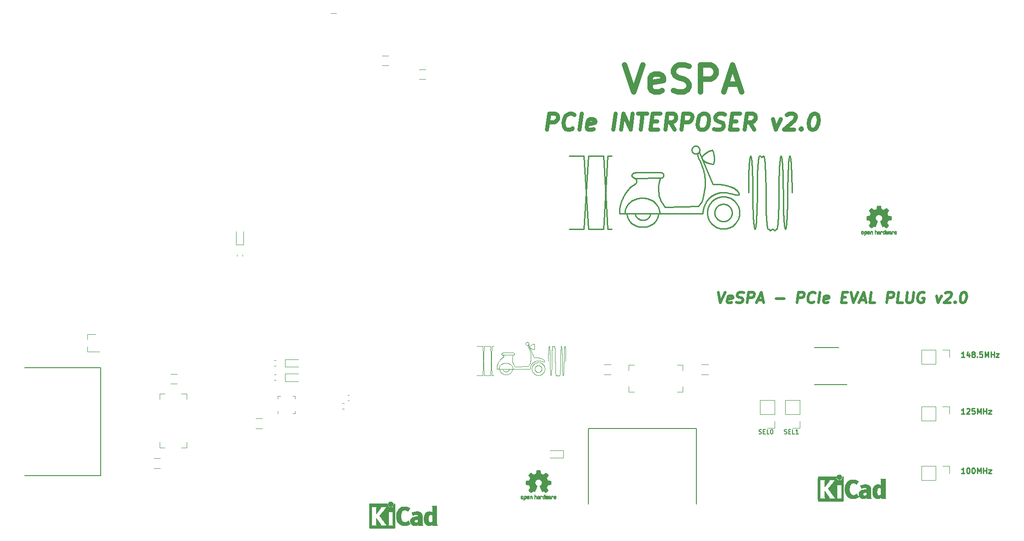
<source format=gbr>
G04 #@! TF.GenerationSoftware,KiCad,Pcbnew,5.99.0-unknown-128ec78~100~ubuntu18.04.1*
G04 #@! TF.CreationDate,2020-01-29T23:00:07+01:00*
G04 #@! TF.ProjectId,fab_v2,6661625f-7632-42e6-9b69-6361645f7063,rev?*
G04 #@! TF.SameCoordinates,PX251ced8PY3683460*
G04 #@! TF.FileFunction,Legend,Top*
G04 #@! TF.FilePolarity,Positive*
%FSLAX46Y46*%
G04 Gerber Fmt 4.6, Leading zero omitted, Abs format (unit mm)*
G04 Created by KiCad (PCBNEW 5.99.0-unknown-128ec78~100~ubuntu18.04.1) date 2020-01-29 23:00:07*
%MOMM*%
%LPD*%
G04 APERTURE LIST*
%ADD10C,0.111529*%
%ADD11C,0.111999*%
%ADD12C,0.279999*%
%ADD13C,0.278824*%
%ADD14C,0.500000*%
%ADD15C,0.150000*%
%ADD16C,0.250000*%
%ADD17C,0.750000*%
%ADD18C,1.000000*%
%ADD19C,0.120000*%
%ADD20C,0.010000*%
%ADD21C,0.200000*%
G04 APERTURE END LIST*
D10*
X89575480Y-67803528D02*
X89559697Y-67784291D01*
X89592286Y-67822064D02*
X89575480Y-67803528D01*
X94634508Y-65303497D02*
X94629810Y-65399974D01*
X94636943Y-65207522D02*
X94634508Y-65303497D01*
X94636983Y-65112257D02*
X94636943Y-65207522D01*
X94634497Y-65017912D02*
X94636983Y-65112257D01*
X94629354Y-64924695D02*
X94634497Y-65017912D01*
X94594254Y-63648986D02*
X94568961Y-63630271D01*
X94619665Y-63667161D02*
X94594254Y-63648986D01*
X94645531Y-63684650D02*
X94619665Y-63667161D01*
D11*
X95350663Y-67506310D02*
X95350097Y-67494949D01*
X95350663Y-67506310D02*
X95350663Y-67506310D01*
X95351354Y-67514232D02*
X95350663Y-67506310D01*
X95352144Y-67522144D02*
X95351354Y-67514232D01*
X95353031Y-67530046D02*
X95352144Y-67522144D01*
X95354016Y-67537935D02*
X95353031Y-67530046D01*
X95355099Y-67545812D02*
X95354016Y-67537935D01*
X95356280Y-67553675D02*
X95355099Y-67545812D01*
X95357558Y-67561523D02*
X95356280Y-67553675D01*
X95358933Y-67569356D02*
X95357558Y-67561523D01*
X95358933Y-67569356D02*
X95358933Y-67569356D01*
X95360265Y-67577307D02*
X95358933Y-67569356D01*
X95361697Y-67585240D02*
X95360265Y-67577307D01*
X95363228Y-67593153D02*
X95361697Y-67585240D01*
X95364858Y-67601047D02*
X95363228Y-67593153D01*
X95366587Y-67608919D02*
X95364858Y-67601047D01*
X95368415Y-67616769D02*
X95366587Y-67608919D01*
X95370342Y-67624597D02*
X95368415Y-67616769D01*
X95372366Y-67632400D02*
X95370342Y-67624597D01*
X95372366Y-67632400D02*
X95372366Y-67632400D01*
X95374615Y-67640133D02*
X95372366Y-67632400D01*
X95376960Y-67647836D02*
X95374615Y-67640133D01*
X95379402Y-67655508D02*
X95376960Y-67647836D01*
X95381939Y-67663149D02*
X95379402Y-67655508D01*
X95384571Y-67670757D02*
X95381939Y-67663149D01*
X95387299Y-67678332D02*
X95384571Y-67670757D01*
X95390122Y-67685873D02*
X95387299Y-67678332D01*
X95393040Y-67693379D02*
X95390122Y-67685873D01*
X95393040Y-67693379D02*
X95393040Y-67693379D01*
D10*
X88851783Y-67509964D02*
X88853295Y-67561800D01*
X88851783Y-67509964D02*
X88851783Y-67509964D01*
X95166965Y-62821918D02*
X95166965Y-62821918D01*
X95110548Y-62835098D02*
X95166965Y-62821918D01*
X95054804Y-62851206D02*
X95110548Y-62835098D01*
X89462364Y-65324336D02*
X89437561Y-65345030D01*
X89485424Y-65303267D02*
X89462364Y-65324336D01*
X89496208Y-65292574D02*
X89485424Y-65303267D01*
X89506447Y-65281765D02*
X89496208Y-65292574D01*
X89516102Y-65270832D02*
X89506447Y-65281765D01*
X89525138Y-65259768D02*
X89516102Y-65270832D01*
X89533516Y-65248566D02*
X89525138Y-65259768D01*
X89541201Y-65237218D02*
X89533516Y-65248566D01*
X89548156Y-65225716D02*
X89541201Y-65237218D01*
X89554344Y-65214053D02*
X89548156Y-65225716D01*
X97157574Y-66083223D02*
X97158057Y-66074256D01*
X97156062Y-66091617D02*
X97157574Y-66083223D01*
X97153483Y-66099403D02*
X97156062Y-66091617D01*
X97149800Y-66106546D02*
X97153483Y-66099403D01*
X97144974Y-66113009D02*
X97149800Y-66106546D01*
X97138970Y-66118758D02*
X97144974Y-66113009D01*
X97131749Y-66123757D02*
X97138970Y-66118758D01*
X97131749Y-66123757D02*
X97131749Y-66123757D01*
X97124643Y-66127401D02*
X97131749Y-66123757D01*
X97116675Y-66130504D02*
X97124643Y-66127401D01*
X97098288Y-66135161D02*
X97116675Y-66130504D01*
X95301721Y-63614184D02*
X95295844Y-63659879D01*
X95306163Y-63567526D02*
X95301721Y-63614184D01*
X95309179Y-63520073D02*
X95306163Y-63567526D01*
X90453347Y-67831084D02*
X90436133Y-67850014D01*
X90469786Y-67811221D02*
X90453347Y-67831084D01*
X90485418Y-67790453D02*
X90469786Y-67811221D01*
X89050286Y-68073164D02*
X89082691Y-68112658D01*
X89020053Y-68032294D02*
X89050286Y-68073164D01*
X95217046Y-62907723D02*
X95225323Y-62926367D01*
X95208221Y-62889536D02*
X95217046Y-62907723D01*
X95198824Y-62871835D02*
X95208221Y-62889536D01*
D11*
X95461224Y-67098065D02*
X95461224Y-67098065D01*
X95456794Y-67104729D02*
X95461224Y-67098065D01*
X95452447Y-67111447D02*
X95456794Y-67104729D01*
X95448185Y-67118218D02*
X95452447Y-67111447D01*
X95444007Y-67125042D02*
X95448185Y-67118218D01*
X95439915Y-67131916D02*
X95444007Y-67125042D01*
X95435909Y-67138842D02*
X95439915Y-67131916D01*
X95431990Y-67145818D02*
X95435909Y-67138842D01*
X95428157Y-67152843D02*
X95431990Y-67145818D01*
X95428157Y-67152843D02*
X95428157Y-67152843D01*
X95424354Y-67159921D02*
X95428157Y-67152843D01*
X95420639Y-67167046D02*
X95424354Y-67159921D01*
X95417015Y-67174217D02*
X95420639Y-67167046D01*
X95413480Y-67181432D02*
X95417015Y-67174217D01*
X95410036Y-67188690D02*
X95413480Y-67181432D01*
X95406683Y-67195992D02*
X95410036Y-67188690D01*
X95403422Y-67203335D02*
X95406683Y-67195992D01*
X95400252Y-67210720D02*
X95403422Y-67203335D01*
X95400252Y-67210720D02*
X95400252Y-67210720D01*
X95397083Y-67218086D02*
X95400252Y-67210720D01*
X95394007Y-67225490D02*
X95397083Y-67218086D01*
X95391023Y-67232931D02*
X95394007Y-67225490D01*
X95388133Y-67240408D02*
X95391023Y-67232931D01*
X95385336Y-67247921D02*
X95388133Y-67240408D01*
X95382633Y-67255468D02*
X95385336Y-67247921D01*
X95380024Y-67263049D02*
X95382633Y-67255468D01*
X95377510Y-67270663D02*
X95380024Y-67263049D01*
X95377510Y-67270663D02*
X95377510Y-67270663D01*
X95375235Y-67278327D02*
X95377510Y-67270663D01*
D10*
X99258891Y-68614187D02*
X99251179Y-68583824D01*
X99266699Y-68638310D02*
X99258891Y-68614187D01*
X99270635Y-68648002D02*
X99266699Y-68638310D01*
X99274591Y-68656099D02*
X99270635Y-68648002D01*
X99278564Y-68662589D02*
X99274591Y-68656099D01*
X99282553Y-68667460D02*
X99278564Y-68662589D01*
X99286556Y-68670701D02*
X99282553Y-68667460D01*
X99290572Y-68672300D02*
X99286556Y-68670701D01*
X98963866Y-63248406D02*
X98969471Y-63248083D01*
X98958275Y-63249348D02*
X98963866Y-63248406D01*
X98952702Y-63250864D02*
X98958275Y-63249348D01*
X98947149Y-63252911D02*
X98952702Y-63250864D01*
X98941618Y-63255446D02*
X98947149Y-63252911D01*
X98936111Y-63258424D02*
X98941618Y-63255446D01*
X98930631Y-63261803D02*
X98936111Y-63258424D01*
X98925179Y-63265539D02*
X98930631Y-63261803D01*
X98919759Y-63269589D02*
X98925179Y-63265539D01*
X98914372Y-63273909D02*
X98919759Y-63269589D01*
X98903709Y-63283184D02*
X98914372Y-63273909D01*
X98893207Y-63293018D02*
X98903709Y-63283184D01*
X98882886Y-63303062D02*
X98893207Y-63293018D01*
X98862857Y-63322388D02*
X98882886Y-63303062D01*
X98853187Y-63330975D02*
X98862857Y-63322388D01*
X98843770Y-63338380D02*
X98853187Y-63330975D01*
X90054988Y-68003097D02*
X90029133Y-68000641D01*
X90080627Y-68004137D02*
X90054988Y-68003097D01*
X90106019Y-68003786D02*
X90080627Y-68004137D01*
X97939001Y-63464255D02*
X97931809Y-63518641D01*
X97946344Y-63415735D02*
X97939001Y-63464255D01*
X97953822Y-63373174D02*
X97946344Y-63415735D01*
X97961424Y-63336665D02*
X97953822Y-63373174D01*
X97969136Y-63306302D02*
X97961424Y-63336665D01*
X97976944Y-63282180D02*
X97969136Y-63306302D01*
X97980880Y-63272488D02*
X97976944Y-63282180D01*
X97984836Y-63264391D02*
X97980880Y-63272488D01*
X97988809Y-63257901D02*
X97984836Y-63264391D01*
X97992798Y-63253029D02*
X97988809Y-63257901D01*
X97996801Y-63249788D02*
X97992798Y-63253029D01*
X98000817Y-63248189D02*
X97996801Y-63249788D01*
X89912216Y-66370092D02*
X89975294Y-66368735D01*
X89849565Y-66374133D02*
X89912216Y-66370092D01*
X89787447Y-66380821D02*
X89849565Y-66374133D01*
X89725966Y-66390120D02*
X89787447Y-66380821D01*
X89665225Y-66401992D02*
X89725966Y-66390120D01*
X89605330Y-66416399D02*
X89665225Y-66401992D01*
X89546385Y-66433303D02*
X89605330Y-66416399D01*
X89488493Y-66452668D02*
X89546385Y-66433303D01*
X89431760Y-66474456D02*
X89488493Y-66452668D01*
X89376288Y-66498629D02*
X89431760Y-66474456D01*
X89463010Y-67509963D02*
X88851783Y-67509964D01*
X89463010Y-67509963D02*
X89463010Y-67509963D01*
X95310779Y-63471993D02*
X95309179Y-63520073D01*
X95310973Y-63423451D02*
X95310779Y-63471993D01*
X95309770Y-63374617D02*
X95310973Y-63423451D01*
X95188831Y-62854646D02*
X95198824Y-62871835D01*
X95178219Y-62837998D02*
X95188831Y-62854646D01*
X95166965Y-62821918D02*
X95178219Y-62837998D01*
X100798714Y-63875258D02*
X100786925Y-64055677D01*
X100804959Y-63792955D02*
X100798714Y-63875258D01*
X100811420Y-63716048D02*
X100804959Y-63792955D01*
X100818083Y-63644630D02*
X100811420Y-63716048D01*
X100824937Y-63578797D02*
X100818083Y-63644630D01*
X100831966Y-63518641D02*
X100824937Y-63578797D01*
X100839158Y-63464255D02*
X100831966Y-63518641D01*
X100846500Y-63415735D02*
X100839158Y-63464255D01*
X100853979Y-63373174D02*
X100846500Y-63415735D01*
X100861581Y-63336665D02*
X100853979Y-63373174D01*
X100869293Y-63306302D02*
X100861581Y-63336665D01*
X100877101Y-63282180D02*
X100869293Y-63306302D01*
X100881038Y-63272488D02*
X100877101Y-63282180D01*
X100884993Y-63264391D02*
X100881038Y-63272488D01*
X100888966Y-63257901D02*
X100884993Y-63264391D01*
X100892955Y-63253029D02*
X100888966Y-63257901D01*
X100896959Y-63249788D02*
X100892955Y-63253029D01*
X100900975Y-63248189D02*
X100896959Y-63249788D01*
X100417032Y-66486050D02*
X100414134Y-65960157D01*
X100425986Y-66988226D02*
X100417032Y-66486050D01*
X100440648Y-67452532D02*
X100425986Y-66988226D01*
X100460673Y-67864812D02*
X100440648Y-67452532D01*
X100460673Y-67864812D02*
X100460673Y-67864812D01*
X100472463Y-68045232D02*
X100460673Y-67864812D01*
X100478708Y-68127535D02*
X100472463Y-68045232D01*
X100485169Y-68204442D02*
X100478708Y-68127535D01*
X93946559Y-62512043D02*
X93946559Y-62512043D01*
X93931606Y-62512421D02*
X93946559Y-62512043D01*
X93916850Y-62513544D02*
X93931606Y-62512421D01*
X93902307Y-62515391D02*
X93916850Y-62513544D01*
X93887998Y-62517947D02*
X93902307Y-62515391D01*
X93873940Y-62521191D02*
X93887998Y-62517947D01*
X93860151Y-62525107D02*
X93873940Y-62521191D01*
X93846649Y-62529675D02*
X93860151Y-62525107D01*
X93833454Y-62534878D02*
X93846649Y-62529675D01*
X93820582Y-62540697D02*
X93833454Y-62534878D01*
X93808053Y-62547114D02*
X93820582Y-62540697D01*
X93795885Y-62554111D02*
X93808053Y-62547114D01*
X93784095Y-62561669D02*
X93795885Y-62554111D01*
X93772703Y-62569771D02*
X93784095Y-62561669D01*
X93761725Y-62578397D02*
X93772703Y-62569771D01*
X93751182Y-62587530D02*
X93761725Y-62578397D01*
X93741090Y-62597151D02*
X93751182Y-62587530D01*
X93731469Y-62607243D02*
X93741090Y-62597151D01*
X94621424Y-64832815D02*
X94629354Y-64924695D01*
X94610574Y-64742482D02*
X94621424Y-64832815D01*
X94610574Y-64742482D02*
X94610574Y-64742482D01*
X94594691Y-64642583D02*
X94610574Y-64742482D01*
X94575237Y-64544677D02*
X94594691Y-64642583D01*
X95872118Y-65959469D02*
X95872118Y-65959469D01*
X95826447Y-65964013D02*
X95872118Y-65959469D01*
X95780533Y-65970217D02*
X95826447Y-65964013D01*
X95734488Y-65978011D02*
X95780533Y-65970217D01*
X95688423Y-65987326D02*
X95734488Y-65978011D01*
X95642446Y-65998093D02*
X95688423Y-65987326D01*
X95596671Y-66010240D02*
X95642446Y-65998093D01*
X95551205Y-66023700D02*
X95596671Y-66010240D01*
X95506161Y-66038402D02*
X95551205Y-66023700D01*
X95461649Y-66054276D02*
X95506161Y-66038402D01*
X95417779Y-66071253D02*
X95461649Y-66054276D01*
X91495040Y-64528421D02*
X91489338Y-64523954D01*
X91500588Y-64533107D02*
X91495040Y-64528421D01*
X91505975Y-64538009D02*
X91500588Y-64533107D01*
X91511193Y-64543123D02*
X91505975Y-64538009D01*
X91516237Y-64548447D02*
X91511193Y-64543123D01*
X91521099Y-64553978D02*
X91516237Y-64548447D01*
X91525772Y-64559713D02*
X91521099Y-64553978D01*
X89460062Y-68395706D02*
X89510179Y-68417952D01*
X89411389Y-68371451D02*
X89460062Y-68395706D01*
X89690413Y-67903144D02*
X89669026Y-67888577D01*
X89712608Y-67916825D02*
X89690413Y-67903144D01*
X94839491Y-62943108D02*
X94892078Y-62916192D01*
X94787808Y-62972502D02*
X94839491Y-62943108D01*
X94737076Y-63004282D02*
X94787808Y-62972502D01*
X98055402Y-63415735D02*
X98062744Y-63464255D01*
X98047923Y-63373174D02*
X98055402Y-63415735D01*
X98040321Y-63336665D02*
X98047923Y-63373174D01*
X98032609Y-63306302D02*
X98040321Y-63336665D01*
X98024801Y-63282180D02*
X98032609Y-63306302D01*
X98020864Y-63272488D02*
X98024801Y-63282180D01*
X98016909Y-63264391D02*
X98020864Y-63272488D01*
X98012936Y-63257901D02*
X98016909Y-63264391D01*
X98008947Y-63253029D02*
X98012936Y-63257901D01*
X98004943Y-63249788D02*
X98008947Y-63253029D01*
X98000927Y-63248189D02*
X98004943Y-63249788D01*
X97843126Y-65434440D02*
X97840228Y-65960332D01*
X97852079Y-64932263D02*
X97843126Y-65434440D01*
X97866742Y-64467957D02*
X97852079Y-64932263D01*
X97886767Y-64055677D02*
X97866742Y-64467957D01*
X97886767Y-64055677D02*
X97886767Y-64055677D01*
X97898556Y-63875258D02*
X97886767Y-64055677D01*
X97904801Y-63792955D02*
X97898556Y-63875258D01*
X97911263Y-63716048D02*
X97904801Y-63792955D01*
X97917926Y-63644630D02*
X97911263Y-63716048D01*
X97924780Y-63578797D02*
X97917926Y-63644630D01*
X97931809Y-63518641D02*
X97924780Y-63578797D01*
X94544568Y-63153471D02*
X94591039Y-63113044D01*
X94499277Y-63195835D02*
X94544568Y-63153471D01*
X94455213Y-63240045D02*
X94499277Y-63195835D01*
D11*
X95598735Y-66952576D02*
X95605050Y-66947725D01*
X95592480Y-66957506D02*
X95598735Y-66952576D01*
X95592480Y-66957506D02*
X95592480Y-66957506D01*
X95586178Y-66962534D02*
X95592480Y-66957506D01*
X95579940Y-66967640D02*
X95586178Y-66962534D01*
X95573767Y-66972823D02*
X95579940Y-66967640D01*
X95567660Y-66978083D02*
X95573767Y-66972823D01*
X95561619Y-66983419D02*
X95567660Y-66978083D01*
X95555645Y-66988831D02*
X95561619Y-66983419D01*
X95549739Y-66994318D02*
X95555645Y-66988831D01*
X95543901Y-66999880D02*
X95549739Y-66994318D01*
X95543901Y-66999880D02*
X95543901Y-66999880D01*
X95538217Y-67005582D02*
X95543901Y-66999880D01*
X95532606Y-67011354D02*
X95538217Y-67005582D01*
X95527068Y-67017196D02*
X95532606Y-67011354D01*
X95521603Y-67023107D02*
X95527068Y-67017196D01*
X95516214Y-67029086D02*
X95521603Y-67023107D01*
X95510899Y-67035132D02*
X95516214Y-67029086D01*
X95505660Y-67041244D02*
X95510899Y-67035132D01*
X95500497Y-67047422D02*
X95505660Y-67041244D01*
X95500497Y-67047422D02*
X95500497Y-67047422D01*
X95495314Y-67053536D02*
X95500497Y-67047422D01*
X95490208Y-67059712D02*
X95495314Y-67053536D01*
X95485179Y-67065952D02*
X95490208Y-67059712D01*
X95480229Y-67072253D02*
X95485179Y-67065952D01*
X95475358Y-67078616D02*
X95480229Y-67072253D01*
X95470567Y-67085040D02*
X95475358Y-67078616D01*
X95465855Y-67091523D02*
X95470567Y-67085040D01*
X95461224Y-67098065D02*
X95465855Y-67091523D01*
D10*
X89215798Y-64759813D02*
X89220989Y-64768159D01*
X89211406Y-64751125D02*
X89215798Y-64759813D01*
X89207859Y-64742067D02*
X89211406Y-64751125D01*
X89205203Y-64732613D02*
X89207859Y-64742067D01*
X89203484Y-64722737D02*
X89205203Y-64732613D01*
X89202746Y-64712412D02*
X89203484Y-64722737D01*
X89202746Y-64712412D02*
X89202746Y-64712412D01*
X89202934Y-64703550D02*
X89202746Y-64712412D01*
X89203788Y-64694421D02*
X89202934Y-64703550D01*
X91563205Y-64638823D02*
X91559555Y-64624822D01*
X91565812Y-64653003D02*
X91563205Y-64638823D01*
X91567377Y-64667302D02*
X91565812Y-64653003D01*
X91567898Y-64681660D02*
X91567377Y-64667302D01*
X91567377Y-64696018D02*
X91567898Y-64681660D01*
X91565812Y-64710316D02*
X91567377Y-64696018D01*
X91563205Y-64724496D02*
X91565812Y-64710316D01*
X94043358Y-63093316D02*
X94043358Y-63093316D01*
X94043358Y-63093316D02*
X94043358Y-63093316D01*
X94043358Y-63093316D02*
X94043358Y-63093316D01*
X94051387Y-63093124D02*
X94043358Y-63093316D01*
X94059362Y-63092546D02*
X94051387Y-63093124D01*
X94067269Y-63091589D02*
X94059362Y-63092546D01*
X94075095Y-63090256D02*
X94067269Y-63091589D01*
X94082826Y-63088553D02*
X94075095Y-63090256D01*
X94090450Y-63086486D02*
X94082826Y-63088553D01*
X94097953Y-63084061D02*
X94090450Y-63086486D01*
X94105322Y-63081282D02*
X94097953Y-63084061D01*
X94112543Y-63078155D02*
X94105322Y-63081282D01*
X94119603Y-63074685D02*
X94112543Y-63078155D01*
X94901868Y-63797386D02*
X94866252Y-63786360D01*
X94938199Y-63807645D02*
X94901868Y-63797386D01*
X95012670Y-63826061D02*
X94938199Y-63807645D01*
X96306797Y-65467678D02*
X96233252Y-65448860D01*
X96379760Y-65487991D02*
X96306797Y-65467678D01*
X96452183Y-65509796D02*
X96379760Y-65487991D01*
X96452183Y-65509796D02*
X96452183Y-65509796D01*
X96516134Y-65530581D02*
X96452183Y-65509796D01*
X96579589Y-65553217D02*
X96516134Y-65530581D01*
X96611103Y-65565448D02*
X96579589Y-65553217D01*
X96642460Y-65578404D02*
X96611103Y-65565448D01*
X96673651Y-65592171D02*
X96642460Y-65578404D01*
X96704662Y-65606838D02*
X96673651Y-65592171D01*
X96735485Y-65622492D02*
X96704662Y-65606838D01*
X96766108Y-65639219D02*
X96735485Y-65622492D01*
X89205280Y-64685074D02*
X89203788Y-64694421D01*
X89207385Y-64675556D02*
X89205280Y-64685074D01*
X89210076Y-64665914D02*
X89207385Y-64675556D01*
X89213327Y-64656197D02*
X89210076Y-64665914D01*
X89217112Y-64646452D02*
X89213327Y-64656197D01*
X89221403Y-64636726D02*
X89217112Y-64646452D01*
X89226175Y-64627068D02*
X89221403Y-64636726D01*
X89231401Y-64617525D02*
X89226175Y-64627068D01*
X89322184Y-66525151D02*
X89376288Y-66498629D01*
X89269550Y-66553983D02*
X89322184Y-66525151D01*
X89218491Y-66585088D02*
X89269550Y-66553983D01*
X89169112Y-66618429D02*
X89218491Y-66585088D01*
X89121517Y-66653969D02*
X89169112Y-66618429D01*
X89075809Y-66691669D02*
X89121517Y-66653969D01*
X89075809Y-66691669D02*
X89075809Y-66691669D01*
X89032313Y-66731285D02*
X89075809Y-66691669D01*
X88991310Y-66772538D02*
X89032313Y-66731285D01*
X88952844Y-66815336D02*
X88991310Y-66772538D01*
X88916958Y-66859589D02*
X88952844Y-66815336D01*
X88883694Y-66905206D02*
X88916958Y-66859589D01*
X88853097Y-66952098D02*
X88883694Y-66905206D01*
X88825210Y-67000174D02*
X88853097Y-66952098D01*
X88800075Y-67049343D02*
X88825210Y-67000174D01*
X88777736Y-67099515D02*
X88800075Y-67049343D01*
X88758236Y-67150600D02*
X88777736Y-67099515D01*
X88741618Y-67202506D02*
X88758236Y-67150600D01*
X88727925Y-67255144D02*
X88741618Y-67202506D01*
X88717201Y-67308423D02*
X88727925Y-67255144D01*
X88709489Y-67362253D02*
X88717201Y-67308423D01*
D11*
X95498255Y-67872317D02*
X95493148Y-67866079D01*
X95503438Y-67878490D02*
X95498255Y-67872317D01*
X95508699Y-67884597D02*
X95503438Y-67878490D01*
X95514035Y-67890637D02*
X95508699Y-67884597D01*
X95519448Y-67896611D02*
X95514035Y-67890637D01*
X95524935Y-67902516D02*
X95519448Y-67896611D01*
X95530496Y-67908352D02*
X95524935Y-67902516D01*
X95530496Y-67908352D02*
X95530496Y-67908352D01*
X95536198Y-67914037D02*
X95530496Y-67908352D01*
X95541971Y-67919649D02*
X95536198Y-67914037D01*
X95547812Y-67925188D02*
X95541971Y-67919649D01*
X95553722Y-67930653D02*
X95547812Y-67925188D01*
X95559701Y-67936043D02*
X95553722Y-67930653D01*
X95565746Y-67941359D02*
X95559701Y-67936043D01*
X95571858Y-67946598D02*
X95565746Y-67941359D01*
X95578036Y-67951761D02*
X95571858Y-67946598D01*
X95578036Y-67951761D02*
X95578036Y-67951761D01*
X95584157Y-67956813D02*
X95578036Y-67951761D01*
X95590340Y-67961788D02*
X95584157Y-67956813D01*
X95596583Y-67966687D02*
X95590340Y-67961788D01*
X95602886Y-67971507D02*
X95596583Y-67966687D01*
X95609248Y-67976250D02*
X95602886Y-67971507D01*
X95615668Y-67980913D02*
X95609248Y-67976250D01*
X95622146Y-67985497D02*
X95615668Y-67980913D01*
X95628682Y-67990001D02*
X95622146Y-67985497D01*
X95628682Y-67990001D02*
X95628682Y-67990001D01*
X95635339Y-67994564D02*
X95628682Y-67990001D01*
X95642052Y-67999043D02*
X95635339Y-67994564D01*
D10*
X90413732Y-68456165D02*
X90466515Y-68438128D01*
X90359725Y-68472001D02*
X90413732Y-68456165D01*
X95089002Y-63842003D02*
X95012670Y-63826061D01*
X95166533Y-63855870D02*
X95089002Y-63842003D01*
X95244598Y-63868057D02*
X95166533Y-63855870D01*
D11*
X95075254Y-68219417D02*
X95112736Y-68262693D01*
X95039852Y-68174363D02*
X95075254Y-68219417D01*
X95006604Y-68127605D02*
X95039852Y-68174363D01*
X94975586Y-68079217D02*
X95006604Y-68127605D01*
X94946872Y-68029275D02*
X94975586Y-68079217D01*
X94920537Y-67977854D02*
X94946872Y-68029275D01*
X94896656Y-67925029D02*
X94920537Y-67977854D01*
X94875304Y-67870874D02*
X94896656Y-67925029D01*
X94856556Y-67815465D02*
X94875304Y-67870874D01*
X94840486Y-67758876D02*
X94856556Y-67815465D01*
X94827171Y-67701183D02*
X94840486Y-67758876D01*
X94816684Y-67642461D02*
X94827171Y-67701183D01*
X94809100Y-67582784D02*
X94816684Y-67642461D01*
X94804495Y-67522227D02*
X94809100Y-67582784D01*
X94802944Y-67460865D02*
X94804495Y-67522227D01*
X94802944Y-67460865D02*
X94802944Y-67460865D01*
X94804502Y-67399492D02*
X94802944Y-67460865D01*
X94809113Y-67338925D02*
X94804502Y-67399492D01*
X94816703Y-67279238D02*
X94809113Y-67338925D01*
X94827196Y-67220507D02*
X94816703Y-67279238D01*
X94840518Y-67162807D02*
X94827196Y-67220507D01*
X94856593Y-67106212D02*
X94840518Y-67162807D01*
X94875347Y-67050797D02*
X94856593Y-67106212D01*
X94896705Y-66996637D02*
X94875347Y-67050797D01*
X94920591Y-66943808D02*
X94896705Y-66996637D01*
X94946932Y-66892384D02*
X94920591Y-66943808D01*
X94975651Y-66842440D02*
X94946932Y-66892384D01*
X95006675Y-66794051D02*
X94975651Y-66842440D01*
X95039928Y-66747291D02*
X95006675Y-66794051D01*
X95075335Y-66702237D02*
X95039928Y-66747291D01*
D10*
X100300660Y-63373174D02*
X100308139Y-63415735D01*
X100293059Y-63336665D02*
X100300660Y-63373174D01*
X100285347Y-63306302D02*
X100293059Y-63336665D01*
X100277538Y-63282180D02*
X100285347Y-63306302D01*
X100273602Y-63272488D02*
X100277538Y-63282180D01*
X100269646Y-63264391D02*
X100273602Y-63272488D01*
X100265673Y-63257901D02*
X100269646Y-63264391D01*
X100261684Y-63253029D02*
X100265673Y-63257901D01*
X100257680Y-63249788D02*
X100261684Y-63253029D01*
X100253665Y-63248189D02*
X100257680Y-63249788D01*
X100095863Y-65434440D02*
X100092965Y-65960332D01*
X100104817Y-64932263D02*
X100095863Y-65434440D01*
X100119479Y-64467957D02*
X100104817Y-64932263D01*
X100139504Y-64055677D02*
X100119479Y-64467957D01*
X100139504Y-64055677D02*
X100139504Y-64055677D01*
X100151294Y-63875258D02*
X100139504Y-64055677D01*
X100157539Y-63792955D02*
X100151294Y-63875258D01*
X100164000Y-63716048D02*
X100157539Y-63792955D01*
X100170664Y-63644630D02*
X100164000Y-63716048D01*
X100177517Y-63578797D02*
X100170664Y-63644630D01*
X100184547Y-63518641D02*
X100177517Y-63578797D01*
X100191739Y-63464255D02*
X100184547Y-63518641D01*
X100199081Y-63415735D02*
X100191739Y-63464255D01*
X100206559Y-63373174D02*
X100199081Y-63415735D01*
X100214161Y-63336665D02*
X100206559Y-63373174D01*
X91516237Y-64814873D02*
X91525772Y-64803607D01*
X91505975Y-64825311D02*
X91516237Y-64814873D01*
X91495040Y-64834899D02*
X91505975Y-64825311D01*
X91483489Y-64843613D02*
X91495040Y-64834899D01*
X91471375Y-64851430D02*
X91483489Y-64843613D01*
X91458753Y-64858329D02*
X91471375Y-64851430D01*
X91445679Y-64864286D02*
X91458753Y-64858329D01*
X89463747Y-67535212D02*
X89463010Y-67509963D01*
X89465934Y-67560129D02*
X89463747Y-67535212D01*
X90795606Y-68255605D02*
X90835973Y-68222252D01*
X90753432Y-68287266D02*
X90795606Y-68255605D01*
X90709523Y-68317170D02*
X90753432Y-68287266D01*
X91008136Y-68032300D02*
X91036124Y-67990116D01*
X90977903Y-68073170D02*
X91008136Y-68032300D01*
X90945497Y-68112664D02*
X90977903Y-68073170D01*
X99798130Y-68768352D02*
X99802667Y-68765627D01*
X99793665Y-68770607D02*
X99798130Y-68768352D01*
X99789276Y-68772350D02*
X99793665Y-68770607D01*
X99784964Y-68773536D02*
X99789276Y-68772350D01*
X99780732Y-68774122D02*
X99784964Y-68773536D01*
X99776581Y-68774065D02*
X99780732Y-68774122D01*
X99772515Y-68773321D02*
X99776581Y-68774065D01*
X99772515Y-68773321D02*
X99772515Y-68773321D01*
X99768683Y-68771941D02*
X99772515Y-68773321D01*
X99764917Y-68769936D02*
X99768683Y-68771941D01*
X99761202Y-68767357D02*
X99764917Y-68769936D01*
X99757525Y-68764255D02*
X99761202Y-68767357D01*
X99753870Y-68760681D02*
X99757525Y-68764255D01*
X99750225Y-68756686D02*
X99753870Y-68760681D01*
X99742903Y-68747638D02*
X99750225Y-68756686D01*
X99727736Y-68726735D02*
X99742903Y-68747638D01*
X99719663Y-68715697D02*
X99727736Y-68726735D01*
X99711112Y-68704811D02*
X99719663Y-68715697D01*
X99701968Y-68694485D02*
X99711112Y-68704811D01*
X99697138Y-68689660D02*
X99701968Y-68694485D01*
X99692117Y-68685129D02*
X99697138Y-68689660D01*
X99686891Y-68680941D02*
X99692117Y-68685129D01*
X99681446Y-68677148D02*
X99686891Y-68680941D01*
X99675767Y-68673802D02*
X99681446Y-68677148D01*
X99669839Y-68670953D02*
X99675767Y-68673802D01*
X89287330Y-64550305D02*
X89278928Y-64557578D01*
X89304953Y-64537188D02*
X89287330Y-64550305D01*
X89323608Y-64525873D02*
X89304953Y-64537188D01*
X89343222Y-64516240D02*
X89323608Y-64525873D01*
X89363722Y-64508169D02*
X89343222Y-64516240D01*
X89385035Y-64501539D02*
X89363722Y-64508169D01*
X89407086Y-64496230D02*
X89385035Y-64501539D01*
X89429804Y-64492120D02*
X89407086Y-64496230D01*
X91189137Y-65438401D02*
X91209841Y-65295712D01*
X91178205Y-65581548D02*
X91189137Y-65438401D01*
X91176966Y-65724658D02*
X91178205Y-65581548D01*
X91185340Y-65867237D02*
X91176966Y-65724658D01*
X91203248Y-66008790D02*
X91185340Y-65867237D01*
X91230610Y-66148823D02*
X91203248Y-66008790D01*
X98282593Y-68583824D02*
X98274991Y-68547315D01*
X98290304Y-68614187D02*
X98282593Y-68583824D01*
X98298113Y-68638310D02*
X98290304Y-68614187D01*
X98302049Y-68648002D02*
X98298113Y-68638310D01*
X98306005Y-68656099D02*
X98302049Y-68648002D01*
X98309978Y-68662589D02*
X98306005Y-68656099D01*
X98313967Y-68667460D02*
X98309978Y-68662589D01*
X98317971Y-68670701D02*
X98313967Y-68667460D01*
X98321987Y-68672300D02*
X98317971Y-68670701D01*
X98484051Y-66486050D02*
X98486949Y-65960157D01*
X98475098Y-66988226D02*
X98484051Y-66486050D01*
X98460436Y-67452532D02*
X98475098Y-66988226D01*
X98440411Y-67864812D02*
X98460436Y-67452532D01*
X98440411Y-67864812D02*
X98440411Y-67864812D01*
X98428621Y-68045232D02*
X98440411Y-67864812D01*
X98422376Y-68127535D02*
X98428621Y-68045232D01*
X98415915Y-68204442D02*
X98422376Y-68127535D01*
X98409251Y-68275859D02*
X98415915Y-68204442D01*
X98402398Y-68341693D02*
X98409251Y-68275859D01*
X98395368Y-68401849D02*
X98402398Y-68341693D01*
X98388176Y-68456234D02*
X98395368Y-68401849D01*
X98380834Y-68504754D02*
X98388176Y-68456234D01*
X89237055Y-64608144D02*
X89231401Y-64617525D01*
X89243109Y-64598973D02*
X89237055Y-64608144D01*
X89249539Y-64590061D02*
X89243109Y-64598973D01*
X89256317Y-64581453D02*
X89249539Y-64590061D01*
X89263417Y-64573199D02*
X89256317Y-64581453D01*
X89270813Y-64565346D02*
X89263417Y-64573199D01*
X89270813Y-64565346D02*
X89270813Y-64565346D01*
X89278928Y-64557578D02*
X89270813Y-64565346D01*
X94552534Y-64448533D02*
X94575237Y-64544677D01*
X94526901Y-64353921D02*
X94552534Y-64448533D01*
X94498657Y-64260609D02*
X94526901Y-64353921D01*
X94468122Y-64168366D02*
X94498657Y-64260609D01*
X89306759Y-64838635D02*
X89398795Y-64890163D01*
X89285780Y-64825789D02*
X89306759Y-64838635D01*
X89266347Y-64812532D02*
X89285780Y-64825789D01*
X89257324Y-64805682D02*
X89266347Y-64812532D01*
X89248826Y-64798650D02*
X89257324Y-64805682D01*
X89240897Y-64791408D02*
X89248826Y-64798650D01*
X89233584Y-64783930D02*
X89240897Y-64791408D01*
X89226933Y-64776189D02*
X89233584Y-64783930D01*
X89220989Y-64768159D02*
X89226933Y-64776189D01*
X90663952Y-68345255D02*
X90709523Y-68317170D01*
X90616793Y-68371456D02*
X90663952Y-68345255D01*
X90568118Y-68395711D02*
X90616793Y-68371456D01*
X89559727Y-65202221D02*
X89554344Y-65214053D01*
X89564270Y-65190213D02*
X89559727Y-65202221D01*
X89567935Y-65178022D02*
X89564270Y-65190213D01*
X89570685Y-65165639D02*
X89567935Y-65178022D01*
X89570685Y-65165639D02*
X89570685Y-65165639D01*
X89571800Y-65158820D02*
X89570685Y-65165639D01*
X89572635Y-65151947D02*
X89571800Y-65158820D01*
X89573480Y-65138067D02*
X89572635Y-65151947D01*
X89573252Y-65124051D02*
X89573480Y-65138067D01*
X89571980Y-65109947D02*
X89573252Y-65124051D01*
X95307180Y-63325656D02*
X95309770Y-63374617D01*
X95303213Y-63276738D02*
X95307180Y-63325656D01*
X95297877Y-63228028D02*
X95303213Y-63276738D01*
X98608844Y-63336665D02*
X98601242Y-63373174D01*
X98616555Y-63306302D02*
X98608844Y-63336665D01*
X98624364Y-63282180D02*
X98616555Y-63306302D01*
X98628300Y-63272488D02*
X98624364Y-63282180D01*
X98632256Y-63264391D02*
X98628300Y-63272488D01*
X98636229Y-63257901D02*
X98632256Y-63264391D01*
X98640218Y-63253029D02*
X98636229Y-63257901D01*
X98644221Y-63249788D02*
X98640218Y-63253029D01*
X98648237Y-63248189D02*
X98644221Y-63249788D01*
X98164294Y-66486050D02*
X98161397Y-65960157D01*
X98173247Y-66988226D02*
X98164294Y-66486050D01*
X98187909Y-67452532D02*
X98173247Y-66988226D01*
X98207935Y-67864812D02*
X98187909Y-67452532D01*
X98207935Y-67864812D02*
X98207935Y-67864812D01*
X98219725Y-68045232D02*
X98207935Y-67864812D01*
X98225970Y-68127535D02*
X98219725Y-68045232D01*
X98232431Y-68204442D02*
X98225970Y-68127535D01*
X98239095Y-68275859D02*
X98232431Y-68204442D01*
X98245948Y-68341693D02*
X98239095Y-68275859D01*
X98252978Y-68401849D02*
X98245948Y-68341693D01*
X98260170Y-68456234D02*
X98252978Y-68401849D01*
X98267512Y-68504754D02*
X98260170Y-68456234D01*
X98274991Y-68547315D02*
X98267512Y-68504754D01*
X95274640Y-63088684D02*
X95283142Y-63131906D01*
X95269898Y-63067373D02*
X95274640Y-63088684D01*
X95264797Y-63046298D02*
X95269898Y-63067373D01*
X89497364Y-67678665D02*
X89488464Y-67655867D01*
X89507501Y-67700946D02*
X89497364Y-67678665D01*
X94797492Y-63761807D02*
X94764515Y-63748181D01*
X94831432Y-63774516D02*
X94797492Y-63761807D01*
X94866252Y-63786360D02*
X94831432Y-63774516D01*
D11*
X95112821Y-66658962D02*
X95075335Y-66702237D01*
X95152312Y-66617542D02*
X95112821Y-66658962D01*
X95193732Y-66578051D02*
X95152312Y-66617542D01*
X95237007Y-66540564D02*
X95193732Y-66578051D01*
X95282062Y-66505157D02*
X95237007Y-66540564D01*
X95328821Y-66471905D02*
X95282062Y-66505157D01*
X95377210Y-66440881D02*
X95328821Y-66471905D01*
X95427154Y-66412162D02*
X95377210Y-66440881D01*
X95478579Y-66385821D02*
X95427154Y-66412162D01*
X95531408Y-66361934D02*
X95478579Y-66385821D01*
X95585567Y-66340577D02*
X95531408Y-66361934D01*
X95640982Y-66321823D02*
X95585567Y-66340577D01*
X95697577Y-66305748D02*
X95640982Y-66321823D01*
X95755278Y-66292426D02*
X95697577Y-66305748D01*
X95814009Y-66281933D02*
X95755278Y-66292426D01*
X95873695Y-66274343D02*
X95814009Y-66281933D01*
X95934262Y-66269731D02*
X95873695Y-66274343D01*
X95995636Y-66268173D02*
X95934262Y-66269731D01*
D10*
X95240327Y-62964919D02*
X95247102Y-62984770D01*
X95233076Y-62945442D02*
X95240327Y-62964919D01*
X95225323Y-62926367D02*
X95233076Y-62945442D01*
X94687339Y-63038360D02*
X94737076Y-63004282D01*
X94638645Y-63074644D02*
X94687339Y-63038360D01*
X94591039Y-63113044D02*
X94638645Y-63074644D01*
X98373355Y-68547315D02*
X98380834Y-68504754D01*
X98365753Y-68583824D02*
X98373355Y-68547315D01*
X98358042Y-68614187D02*
X98365753Y-68583824D01*
X98350233Y-68638310D02*
X98358042Y-68614187D01*
X98346297Y-68648002D02*
X98350233Y-68638310D01*
X98342341Y-68656099D02*
X98346297Y-68648002D01*
X98338368Y-68662589D02*
X98342341Y-68656099D01*
X98334379Y-68667460D02*
X98338368Y-68662589D01*
X98330376Y-68670701D02*
X98334379Y-68667460D01*
X98326360Y-68672300D02*
X98330376Y-68670701D01*
X98158619Y-65434440D02*
X98161518Y-65960332D01*
X98149666Y-64932263D02*
X98158619Y-65434440D01*
X98135004Y-64467957D02*
X98149666Y-64932263D01*
X98114979Y-64055677D02*
X98135004Y-64467957D01*
X98114979Y-64055677D02*
X98114979Y-64055677D01*
X98103190Y-63875258D02*
X98114979Y-64055677D01*
X98096944Y-63792955D02*
X98103190Y-63875258D01*
X98090483Y-63716048D02*
X98096944Y-63792955D01*
X98083819Y-63644630D02*
X98090483Y-63716048D01*
X98076966Y-63578797D02*
X98083819Y-63644630D01*
X98069936Y-63518641D02*
X98076966Y-63578797D01*
X98062744Y-63464255D02*
X98069936Y-63518641D01*
X94748893Y-66616074D02*
X94770086Y-66582984D01*
X94748893Y-66616074D02*
X94748893Y-66616074D01*
X94719442Y-66665320D02*
X94748893Y-66616074D01*
X94691032Y-66716541D02*
X94719442Y-66665320D01*
X94663784Y-66769505D02*
X94691032Y-66716541D01*
X94637816Y-66823976D02*
X94663784Y-66769505D01*
X94613248Y-66879720D02*
X94637816Y-66823976D01*
X94590199Y-66936504D02*
X94613248Y-66879720D01*
X94568789Y-66994092D02*
X94590199Y-66936504D01*
X94549137Y-67052251D02*
X94568789Y-66994092D01*
D11*
X95781498Y-66853953D02*
X95789106Y-66851321D01*
X95773924Y-66856681D02*
X95781498Y-66853953D01*
X95766384Y-66859503D02*
X95773924Y-66856681D01*
X95758878Y-66862421D02*
X95766384Y-66859503D01*
X95758878Y-66862421D02*
X95758878Y-66862421D01*
X95751376Y-66865326D02*
X95758878Y-66862421D01*
X95743911Y-66868325D02*
X95751376Y-66865326D01*
X95736484Y-66871417D02*
X95743911Y-66868325D01*
X95729098Y-66874602D02*
X95736484Y-66871417D01*
X95721751Y-66877878D02*
X95729098Y-66874602D01*
X95714446Y-66881247D02*
X95721751Y-66877878D01*
X95707183Y-66884707D02*
X95714446Y-66881247D01*
X95699963Y-66888259D02*
X95707183Y-66884707D01*
X95699963Y-66888259D02*
X95699963Y-66888259D01*
X95692814Y-66891956D02*
X95699963Y-66888259D01*
X95685713Y-66895742D02*
X95692814Y-66891956D01*
X95678660Y-66899617D02*
X95685713Y-66895742D01*
X95671657Y-66903579D02*
X95678660Y-66899617D01*
X95664704Y-66907629D02*
X95671657Y-66903579D01*
X95657803Y-66911765D02*
X95664704Y-66907629D01*
X95650953Y-66915988D02*
X95657803Y-66911765D01*
X95644156Y-66920298D02*
X95650953Y-66915988D01*
X95644156Y-66920298D02*
X95644156Y-66920298D01*
X95637498Y-66924666D02*
X95644156Y-66920298D01*
X95630894Y-66929117D02*
X95637498Y-66924666D01*
X95624347Y-66933648D02*
X95630894Y-66929117D01*
X95617857Y-66938261D02*
X95624347Y-66933648D01*
X95611425Y-66942953D02*
X95617857Y-66938261D01*
X95605050Y-66947725D02*
X95611425Y-66942953D01*
D10*
X95205674Y-65340314D02*
X94205186Y-62935042D01*
X95205674Y-65340314D02*
X95205674Y-65340314D01*
X95374202Y-65340544D02*
X95205674Y-65340314D01*
X95538444Y-65346768D02*
X95374202Y-65340544D01*
X95698727Y-65358982D02*
X95538444Y-65346768D01*
X95777485Y-65367335D02*
X95698727Y-65358982D01*
X95855376Y-65377183D02*
X95777485Y-65367335D01*
X95932441Y-65388528D02*
X95855376Y-65377183D01*
X96008720Y-65401369D02*
X95932441Y-65388528D01*
X96084255Y-65415704D02*
X96008720Y-65401369D01*
X96159085Y-65431535D02*
X96084255Y-65415704D01*
X96233252Y-65448860D02*
X96159085Y-65431535D01*
X95017069Y-66303701D02*
X95046349Y-66280178D01*
X94988769Y-66327923D02*
X95017069Y-66303701D01*
X94961400Y-66352876D02*
X94988769Y-66327923D01*
X94934913Y-66378595D02*
X94961400Y-66352876D01*
X94909258Y-66405115D02*
X94934913Y-66378595D01*
X94884387Y-66432471D02*
X94909258Y-66405115D01*
X94860252Y-66460696D02*
X94884387Y-66432471D01*
X94836803Y-66489826D02*
X94860252Y-66460696D01*
X94813992Y-66519894D02*
X94836803Y-66489826D01*
X94791769Y-66550935D02*
X94813992Y-66519894D01*
X94770086Y-66582984D02*
X94791769Y-66550935D01*
X91267346Y-66286842D02*
X91230610Y-66148823D01*
X91313378Y-66422352D02*
X91267346Y-66286842D01*
X91368626Y-66554860D02*
X91313378Y-66422352D01*
X91433010Y-66683870D02*
X91368626Y-66554860D01*
X91506450Y-66808888D02*
X91433010Y-66683870D01*
X91588868Y-66929420D02*
X91506450Y-66808888D01*
X89610079Y-67839868D02*
X89592286Y-67822064D01*
X89628824Y-67856908D02*
X89610079Y-67839868D01*
D11*
X96608409Y-68484671D02*
X96657803Y-68453491D01*
X96557635Y-68513348D02*
X96608409Y-68484671D01*
X96505580Y-68539481D02*
X96557635Y-68513348D01*
X96452340Y-68563031D02*
X96505580Y-68539481D01*
X96398013Y-68583957D02*
X96452340Y-68563031D01*
X96342697Y-68602218D02*
X96398013Y-68583957D01*
X96286490Y-68617774D02*
X96342697Y-68602218D01*
X96229490Y-68630584D02*
X96286490Y-68617774D01*
X96171794Y-68640608D02*
X96229490Y-68630584D01*
X96113499Y-68647805D02*
X96171794Y-68640608D01*
X96054705Y-68652135D02*
X96113499Y-68647805D01*
X95995508Y-68653558D02*
X96054705Y-68652135D01*
X95995508Y-68653558D02*
X95995508Y-68653558D01*
X95934135Y-68651993D02*
X95995508Y-68653558D01*
X95873568Y-68647375D02*
X95934135Y-68651993D01*
X95813883Y-68639779D02*
X95873568Y-68647375D01*
X95755153Y-68629279D02*
X95813883Y-68639779D01*
X95697454Y-68615952D02*
X95755153Y-68629279D01*
X95640861Y-68599871D02*
X95697454Y-68615952D01*
X95585448Y-68581111D02*
X95640861Y-68599871D01*
X95531291Y-68559748D02*
X95585448Y-68581111D01*
X95478464Y-68535857D02*
X95531291Y-68559748D01*
X95427043Y-68509512D02*
X95478464Y-68535857D01*
X95377102Y-68480788D02*
X95427043Y-68509512D01*
X95328716Y-68449761D02*
X95377102Y-68480788D01*
X95281960Y-68416505D02*
X95328716Y-68449761D01*
X95236910Y-68381095D02*
X95281960Y-68416505D01*
X95193639Y-68343607D02*
X95236910Y-68381095D01*
X95152223Y-68304114D02*
X95193639Y-68343607D01*
X95112736Y-68262693D02*
X95152223Y-68304114D01*
D10*
X89915038Y-67990664D02*
X89887649Y-67985183D01*
X94658739Y-63693092D02*
X94645531Y-63684650D01*
X94672187Y-63701309D02*
X94658739Y-63693092D01*
X94672187Y-63701309D02*
X94672187Y-63701309D01*
X88857784Y-67612956D02*
X88865175Y-67663368D01*
X88853295Y-67561800D02*
X88857784Y-67612956D01*
X90131133Y-68002071D02*
X90106019Y-68003786D01*
X90155939Y-67999021D02*
X90131133Y-68002071D01*
X90180403Y-67994661D02*
X90155939Y-67999021D01*
X89779841Y-68496820D02*
X89837078Y-68505679D01*
X89723607Y-68485572D02*
X89779841Y-68496820D01*
X89192213Y-68222245D02*
X89232579Y-68255599D01*
X89153728Y-68187262D02*
X89192213Y-68222245D01*
X91445679Y-64499034D02*
X91438989Y-64496415D01*
X91452269Y-64501893D02*
X91445679Y-64499034D01*
X91458753Y-64504991D02*
X91452269Y-64501893D01*
X91465124Y-64508324D02*
X91458753Y-64504991D01*
X91471375Y-64511890D02*
X91465124Y-64508324D01*
X91477499Y-64515685D02*
X91471375Y-64511890D01*
X91483489Y-64519707D02*
X91477499Y-64515685D01*
X91489338Y-64523954D02*
X91483489Y-64519707D01*
D11*
X96633273Y-67460861D02*
X96633235Y-67468883D01*
X96633273Y-67460861D02*
X96633273Y-67460861D01*
X96633064Y-67449480D02*
X96633273Y-67460861D01*
X96632653Y-67438105D02*
X96633064Y-67449480D01*
X96632041Y-67426740D02*
X96632653Y-67438105D01*
X96631227Y-67415385D02*
X96632041Y-67426740D01*
X96631227Y-67415385D02*
X96631227Y-67415385D01*
X96630676Y-67407339D02*
X96631227Y-67415385D01*
X96630023Y-67399301D02*
X96630676Y-67407339D01*
X96629270Y-67391273D02*
X96630023Y-67399301D01*
X96628416Y-67383255D02*
X96629270Y-67391273D01*
X96627462Y-67375248D02*
X96628416Y-67383255D01*
X96626408Y-67367254D02*
X96627462Y-67375248D01*
X96625252Y-67359273D02*
X96626408Y-67367254D01*
X96623997Y-67351307D02*
X96625252Y-67359273D01*
X96623997Y-67351307D02*
X96623997Y-67351307D01*
X96622525Y-67343480D02*
X96623997Y-67351307D01*
X96620957Y-67335673D02*
X96622525Y-67343480D01*
X96619292Y-67327886D02*
X96620957Y-67335673D01*
X96617531Y-67320121D02*
X96619292Y-67327886D01*
X96615673Y-67312379D02*
X96617531Y-67320121D01*
X96613720Y-67304659D02*
X96615673Y-67312379D01*
X96611671Y-67296965D02*
X96613720Y-67304659D01*
X96609526Y-67289295D02*
X96611671Y-67296965D01*
X96609526Y-67289295D02*
X96609526Y-67289295D01*
X96607405Y-67281569D02*
X96609526Y-67289295D01*
X96605189Y-67273870D02*
X96607405Y-67281569D01*
X96036923Y-68100613D02*
X96025571Y-68101427D01*
X96036923Y-68100613D02*
X96036923Y-68100613D01*
X96044839Y-68100051D02*
X96036923Y-68100613D01*
X96052747Y-68099390D02*
X96044839Y-68100051D01*
X96060645Y-68098632D02*
X96052747Y-68099390D01*
X96068533Y-68097777D02*
X96060645Y-68098632D01*
X96076410Y-68096824D02*
X96068533Y-68097777D01*
X96084275Y-68095774D02*
X96076410Y-68096824D01*
X96092128Y-68094626D02*
X96084275Y-68095774D01*
X96099967Y-68093381D02*
X96092128Y-68094626D01*
X96099967Y-68093381D02*
X96099967Y-68093381D01*
X96107924Y-68091921D02*
X96099967Y-68093381D01*
X96115862Y-68090360D02*
X96107924Y-68091921D01*
X96123778Y-68088700D02*
X96115862Y-68090360D01*
X96131673Y-68086940D02*
X96123778Y-68088700D01*
X96139544Y-68085081D02*
X96131673Y-68086940D01*
X96147392Y-68083123D02*
X96139544Y-68085081D01*
X96155215Y-68081066D02*
X96147392Y-68083123D01*
X96163013Y-68078910D02*
X96155215Y-68081066D01*
X96163013Y-68078910D02*
X96163013Y-68078910D01*
X96170740Y-68076790D02*
X96163013Y-68078910D01*
X96178439Y-68074573D02*
X96170740Y-68076790D01*
X96186108Y-68072261D02*
X96178439Y-68074573D01*
X96193748Y-68069853D02*
X96186108Y-68072261D01*
X96201358Y-68067350D02*
X96193748Y-68069853D01*
X96208936Y-68064752D02*
X96201358Y-68067350D01*
X96216482Y-68062060D02*
X96208936Y-68064752D01*
D10*
X89942917Y-67994981D02*
X89915038Y-67990664D01*
X98839163Y-63341531D02*
X98843770Y-63338380D01*
X98834626Y-63344256D02*
X98839163Y-63341531D01*
X98830162Y-63346511D02*
X98834626Y-63344256D01*
X98825772Y-63348254D02*
X98830162Y-63346511D01*
X98821460Y-63349440D02*
X98825772Y-63348254D01*
X98817228Y-63350026D02*
X98821460Y-63349440D01*
X98813077Y-63349969D02*
X98817228Y-63350026D01*
X98809011Y-63349225D02*
X98813077Y-63349969D01*
X98809011Y-63349225D02*
X98809011Y-63349225D01*
X98805179Y-63347845D02*
X98809011Y-63349225D01*
X98801413Y-63345839D02*
X98805179Y-63347845D01*
X98797698Y-63343261D02*
X98801413Y-63345839D01*
X98794021Y-63340159D02*
X98797698Y-63343261D01*
X98790367Y-63336585D02*
X98794021Y-63340159D01*
X98786721Y-63332590D02*
X98790367Y-63336585D01*
X98779399Y-63323542D02*
X98786721Y-63332590D01*
X98764233Y-63302640D02*
X98779399Y-63323542D01*
X98756160Y-63291601D02*
X98764233Y-63302640D01*
X98747609Y-63280715D02*
X98756160Y-63291601D01*
X98738465Y-63270389D02*
X98747609Y-63280715D01*
X98733635Y-63265565D02*
X98738465Y-63270389D01*
X98728614Y-63261033D02*
X98733635Y-63265565D01*
X98723388Y-63256845D02*
X98728614Y-63261033D01*
X98717942Y-63253053D02*
X98723388Y-63256845D01*
X100491833Y-68275859D02*
X100485169Y-68204442D01*
X100498686Y-68341693D02*
X100491833Y-68275859D01*
X100505715Y-68401849D02*
X100498686Y-68341693D01*
X100512908Y-68456234D02*
X100505715Y-68401849D01*
X100520250Y-68504754D02*
X100512908Y-68456234D01*
X100527728Y-68547315D02*
X100520250Y-68504754D01*
X100535330Y-68583824D02*
X100527728Y-68547315D01*
X100543042Y-68614187D02*
X100535330Y-68583824D01*
X100550850Y-68638310D02*
X100543042Y-68614187D01*
X100554786Y-68648002D02*
X100550850Y-68638310D01*
X100558742Y-68656099D02*
X100554786Y-68648002D01*
X100562715Y-68662589D02*
X100558742Y-68656099D01*
X100566704Y-68667460D02*
X100562715Y-68662589D01*
X100570707Y-68670701D02*
X100566704Y-68667460D01*
X100574723Y-68672300D02*
X100570707Y-68670701D01*
X100736789Y-66486050D02*
X100739687Y-65960157D01*
X100727836Y-66988226D02*
X100736789Y-66486050D01*
X100713174Y-67452532D02*
X100727836Y-66988226D01*
X100693148Y-67864812D02*
X100713174Y-67452532D01*
X100693148Y-67864812D02*
X100693148Y-67864812D01*
X100681358Y-68045232D02*
X100693148Y-67864812D01*
X100675113Y-68127535D02*
X100681358Y-68045232D01*
X100668652Y-68204442D02*
X100675113Y-68127535D01*
X100661988Y-68275859D02*
X100668652Y-68204442D01*
X100655135Y-68341693D02*
X100661988Y-68275859D01*
X100648106Y-68401849D02*
X100655135Y-68341693D01*
X87740187Y-68672176D02*
X87428013Y-68672176D01*
X101058776Y-65434440D02*
X101061675Y-65960332D01*
X101049823Y-64932263D02*
X101058776Y-65434440D01*
X101035160Y-64467957D02*
X101049823Y-64932263D01*
X101015135Y-64055677D02*
X101035160Y-64467957D01*
X101015135Y-64055677D02*
X101015135Y-64055677D01*
X101003346Y-63875258D02*
X101015135Y-64055677D01*
X100997100Y-63792955D02*
X101003346Y-63875258D01*
X100990639Y-63716048D02*
X100997100Y-63792955D01*
X100983975Y-63644630D02*
X100990639Y-63716048D01*
X100977122Y-63578797D02*
X100983975Y-63644630D01*
X100970093Y-63518641D02*
X100977122Y-63578797D01*
X100962900Y-63464255D02*
X100970093Y-63518641D01*
X100955558Y-63415735D02*
X100962900Y-63464255D01*
X100948080Y-63373174D02*
X100955558Y-63415735D01*
X100940478Y-63336665D02*
X100948080Y-63373174D01*
X100932767Y-63306302D02*
X100940478Y-63336665D01*
X100924958Y-63282180D02*
X100932767Y-63306302D01*
X100921022Y-63272488D02*
X100924958Y-63282180D01*
X100917066Y-63264391D02*
X100921022Y-63272488D01*
X100913093Y-63257901D02*
X100917066Y-63264391D01*
X100909104Y-63253029D02*
X100913093Y-63257901D01*
X100905101Y-63249788D02*
X100909104Y-63253029D01*
X100901085Y-63248189D02*
X100905101Y-63249788D01*
X100090189Y-66486050D02*
X100093087Y-65960157D01*
X100081236Y-66988226D02*
X100090189Y-66486050D01*
D11*
X95995762Y-66268173D02*
X95995636Y-66268173D01*
X95995762Y-66268173D02*
X95995762Y-66268173D01*
X96054937Y-66269602D02*
X95995762Y-66268173D01*
X96113711Y-66273938D02*
X96054937Y-66269602D01*
X96171987Y-66281141D02*
X96113711Y-66273938D01*
X96229668Y-66291171D02*
X96171987Y-66281141D01*
X96286655Y-66303988D02*
X96229668Y-66291171D01*
X96342849Y-66319549D02*
X96286655Y-66303988D01*
X96398155Y-66337816D02*
X96342849Y-66319549D01*
X96452473Y-66358748D02*
X96398155Y-66337816D01*
X96505705Y-66382304D02*
X96452473Y-66358748D01*
X96557754Y-66408443D02*
X96505705Y-66382304D01*
X96608522Y-66437125D02*
X96557754Y-66408443D01*
X96657910Y-66468311D02*
X96608522Y-66437125D01*
X96705822Y-66501958D02*
X96657910Y-66468311D01*
X96752158Y-66538027D02*
X96705822Y-66501958D01*
X96796822Y-66576477D02*
X96752158Y-66538027D01*
X96839715Y-66617267D02*
X96796822Y-66576477D01*
X96839715Y-66617267D02*
X96839715Y-66617267D01*
X96880533Y-66660133D02*
X96839715Y-66617267D01*
X96919012Y-66704772D02*
X96880533Y-66660133D01*
X96955111Y-66751084D02*
X96919012Y-66704772D01*
X96988790Y-66798973D02*
X96955111Y-66751084D01*
X97020007Y-66848339D02*
X96988790Y-66798973D01*
X97048723Y-66899085D02*
X97020007Y-66848339D01*
X97074896Y-66951113D02*
X97048723Y-66899085D01*
X97098487Y-67004325D02*
X97074896Y-66951113D01*
D10*
X96796521Y-65657108D02*
X96766108Y-65639219D01*
X96826712Y-65676245D02*
X96796521Y-65657108D01*
X96856671Y-65696718D02*
X96826712Y-65676245D01*
X96886387Y-65718615D02*
X96856671Y-65696718D01*
X96915849Y-65742021D02*
X96886387Y-65718615D01*
X96945046Y-65767026D02*
X96915849Y-65742021D01*
X96945046Y-65767026D02*
X96945046Y-65767026D01*
X96971126Y-65790988D02*
X96945046Y-65767026D01*
X96996683Y-65816046D02*
X96971126Y-65790988D01*
X97021417Y-65841916D02*
X96996683Y-65816046D01*
X97045027Y-65868317D02*
X97021417Y-65841916D01*
X97067215Y-65894967D02*
X97045027Y-65868317D01*
X94544525Y-66071790D02*
X94507246Y-66256335D01*
X94576939Y-65882562D02*
X94544525Y-66071790D01*
X94603439Y-65690322D02*
X94576939Y-65882562D01*
X94622978Y-65496743D02*
X94603439Y-65690322D01*
X94629810Y-65399974D02*
X94622978Y-65496743D01*
X97087682Y-65921582D02*
X97067215Y-65894967D01*
X97106127Y-65947881D02*
X97087682Y-65921582D01*
X97122251Y-65973581D02*
X97106127Y-65947881D01*
X97129349Y-65986119D02*
X97122251Y-65973581D01*
X97135754Y-65998401D02*
X97129349Y-65986119D01*
X97141430Y-66010392D02*
X97135754Y-65998401D01*
X97146338Y-66022057D02*
X97141430Y-66010392D01*
X97150441Y-66033361D02*
X97146338Y-66022057D01*
X97153702Y-66044268D02*
X97150441Y-66033361D01*
X97156084Y-66054743D02*
X97153702Y-66044268D01*
X97157548Y-66064750D02*
X97156084Y-66054743D01*
X97158057Y-66074256D02*
X97157548Y-66064750D01*
D11*
X96047562Y-66821403D02*
X96055552Y-66822141D01*
X96039565Y-66820766D02*
X96047562Y-66821403D01*
X96031561Y-66820229D02*
X96039565Y-66820766D01*
X96023552Y-66819791D02*
X96031561Y-66820229D01*
X96015537Y-66819454D02*
X96023552Y-66819791D01*
X96007519Y-66819217D02*
X96015537Y-66819454D01*
X95999497Y-66819080D02*
X96007519Y-66819217D01*
D10*
X85676574Y-68672261D02*
X84583965Y-68672261D01*
X85676574Y-68672261D02*
X85676574Y-68672261D01*
X85988475Y-63248301D02*
X85676574Y-68672261D01*
X85988475Y-63248301D02*
X85988475Y-63248301D01*
X86300649Y-63248301D02*
X85988475Y-63248301D01*
X85676574Y-63248217D02*
X84583965Y-63248217D01*
X85676574Y-63248217D02*
X85676574Y-63248217D01*
X85988475Y-68672176D02*
X85676574Y-63248217D01*
X85988475Y-68672176D02*
X85988475Y-68672176D01*
X86300649Y-68672176D02*
X85988475Y-68672176D01*
X87116112Y-68672261D02*
X86023503Y-68672261D01*
X87116112Y-68672261D02*
X87116112Y-68672261D01*
X87428013Y-63248301D02*
X87116112Y-68672261D01*
X87428013Y-63248301D02*
X87428013Y-63248301D01*
X87740187Y-63248301D02*
X87428013Y-63248301D01*
X87116112Y-63248217D02*
X86023503Y-63248217D01*
X87116112Y-63248217D02*
X87116112Y-63248217D01*
X87428013Y-68672176D02*
X87116112Y-63248217D01*
X87428013Y-68672176D02*
X87428013Y-68672176D01*
X99348674Y-68670953D02*
X99354602Y-68673802D01*
X99342485Y-68668652D02*
X99348674Y-68670953D01*
X99336019Y-68666950D02*
X99342485Y-68668652D01*
X99329262Y-68665899D02*
X99336019Y-68666950D01*
X99322200Y-68665548D02*
X99329262Y-68665899D01*
X99314818Y-68665950D02*
X99322200Y-68665548D01*
X99307103Y-68667155D02*
X99314818Y-68665950D01*
X99299041Y-68669214D02*
X99307103Y-68667155D01*
X99290616Y-68672179D02*
X99299041Y-68669214D01*
X99132881Y-66486050D02*
X99129982Y-65960157D01*
X99141835Y-66988226D02*
X99132881Y-66486050D01*
X99156497Y-67452532D02*
X99141835Y-66988226D01*
X99176522Y-67864812D02*
X99156497Y-67452532D01*
X99176522Y-67864812D02*
X99176522Y-67864812D01*
X99188311Y-68045232D02*
X99176522Y-67864812D01*
X99194557Y-68127535D02*
X99188311Y-68045232D01*
X99201018Y-68204442D02*
X99194557Y-68127535D01*
X99207682Y-68275859D02*
X99201018Y-68204442D01*
X99214535Y-68341693D02*
X99207682Y-68275859D01*
X99221564Y-68401849D02*
X99214535Y-68341693D01*
X99228757Y-68456234D02*
X99221564Y-68401849D01*
X99236099Y-68504754D02*
X99228757Y-68456234D01*
X99243577Y-68547315D02*
X99236099Y-68504754D01*
X99251179Y-68583824D02*
X99243577Y-68547315D01*
X89518838Y-67722680D02*
X89507501Y-67700946D01*
X89531340Y-67743837D02*
X89518838Y-67722680D01*
X94161648Y-62607243D02*
X94170781Y-62617786D01*
X94152027Y-62597151D02*
X94161648Y-62607243D01*
X94141935Y-62587530D02*
X94152027Y-62597151D01*
X94131392Y-62578397D02*
X94141935Y-62587530D01*
X94120415Y-62569771D02*
X94131392Y-62578397D01*
X94109022Y-62561669D02*
X94120415Y-62569771D01*
X94097233Y-62554111D02*
X94109022Y-62561669D01*
X94085064Y-62547114D02*
X94097233Y-62554111D01*
X94072535Y-62540697D02*
X94085064Y-62547114D01*
X94059664Y-62534878D02*
X94072535Y-62540697D01*
X94046469Y-62529675D02*
X94059664Y-62534878D01*
X94032967Y-62525107D02*
X94046469Y-62529675D01*
X94019178Y-62521191D02*
X94032967Y-62525107D01*
X94005120Y-62517947D02*
X94019178Y-62521191D01*
X93990811Y-62515391D02*
X94005120Y-62517947D01*
X93976269Y-62513544D02*
X93990811Y-62515391D01*
X93961512Y-62512421D02*
X93976269Y-62513544D01*
X93946559Y-62512043D02*
X93961512Y-62512421D01*
X94126489Y-63070878D02*
X94119603Y-63074685D01*
X94133188Y-63066738D02*
X94126489Y-63070878D01*
X94139687Y-63062273D02*
X94133188Y-63066738D01*
X94145971Y-63057486D02*
X94139687Y-63062273D01*
X94152028Y-63052383D02*
X94145971Y-63057486D01*
X94157844Y-63046970D02*
X94152028Y-63052383D01*
X94157844Y-63046970D02*
X94157844Y-63046970D01*
X94163379Y-63041281D02*
X94157844Y-63046970D01*
X94168595Y-63035358D02*
X94163379Y-63041281D01*
X94173489Y-63029213D02*
X94168595Y-63035358D01*
X94178053Y-63022859D02*
X94173489Y-63029213D01*
X94182284Y-63016308D02*
X94178053Y-63022859D01*
X91680184Y-67044972D02*
X91588868Y-66929420D01*
X91680184Y-67044972D02*
X91680184Y-67044972D01*
X94120991Y-66967612D02*
X91680184Y-67044972D01*
X94120991Y-66967612D02*
X94120991Y-66967612D01*
X94166524Y-66932415D02*
X94120991Y-66967612D01*
X94401456Y-63986169D02*
X94468122Y-64168366D01*
X94329459Y-63805484D02*
X94401456Y-63986169D01*
X94254689Y-63624466D02*
X94329459Y-63805484D01*
X89971249Y-67998103D02*
X89942917Y-67994981D01*
X89860784Y-67978570D02*
X89834480Y-67970854D01*
X89497675Y-64963389D02*
X89508448Y-64975145D01*
X89486218Y-64952147D02*
X89497675Y-64963389D01*
X89486218Y-64952147D02*
X89486218Y-64952147D01*
X89476345Y-64943362D02*
X89486218Y-64952147D01*
X89466078Y-64934926D02*
X89476345Y-64943362D01*
X89455465Y-64926813D02*
X89466078Y-64934926D01*
X89444550Y-64918996D02*
X89455465Y-64926813D01*
X89422000Y-64904147D02*
X89444550Y-64918996D01*
X89398795Y-64890163D02*
X89422000Y-64904147D01*
X88992066Y-67990110D02*
X89020053Y-68032294D01*
X88966398Y-67946677D02*
X88992066Y-67990110D01*
D11*
X95648820Y-68003436D02*
X95642052Y-67999043D01*
X95655643Y-68007744D02*
X95648820Y-68003436D01*
X95662519Y-68011965D02*
X95655643Y-68007744D01*
X95669448Y-68016100D02*
X95662519Y-68011965D01*
X95676429Y-68020148D02*
X95669448Y-68016100D01*
X95683462Y-68024108D02*
X95676429Y-68020148D01*
X95683462Y-68024108D02*
X95683462Y-68024108D01*
X95690540Y-68027912D02*
X95683462Y-68024108D01*
X95697665Y-68031626D02*
X95690540Y-68027912D01*
X95704835Y-68035251D02*
X95697665Y-68031626D01*
X95712050Y-68038785D02*
X95704835Y-68035251D01*
X95719308Y-68042229D02*
X95712050Y-68038785D01*
X95726610Y-68045582D02*
X95719308Y-68042229D01*
X95733953Y-68048843D02*
X95726610Y-68045582D01*
X95741337Y-68052013D02*
X95733953Y-68048843D01*
X95741337Y-68052013D02*
X95741337Y-68052013D01*
X95748710Y-68055051D02*
X95741337Y-68052013D01*
X95756118Y-68057996D02*
X95748710Y-68055051D01*
X95763562Y-68060850D02*
X95756118Y-68057996D01*
X95771041Y-68063610D02*
X95763562Y-68060850D01*
X95778553Y-68066277D02*
X95771041Y-68063610D01*
X95786098Y-68068851D02*
X95778553Y-68066277D01*
X95793675Y-68071331D02*
X95786098Y-68068851D01*
X95801283Y-68073717D02*
X95793675Y-68071331D01*
X95801283Y-68073717D02*
X95801283Y-68073717D01*
X95808941Y-68076123D02*
X95801283Y-68073717D01*
X95816627Y-68078432D02*
X95808941Y-68076123D01*
X95824341Y-68080646D02*
X95816627Y-68078432D01*
D10*
X94170781Y-62987453D02*
X94161648Y-62997996D01*
X94179407Y-62976476D02*
X94170781Y-62987453D01*
X94187509Y-62965083D02*
X94179407Y-62976476D01*
X91021056Y-66815309D02*
X90982590Y-66772511D01*
X91056943Y-66859561D02*
X91021056Y-66815309D01*
X91090206Y-66905179D02*
X91056943Y-66859561D01*
X91120804Y-66952071D02*
X91090206Y-66905179D01*
X91148691Y-67000146D02*
X91120804Y-66952071D01*
X91173827Y-67049315D02*
X91148691Y-67000146D01*
X91196166Y-67099487D02*
X91173827Y-67049315D01*
X91215667Y-67150572D02*
X91196166Y-67099487D01*
X91232285Y-67202478D02*
X91215667Y-67150572D01*
X91245978Y-67255116D02*
X91232285Y-67202478D01*
X91256702Y-67308395D02*
X91245978Y-67255116D01*
X98712263Y-63249706D02*
X98717942Y-63253053D01*
X98706336Y-63246857D02*
X98712263Y-63249706D01*
X98700146Y-63244556D02*
X98706336Y-63246857D01*
X98693680Y-63242854D02*
X98700146Y-63244556D01*
X98686923Y-63241803D02*
X98693680Y-63242854D01*
X98679861Y-63241452D02*
X98686923Y-63241803D01*
X98672480Y-63241854D02*
X98679861Y-63241452D01*
X98664765Y-63243059D02*
X98672480Y-63241854D01*
X98656702Y-63245119D02*
X98664765Y-63243059D01*
X98648277Y-63248083D02*
X98656702Y-63245119D01*
X99127206Y-65434440D02*
X99130103Y-65960332D01*
X99118253Y-64932263D02*
X99127206Y-65434440D01*
X99103591Y-64467957D02*
X99118253Y-64932263D01*
X99083565Y-64055677D02*
X99103591Y-64467957D01*
X99083565Y-64055677D02*
X99083565Y-64055677D01*
X99071776Y-63875258D02*
X99083565Y-64055677D01*
X99065530Y-63792955D02*
X99071776Y-63875258D01*
X99059069Y-63716048D02*
X99065530Y-63792955D01*
X99052405Y-63644630D02*
X99059069Y-63716048D01*
X99045552Y-63578797D02*
X99052405Y-63644630D01*
X99038523Y-63518641D02*
X99045552Y-63578797D01*
X99031330Y-63464255D02*
X99038523Y-63518641D01*
X99023988Y-63415735D02*
X99031330Y-63464255D01*
X99016509Y-63373174D02*
X99023988Y-63415735D01*
X95291184Y-63179695D02*
X95297877Y-63228028D01*
X95283142Y-63131906D02*
X95291184Y-63179695D01*
X95283142Y-63131906D02*
X95283142Y-63131906D01*
X95244598Y-63868057D02*
X95244598Y-63868057D01*
X95257794Y-63829686D02*
X95244598Y-63868057D01*
X95269508Y-63789515D02*
X95257794Y-63829686D01*
X89364230Y-68345249D02*
X89411389Y-68371451D01*
X89318661Y-68317164D02*
X89364230Y-68345249D01*
X91170412Y-67612957D02*
X91174901Y-67561800D01*
X91163020Y-67663369D02*
X91170412Y-67612957D01*
X91152797Y-67712975D02*
X91163020Y-67663369D01*
X90518001Y-68417956D02*
X90568118Y-68395711D01*
X90466515Y-68438128D02*
X90518001Y-68417956D01*
X94412421Y-63286011D02*
X94455213Y-63240045D01*
X94370948Y-63333644D02*
X94412421Y-63286011D01*
X94370948Y-63333644D02*
X94370948Y-63333644D01*
D11*
X95373057Y-67286018D02*
X95375235Y-67278327D01*
X95370974Y-67293735D02*
X95373057Y-67286018D01*
X95368987Y-67301476D02*
X95370974Y-67293735D01*
X95367097Y-67309242D02*
X95368987Y-67301476D01*
X95365304Y-67317031D02*
X95367097Y-67309242D01*
X95363608Y-67324843D02*
X95365304Y-67317031D01*
X95362009Y-67332676D02*
X95363608Y-67324843D01*
X95362009Y-67332676D02*
X95362009Y-67332676D01*
X95360493Y-67340631D02*
X95362009Y-67332676D01*
X95359078Y-67348604D02*
X95360493Y-67340631D01*
X95357764Y-67356594D02*
X95359078Y-67348604D01*
X95356551Y-67364599D02*
X95357764Y-67356594D01*
X95355439Y-67372619D02*
X95356551Y-67364599D01*
X95354428Y-67380653D02*
X95355439Y-67372619D01*
X95353519Y-67388700D02*
X95354428Y-67380653D01*
X95352710Y-67396760D02*
X95353519Y-67388700D01*
X95352710Y-67396760D02*
X95352710Y-67396760D01*
X95351972Y-67404750D02*
X95352710Y-67396760D01*
X95351334Y-67412747D02*
X95351972Y-67404750D01*
X95350796Y-67420751D02*
X95351334Y-67412747D01*
X95350357Y-67428760D02*
X95350796Y-67420751D01*
X95350019Y-67436774D02*
X95350357Y-67428760D01*
X95349781Y-67444792D02*
X95350019Y-67436774D01*
X95349644Y-67452812D02*
X95349781Y-67444792D01*
X95349606Y-67460834D02*
X95349644Y-67452812D01*
X95349606Y-67460834D02*
X95349606Y-67460834D01*
X95349569Y-67472208D02*
X95349606Y-67460834D01*
X95349732Y-67483581D02*
X95349569Y-67472208D01*
X95350097Y-67494949D02*
X95349732Y-67483581D01*
X96521654Y-67823629D02*
X96517024Y-67830172D01*
X96521654Y-67823629D02*
X96521654Y-67823629D01*
X96526084Y-67816965D02*
X96521654Y-67823629D01*
X96530431Y-67810247D02*
X96526084Y-67816965D01*
X96534694Y-67803476D02*
X96530431Y-67810247D01*
X96538871Y-67796653D02*
X96534694Y-67803476D01*
X96542963Y-67789778D02*
X96538871Y-67796653D01*
X96546970Y-67782852D02*
X96542963Y-67789778D01*
X96550890Y-67775877D02*
X96546970Y-67782852D01*
X96554723Y-67768852D02*
X96550890Y-67775877D01*
X96554723Y-67768852D02*
X96554723Y-67768852D01*
X96558527Y-67761773D02*
X96554723Y-67768852D01*
X96562241Y-67754648D02*
X96558527Y-67761773D01*
X96565866Y-67747477D02*
X96562241Y-67754648D01*
X96569400Y-67740262D02*
X96565866Y-67747477D01*
X96572844Y-67733004D02*
X96569400Y-67740262D01*
X96576197Y-67725702D02*
X96572844Y-67733004D01*
X96579459Y-67718359D02*
X96576197Y-67725702D01*
X96582629Y-67710975D02*
X96579459Y-67718359D01*
X96582629Y-67710975D02*
X96582629Y-67710975D01*
X96585677Y-67703475D02*
X96582629Y-67710975D01*
X96588630Y-67695939D02*
X96585677Y-67703475D01*
X96591488Y-67688367D02*
X96588630Y-67695939D01*
X96594249Y-67680759D02*
X96591488Y-67688367D01*
X96596915Y-67673118D02*
X96594249Y-67680759D01*
X96599484Y-67665443D02*
X96596915Y-67673118D01*
X96601956Y-67657736D02*
X96599484Y-67665443D01*
D10*
X91559555Y-64738498D02*
X91563205Y-64724496D01*
X91554862Y-64752262D02*
X91559555Y-64738498D01*
X91549126Y-64765729D02*
X91554862Y-64752262D01*
X91542346Y-64778840D02*
X91549126Y-64765729D01*
X91534524Y-64791535D02*
X91542346Y-64778840D01*
X91534524Y-64791535D02*
X91534524Y-64791535D01*
X91525772Y-64803607D02*
X91534524Y-64791535D01*
X90500212Y-67768807D02*
X90485418Y-67790453D01*
X90514138Y-67746309D02*
X90500212Y-67768807D01*
X90527165Y-67722987D02*
X90514138Y-67746309D01*
X90274240Y-67964665D02*
X90251446Y-67973994D01*
X90296537Y-67954163D02*
X90274240Y-67964665D01*
X90318308Y-67942512D02*
X90296537Y-67954163D01*
X94364308Y-66690871D02*
X94339090Y-66734391D01*
X94387002Y-66646212D02*
X94364308Y-66690871D01*
X94407419Y-66600482D02*
X94387002Y-66646212D01*
X94425804Y-66553753D02*
X94407419Y-66600482D01*
X94442403Y-66506095D02*
X94425804Y-66553753D01*
X89648485Y-67873155D02*
X89628824Y-67856908D01*
X89669026Y-67888577D02*
X89648485Y-67873155D01*
X89274753Y-68287260D02*
X89318661Y-68317164D01*
X89232579Y-68255599D02*
X89274753Y-68287260D01*
X91432207Y-64869279D02*
X91445679Y-64864286D01*
X91418392Y-64873286D02*
X91432207Y-64869279D01*
X91404289Y-64876283D02*
X91418392Y-64873286D01*
X91389954Y-64878247D02*
X91404289Y-64876283D01*
X91375440Y-64879158D02*
X91389954Y-64878247D01*
X91360803Y-64878990D02*
X91375440Y-64879158D01*
X88366547Y-66848155D02*
X88366547Y-66848155D01*
X88377938Y-66804526D02*
X88366547Y-66848155D01*
X88390329Y-66761390D02*
X88377938Y-66804526D01*
X88403642Y-66718754D02*
X88390329Y-66761390D01*
X88417801Y-66676623D02*
X88403642Y-66718754D01*
X88432729Y-66635006D02*
X88417801Y-66676623D01*
X88448349Y-66593907D02*
X88432729Y-66635006D01*
X88464583Y-66553334D02*
X88448349Y-66593907D01*
X88481357Y-66513292D02*
X88464583Y-66553334D01*
X88481357Y-66513292D02*
X88481357Y-66513292D01*
X88506846Y-66455475D02*
X88481357Y-66513292D01*
X88533252Y-66398824D02*
X88506846Y-66455475D01*
X88560516Y-66343249D02*
X88533252Y-66398824D01*
X88588581Y-66288660D02*
X88560516Y-66343249D01*
X88617389Y-66234969D02*
X88588581Y-66288660D01*
X88646883Y-66182085D02*
X88617389Y-66234969D01*
X88677005Y-66129919D02*
X88646883Y-66182085D01*
X88707696Y-66078380D02*
X88677005Y-66129919D01*
X88707696Y-66078380D02*
X88707696Y-66078380D01*
X88755311Y-66001511D02*
X88707696Y-66078380D01*
D11*
X96604331Y-67649997D02*
X96601956Y-67657736D01*
X96604331Y-67649997D02*
X96604331Y-67649997D01*
X96606736Y-67642340D02*
X96604331Y-67649997D01*
X96609045Y-67634653D02*
X96606736Y-67642340D01*
X96611258Y-67626939D02*
X96609045Y-67634653D01*
X96613374Y-67619198D02*
X96611258Y-67626939D01*
X96615394Y-67611431D02*
X96613374Y-67619198D01*
X96617316Y-67603640D02*
X96615394Y-67611431D01*
X96619141Y-67595824D02*
X96617316Y-67603640D01*
X96620869Y-67587985D02*
X96619141Y-67595824D01*
X96620869Y-67587985D02*
X96620869Y-67587985D01*
X96622373Y-67580158D02*
X96620869Y-67587985D01*
X96623780Y-67572313D02*
X96622373Y-67580158D01*
X96625090Y-67564453D02*
X96623780Y-67572313D01*
X96626302Y-67556577D02*
X96625090Y-67564453D01*
X96627416Y-67548686D02*
X96626302Y-67556577D01*
X96628432Y-67540781D02*
X96627416Y-67548686D01*
X96629349Y-67532864D02*
X96628432Y-67540781D01*
X96630168Y-67524934D02*
X96629349Y-67532864D01*
X96630168Y-67524934D02*
X96630168Y-67524934D01*
X96630907Y-67516944D02*
X96630168Y-67524934D01*
X96631545Y-67508947D02*
X96630907Y-67516944D01*
X96632083Y-67500944D02*
X96631545Y-67508947D01*
X96632522Y-67492934D02*
X96632083Y-67500944D01*
X96632860Y-67484920D02*
X96632522Y-67492934D01*
X96633098Y-67476903D02*
X96632860Y-67484920D01*
X96633235Y-67468883D02*
X96633098Y-67476903D01*
D10*
X94043357Y-63093315D02*
X94067917Y-63152873D01*
X94462249Y-63552877D02*
X94462249Y-63552877D01*
X94462249Y-63552877D02*
X94462249Y-63552877D01*
D11*
X95832082Y-68082762D02*
X95824341Y-68080646D01*
X95839849Y-68084782D02*
X95832082Y-68082762D01*
X95847640Y-68086704D02*
X95839849Y-68084782D01*
X95855455Y-68088529D02*
X95847640Y-68086704D01*
X95863294Y-68090256D02*
X95855455Y-68088529D01*
X95863294Y-68090256D02*
X95863294Y-68090256D01*
X95871249Y-68091772D02*
X95863294Y-68090256D01*
X95879222Y-68093187D02*
X95871249Y-68091772D01*
X95887211Y-68094501D02*
X95879222Y-68093187D01*
X95895216Y-68095714D02*
X95887211Y-68094501D01*
X95903236Y-68096826D02*
X95895216Y-68095714D01*
X95911269Y-68097837D02*
X95903236Y-68096826D01*
X95919315Y-68098747D02*
X95911269Y-68097837D01*
X95927372Y-68099555D02*
X95919315Y-68098747D01*
X95927372Y-68099555D02*
X95927372Y-68099555D01*
X95935362Y-68100293D02*
X95927372Y-68099555D01*
X95943360Y-68100932D02*
X95935362Y-68100293D01*
X95951364Y-68101470D02*
X95943360Y-68100932D01*
X95959374Y-68101908D02*
X95951364Y-68101470D01*
X95967388Y-68102246D02*
X95959374Y-68101908D01*
X95975407Y-68102484D02*
X95967388Y-68102246D01*
X95983428Y-68102622D02*
X95975407Y-68102484D01*
X95991452Y-68102659D02*
X95983428Y-68102622D01*
X95991452Y-68102659D02*
X95991452Y-68102659D01*
X96002832Y-68102450D02*
X95991452Y-68102659D01*
X96014206Y-68102039D02*
X96002832Y-68102450D01*
X96025571Y-68101427D02*
X96014206Y-68102039D01*
D10*
X94208055Y-66895655D02*
X94166524Y-66932415D01*
X94245831Y-66857402D02*
X94208055Y-66895655D01*
X94280098Y-66817726D02*
X94245831Y-66857402D01*
X94311103Y-66776699D02*
X94280098Y-66817726D01*
X94339090Y-66734391D02*
X94311103Y-66776699D01*
X89086221Y-65604155D02*
X89048628Y-65638309D01*
X89125852Y-65570435D02*
X89086221Y-65604155D01*
X89167656Y-65537156D02*
X89125852Y-65570435D01*
X89211767Y-65504329D02*
X89167656Y-65537156D01*
X89211767Y-65504329D02*
X89211767Y-65504329D01*
X89268651Y-65464706D02*
X89211767Y-65504329D01*
X89326817Y-65425269D02*
X89268651Y-65464706D01*
X89383906Y-65385537D02*
X89326817Y-65425269D01*
X89411310Y-65365411D02*
X89383906Y-65385537D01*
X89437561Y-65345030D02*
X89411310Y-65365411D01*
X89117196Y-68150711D02*
X89153728Y-68187262D01*
X89082691Y-68112658D02*
X89117196Y-68150711D01*
X88704832Y-67416543D02*
X88709489Y-67362253D01*
X88703272Y-67471203D02*
X88704832Y-67416543D01*
X90061681Y-66370071D02*
X89998602Y-66368715D01*
X90124332Y-66374112D02*
X90061681Y-66370071D01*
X90186450Y-66380800D02*
X90124332Y-66374112D01*
X90247931Y-66390098D02*
X90186450Y-66380800D01*
X90308672Y-66401970D02*
X90247931Y-66390098D01*
X90368567Y-66416376D02*
X90308672Y-66401970D01*
X90427513Y-66433280D02*
X90368567Y-66416376D01*
X90485405Y-66452645D02*
X90427513Y-66433280D01*
X90542139Y-66474432D02*
X90485405Y-66452645D01*
X90597610Y-66498605D02*
X90542139Y-66474432D01*
X90651715Y-66525126D02*
X90597610Y-66498605D01*
X90704349Y-66553958D02*
X90651715Y-66525126D01*
X90755408Y-66585063D02*
X90704349Y-66553958D01*
X90804787Y-66618404D02*
X90755408Y-66585063D01*
X90852383Y-66653943D02*
X90804787Y-66618404D01*
X90898090Y-66691643D02*
X90852383Y-66653943D01*
X90898090Y-66691643D02*
X90898090Y-66691643D01*
X90941587Y-66731259D02*
X90898090Y-66691643D01*
X90982590Y-66772511D02*
X90941587Y-66731259D01*
X91085069Y-67902061D02*
X91105881Y-67856317D01*
X91061792Y-67946682D02*
X91085069Y-67902061D01*
X91036124Y-67990116D02*
X91061792Y-67946682D01*
X89735577Y-67929588D02*
X89712608Y-67916825D01*
X89759284Y-67941403D02*
X89735577Y-67929588D01*
X88309415Y-67509954D02*
X88309415Y-67509954D01*
X88305860Y-67430750D02*
X88309415Y-67509954D01*
X88305118Y-67349502D02*
X88305860Y-67430750D01*
X88307310Y-67266729D02*
X88305118Y-67349502D01*
X88312558Y-67182950D02*
X88307310Y-67266729D01*
X88320984Y-67098685D02*
X88312558Y-67182950D01*
X88332710Y-67014451D02*
X88320984Y-67098685D01*
X88347857Y-66930768D02*
X88332710Y-67014451D01*
X88356751Y-66889295D02*
X88347857Y-66930768D01*
X88366547Y-66848155D02*
X88356751Y-66889295D01*
X91264415Y-67362225D02*
X91256702Y-67308395D01*
X91269073Y-67416515D02*
X91264415Y-67362225D01*
X91270632Y-67471175D02*
X91269073Y-67416515D01*
X91331360Y-64875471D02*
X89419141Y-64902339D01*
X94237134Y-62802619D02*
X94237134Y-62802619D01*
X94237134Y-62802619D02*
X94237134Y-62802619D01*
X94236756Y-62787666D02*
X94237134Y-62802619D01*
X94235634Y-62772910D02*
X94236756Y-62787666D01*
X94233786Y-62758367D02*
X94235634Y-62772910D01*
X94231231Y-62744058D02*
X94233786Y-62758367D01*
X94227986Y-62730000D02*
X94231231Y-62744058D01*
X94224071Y-62716211D02*
X94227986Y-62730000D01*
X94219502Y-62702710D02*
X94224071Y-62716211D01*
X94214300Y-62689514D02*
X94219502Y-62702710D01*
X94208481Y-62676643D02*
X94214300Y-62689514D01*
X94202064Y-62664114D02*
X94208481Y-62676643D01*
X94195067Y-62651945D02*
X94202064Y-62664114D01*
X94187509Y-62640156D02*
X94195067Y-62651945D01*
X94179407Y-62628763D02*
X94187509Y-62640156D01*
X94170781Y-62617786D02*
X94179407Y-62628763D01*
X100640913Y-68456234D02*
X100648106Y-68401849D01*
X100633571Y-68504754D02*
X100640913Y-68456234D01*
X100626093Y-68547315D02*
X100633571Y-68504754D01*
X100618491Y-68583824D02*
X100626093Y-68547315D01*
X100610779Y-68614187D02*
X100618491Y-68583824D01*
X100602971Y-68638310D02*
X100610779Y-68614187D01*
X100599035Y-68648002D02*
X100602971Y-68638310D01*
X100595079Y-68656099D02*
X100599035Y-68648002D01*
X100591106Y-68662589D02*
X100595079Y-68656099D01*
X100587117Y-68667460D02*
X100591106Y-68662589D01*
X100583114Y-68670701D02*
X100587117Y-68667460D01*
X100579098Y-68672300D02*
X100583114Y-68670701D01*
X100411357Y-65434440D02*
X100414256Y-65960332D01*
X100402404Y-64932263D02*
X100411357Y-65434440D01*
X100387742Y-64467957D02*
X100402404Y-64932263D01*
X100367716Y-64055677D02*
X100387742Y-64467957D01*
X100367716Y-64055677D02*
X100367716Y-64055677D01*
X100355927Y-63875258D02*
X100367716Y-64055677D01*
X100349681Y-63792955D02*
X100355927Y-63875258D01*
X100343220Y-63716048D02*
X100349681Y-63792955D01*
X100336556Y-63644630D02*
X100343220Y-63716048D01*
X100329703Y-63578797D02*
X100336556Y-63644630D01*
X100322674Y-63518641D02*
X100329703Y-63578797D01*
X100315481Y-63464255D02*
X100322674Y-63518641D01*
X100308139Y-63415735D02*
X100315481Y-63464255D01*
X94457464Y-66457578D02*
X94442403Y-66506095D01*
X94471233Y-66408273D02*
X94457464Y-66457578D01*
X94483955Y-66358251D02*
X94471233Y-66408273D01*
X94507246Y-66256335D02*
X94483955Y-66358251D01*
X94507246Y-66256335D02*
X94507246Y-66256335D01*
X89544971Y-67764384D02*
X89531340Y-67743837D01*
X89559697Y-67784291D02*
X89544971Y-67764384D01*
X95259313Y-63025488D02*
X95264797Y-63046298D01*
X95253422Y-63004969D02*
X95259313Y-63025488D01*
X95247102Y-62984770D02*
X95253422Y-63004969D01*
X99476965Y-68768352D02*
X99481502Y-68765627D01*
X99472500Y-68770607D02*
X99476965Y-68768352D01*
X99468111Y-68772350D02*
X99472500Y-68770607D01*
X99463799Y-68773536D02*
X99468111Y-68772350D01*
X99459567Y-68774122D02*
X99463799Y-68773536D01*
X99455416Y-68774065D02*
X99459567Y-68774122D01*
X99451350Y-68773321D02*
X99455416Y-68774065D01*
X99451350Y-68773321D02*
X99451350Y-68773321D01*
X99447518Y-68771941D02*
X99451350Y-68773321D01*
X99443751Y-68769936D02*
X99447518Y-68771941D01*
X99440037Y-68767357D02*
X99443751Y-68769936D01*
X99436359Y-68764255D02*
X99440037Y-68767357D01*
X99432705Y-68760681D02*
X99436359Y-68764255D01*
X99429059Y-68756686D02*
X99432705Y-68760681D01*
X99421738Y-68747638D02*
X99429059Y-68756686D01*
X99406571Y-68726735D02*
X99421738Y-68747638D01*
X99398498Y-68715697D02*
X99406571Y-68726735D01*
X99389947Y-68704811D02*
X99398498Y-68715697D01*
X99380803Y-68694485D02*
X99389947Y-68704811D01*
X99375973Y-68689660D02*
X99380803Y-68694485D01*
X99370952Y-68685129D02*
X99375973Y-68689660D01*
X99365726Y-68680941D02*
X99370952Y-68685129D01*
X99360281Y-68677148D02*
X99365726Y-68680941D01*
X99354602Y-68673802D02*
X99360281Y-68677148D01*
X89887649Y-67985183D02*
X89860784Y-67978570D01*
X96424591Y-66015516D02*
X96531917Y-66039769D01*
X96323799Y-65994659D02*
X96424591Y-66015516D01*
X96228235Y-65977716D02*
X96323799Y-65994659D01*
X96182005Y-65970875D02*
X96228235Y-65977716D01*
X96136592Y-65965207D02*
X96182005Y-65970875D01*
X96091832Y-65960777D02*
X96136592Y-65965207D01*
X96047563Y-65957650D02*
X96091832Y-65960777D01*
X96003620Y-65955891D02*
X96047563Y-65957650D01*
X95959841Y-65955564D02*
X96003620Y-65955891D01*
X95916061Y-65956736D02*
X95959841Y-65955564D01*
X95872118Y-65959469D02*
X95916061Y-65956736D01*
X93990811Y-63089848D02*
X93976269Y-63091696D01*
X94005120Y-63087292D02*
X93990811Y-63089848D01*
X94019178Y-63084048D02*
X94005120Y-63087292D01*
X94032967Y-63080132D02*
X94019178Y-63084048D01*
X94046469Y-63075564D02*
X94032967Y-63080132D01*
X94059664Y-63070361D02*
X94046469Y-63075564D01*
X94072535Y-63064542D02*
X94059664Y-63070361D01*
X94085064Y-63058125D02*
X94072535Y-63064542D01*
X94097233Y-63051128D02*
X94085064Y-63058125D01*
X94109022Y-63043570D02*
X94097233Y-63051128D01*
X94120415Y-63035469D02*
X94109022Y-63043570D01*
X94131392Y-63026842D02*
X94120415Y-63035469D01*
X94141935Y-63017709D02*
X94131392Y-63026842D01*
X94152027Y-63008088D02*
X94141935Y-63017709D01*
X94161648Y-62997996D02*
X94152027Y-63008088D01*
X93784095Y-63043570D02*
X93772703Y-63035469D01*
X93795885Y-63051128D02*
X93784095Y-63043570D01*
X93808053Y-63058125D02*
X93795885Y-63051128D01*
X93820582Y-63064542D02*
X93808053Y-63058125D01*
X93833454Y-63070361D02*
X93820582Y-63064542D01*
X93846649Y-63075564D02*
X93833454Y-63070361D01*
X93860151Y-63080132D02*
X93846649Y-63075564D01*
X93873940Y-63084048D02*
X93860151Y-63080132D01*
X93887998Y-63087292D02*
X93873940Y-63084048D01*
X93902307Y-63089848D02*
X93887998Y-63087292D01*
X93916850Y-63091696D02*
X93902307Y-63089848D01*
X93931606Y-63092818D02*
X93916850Y-63091696D01*
X93946559Y-63093196D02*
X93931606Y-63092818D01*
X93946559Y-63093196D02*
X93946559Y-63093196D01*
X93961512Y-63092818D02*
X93946559Y-63093196D01*
X93976269Y-63091696D02*
X93961512Y-63092818D01*
D11*
X97119454Y-67058623D02*
X97098487Y-67004325D01*
X97137757Y-67113908D02*
X97119454Y-67058623D01*
X97153356Y-67170083D02*
X97137757Y-67113908D01*
X97166209Y-67227049D02*
X97153356Y-67170083D01*
X97176277Y-67284708D02*
X97166209Y-67227049D01*
X97183518Y-67342963D02*
X97176277Y-67284708D01*
X97187893Y-67401715D02*
X97183518Y-67342963D01*
X97189360Y-67460866D02*
X97187893Y-67401715D01*
X97189360Y-67460866D02*
X97189360Y-67460866D01*
X97187887Y-67520039D02*
X97189360Y-67460866D01*
X97183506Y-67578811D02*
X97187887Y-67520039D01*
X97176258Y-67637081D02*
X97183506Y-67578811D01*
X97166184Y-67694754D02*
X97176258Y-67637081D01*
X97153324Y-67751731D02*
X97166184Y-67694754D01*
X97137720Y-67807915D02*
X97153324Y-67751731D01*
X97119411Y-67863206D02*
X97137720Y-67807915D01*
X97098438Y-67917508D02*
X97119411Y-67863206D01*
X97074842Y-67970722D02*
X97098438Y-67917508D01*
X97048663Y-68022752D02*
X97074842Y-67970722D01*
X97019942Y-68073498D02*
X97048663Y-68022752D01*
X96988720Y-68122862D02*
X97019942Y-68073498D01*
X96955036Y-68170748D02*
X96988720Y-68122862D01*
X96918932Y-68217057D02*
X96955036Y-68170748D01*
X96880448Y-68261692D02*
X96918932Y-68217057D01*
X96839625Y-68304554D02*
X96880448Y-68261692D01*
X96839625Y-68304554D02*
X96839625Y-68304554D01*
X96796728Y-68345340D02*
X96839625Y-68304554D01*
X96752060Y-68383785D02*
X96796728Y-68345340D01*
X96705719Y-68419849D02*
X96752060Y-68383785D01*
X96657803Y-68453491D02*
X96705719Y-68419849D01*
D10*
X94043358Y-63093315D02*
X94043358Y-63093315D01*
X94043358Y-63093315D02*
X94043358Y-63093315D01*
X94043358Y-63093315D02*
X94043358Y-63093315D01*
X94043358Y-63093315D02*
X94043358Y-63093315D01*
X94043358Y-63093315D02*
X94043358Y-63093315D01*
X94043358Y-63093315D02*
X94043358Y-63093315D01*
X94043358Y-63093315D02*
X94043358Y-63093315D01*
X94043358Y-63093316D02*
X94043358Y-63093315D01*
X94043358Y-63093316D02*
X94043358Y-63093316D01*
X94043358Y-63093316D02*
X94043358Y-63093316D01*
X94043358Y-63093316D02*
X94043358Y-63093316D01*
X94043358Y-63093316D02*
X94043358Y-63093316D01*
X94043358Y-63093316D02*
X94043358Y-63093316D01*
X91176414Y-67509963D02*
X90595255Y-67509963D01*
X91176414Y-67509963D02*
X91176414Y-67509963D01*
X91174901Y-67561800D02*
X91176414Y-67509963D01*
X88875397Y-67712973D02*
X88888375Y-67761707D01*
X88865175Y-67663368D02*
X88875397Y-67712973D01*
X89834480Y-67970854D02*
X89808771Y-67962067D01*
X95374662Y-66089263D02*
X95417779Y-66071253D01*
X95332409Y-66108236D02*
X95374662Y-66089263D01*
X95291129Y-66128103D02*
X95332409Y-66108236D01*
X95250933Y-66148794D02*
X95291129Y-66128103D01*
X95211933Y-66170240D02*
X95250933Y-66148794D01*
X95174238Y-66192370D02*
X95211933Y-66170240D01*
X95174238Y-66192370D02*
X95174238Y-66192370D01*
X95140552Y-66213448D02*
X95174238Y-66192370D01*
X95108041Y-66235086D02*
X95140552Y-66213448D01*
X95076656Y-66257317D02*
X95108041Y-66235086D01*
X95046349Y-66280178D02*
X95076656Y-66257317D01*
X94179700Y-63441270D02*
X94254689Y-63624466D01*
X94107050Y-63254050D02*
X94179700Y-63441270D01*
X94107050Y-63254050D02*
X94107050Y-63254050D01*
X91389954Y-64485072D02*
X91382716Y-64484484D01*
X91397147Y-64485924D02*
X91389954Y-64485072D01*
X91404289Y-64487037D02*
X91397147Y-64485924D01*
X91411373Y-64488408D02*
X91404289Y-64487037D01*
X91418392Y-64490034D02*
X91411373Y-64488408D01*
X91425339Y-64491912D02*
X91418392Y-64490034D01*
X91432207Y-64494040D02*
X91425339Y-64491912D01*
X91438989Y-64496415D02*
X91432207Y-64494040D01*
D11*
X96226561Y-66863420D02*
X96234093Y-66866504D01*
X96218991Y-66860432D02*
X96226561Y-66863420D01*
X96211384Y-66857541D02*
X96218991Y-66860432D01*
X96203741Y-66854746D02*
X96211384Y-66857541D01*
X96196063Y-66852048D02*
X96203741Y-66854746D01*
X96188350Y-66849448D02*
X96196063Y-66852048D01*
X96180604Y-66846945D02*
X96188350Y-66849448D01*
X96180604Y-66846945D02*
X96180604Y-66846945D01*
X96172941Y-66844671D02*
X96180604Y-66846945D01*
X96165250Y-66842492D02*
X96172941Y-66844671D01*
X96157533Y-66840409D02*
X96165250Y-66842492D01*
X96149792Y-66838422D02*
X96157533Y-66840409D01*
X96142026Y-66836532D02*
X96149792Y-66838422D01*
X96134237Y-66834738D02*
X96142026Y-66836532D01*
X96126426Y-66833042D02*
X96134237Y-66834738D01*
X96118593Y-66831443D02*
X96126426Y-66833042D01*
X96118593Y-66831443D02*
X96118593Y-66831443D01*
X96110766Y-66829938D02*
X96118593Y-66831443D01*
X96102923Y-66828531D02*
X96110766Y-66829938D01*
X96095063Y-66827222D02*
X96102923Y-66828531D01*
X96087188Y-66826010D02*
X96095063Y-66827222D01*
X96079299Y-66824895D02*
X96087188Y-66826010D01*
X96071396Y-66823879D02*
X96079299Y-66824895D01*
X96063480Y-66822961D02*
X96071396Y-66823879D01*
X96055552Y-66822141D02*
X96063480Y-66822961D01*
X96055552Y-66822141D02*
X96055552Y-66822141D01*
D10*
X100066573Y-67452532D02*
X100081236Y-66988226D01*
X100046547Y-67864812D02*
X100066573Y-67452532D01*
X100046547Y-67864812D02*
X100046547Y-67864812D01*
X100034758Y-68045232D02*
X100046547Y-67864812D01*
X100028513Y-68127535D02*
X100034758Y-68045232D01*
X100022052Y-68204442D02*
X100028513Y-68127535D01*
X100015389Y-68275859D02*
X100022052Y-68204442D01*
X100008536Y-68341693D02*
X100015389Y-68275859D01*
X100001506Y-68401849D02*
X100008536Y-68341693D01*
X99994314Y-68456234D02*
X100001506Y-68401849D01*
X99986972Y-68504754D02*
X99994314Y-68456234D01*
X99979493Y-68547315D02*
X99986972Y-68504754D01*
X99971892Y-68583824D02*
X99979493Y-68547315D01*
X99964180Y-68614187D02*
X99971892Y-68583824D01*
X99956371Y-68638310D02*
X99964180Y-68614187D01*
X99952435Y-68648002D02*
X99956371Y-68638310D01*
X99948479Y-68656099D02*
X99952435Y-68648002D01*
X99944506Y-68662589D02*
X99948479Y-68656099D01*
X99940517Y-68667460D02*
X99944506Y-68662589D01*
X99936513Y-68670701D02*
X99940517Y-68667460D01*
X99932498Y-68672300D02*
X99936513Y-68670701D01*
X100743283Y-65434440D02*
X100740384Y-65960332D01*
X100752237Y-64932263D02*
X100743283Y-65434440D01*
X100766899Y-64467957D02*
X100752237Y-64932263D01*
X100786925Y-64055677D02*
X100766899Y-64467957D01*
X100786925Y-64055677D02*
X100786925Y-64055677D01*
X91331379Y-64487986D02*
X91331379Y-64487986D01*
X91338737Y-64486649D02*
X91331379Y-64487986D01*
X91346098Y-64485596D02*
X91338737Y-64486649D01*
X91353456Y-64484824D02*
X91346098Y-64485596D01*
X91360803Y-64484329D02*
X91353456Y-64484824D01*
X91368134Y-64484109D02*
X91360803Y-64484329D01*
X91375440Y-64484162D02*
X91368134Y-64484109D01*
X91382716Y-64484484D02*
X91375440Y-64484162D01*
X100221873Y-63306302D02*
X100214161Y-63336665D01*
X100229681Y-63282180D02*
X100221873Y-63306302D01*
X100233617Y-63272488D02*
X100229681Y-63282180D01*
X100237573Y-63264391D02*
X100233617Y-63272488D01*
X100241546Y-63257901D02*
X100237573Y-63264391D01*
X100245535Y-63253029D02*
X100241546Y-63257901D01*
X100249538Y-63249788D02*
X100245535Y-63253029D01*
X100253554Y-63248189D02*
X100249538Y-63249788D01*
X99927369Y-68672502D02*
X99932974Y-68672179D01*
X99921779Y-68673444D02*
X99927369Y-68672502D01*
X99916206Y-68674960D02*
X99921779Y-68673444D01*
X99910652Y-68677007D02*
X99916206Y-68674960D01*
X99905121Y-68679541D02*
X99910652Y-68677007D01*
X99899614Y-68682520D02*
X99905121Y-68679541D01*
X99894134Y-68685899D02*
X99899614Y-68682520D01*
X99888683Y-68689635D02*
X99894134Y-68685899D01*
X99883263Y-68693685D02*
X99888683Y-68689635D01*
X99877876Y-68698004D02*
X99883263Y-68693685D01*
X99867213Y-68707280D02*
X99877876Y-68698004D01*
X99856711Y-68717114D02*
X99867213Y-68707280D01*
X99846390Y-68727158D02*
X99856711Y-68717114D01*
X99826361Y-68746484D02*
X99846390Y-68727158D01*
X99816691Y-68755071D02*
X99826361Y-68746484D01*
X99807274Y-68762476D02*
X99816691Y-68755071D01*
X99802667Y-68765627D02*
X99807274Y-68762476D01*
X94195067Y-62953294D02*
X94187509Y-62965083D01*
X94202064Y-62941125D02*
X94195067Y-62953294D01*
X94208481Y-62928596D02*
X94202064Y-62941125D01*
X94214300Y-62915725D02*
X94208481Y-62928596D01*
X94219502Y-62902529D02*
X94214300Y-62915725D01*
X94224071Y-62889028D02*
X94219502Y-62902529D01*
X94227986Y-62875239D02*
X94224071Y-62889028D01*
X94231231Y-62861181D02*
X94227986Y-62875239D01*
X94233786Y-62846871D02*
X94231231Y-62861181D01*
X94235634Y-62832329D02*
X94233786Y-62846871D01*
X94236756Y-62817572D02*
X94235634Y-62832329D01*
X94237134Y-62802619D02*
X94236756Y-62817572D01*
X94043357Y-63093315D02*
X94043357Y-63093315D01*
X94043358Y-63093315D02*
X94043357Y-63093315D01*
X91530249Y-64565650D02*
X91525772Y-64559713D01*
X91534524Y-64571785D02*
X91530249Y-64565650D01*
X91534524Y-64571785D02*
X91534524Y-64571785D01*
X91542346Y-64584480D02*
X91534524Y-64571785D01*
X91549126Y-64597591D02*
X91542346Y-64584480D01*
X91554862Y-64611058D02*
X91549126Y-64597591D01*
X91559555Y-64624822D02*
X91554862Y-64611058D01*
X93722336Y-62617786D02*
X93731469Y-62607243D01*
X93713710Y-62628763D02*
X93722336Y-62617786D01*
X93705608Y-62640156D02*
X93713710Y-62628763D01*
X93698050Y-62651945D02*
X93705608Y-62640156D01*
X93691054Y-62664114D02*
X93698050Y-62651945D01*
X93684637Y-62676643D02*
X93691054Y-62664114D01*
X93678817Y-62689514D02*
X93684637Y-62676643D01*
X93673615Y-62702710D02*
X93678817Y-62689514D01*
X93669046Y-62716211D02*
X93673615Y-62702710D01*
X93665131Y-62730000D02*
X93669046Y-62716211D01*
X93661886Y-62744058D02*
X93665131Y-62730000D01*
X93659331Y-62758367D02*
X93661886Y-62744058D01*
X93657483Y-62772910D02*
X93659331Y-62758367D01*
X93656361Y-62787666D02*
X93657483Y-62772910D01*
X93655983Y-62802619D02*
X93656361Y-62787666D01*
X93655983Y-62802619D02*
X93655983Y-62802619D01*
X93656361Y-62817572D02*
X93655983Y-62802619D01*
X93657483Y-62832329D02*
X93656361Y-62817572D01*
X94531362Y-67110746D02*
X94549137Y-67052251D01*
X94515583Y-67169343D02*
X94531362Y-67110746D01*
X94501920Y-67227809D02*
X94515583Y-67169343D01*
X94490493Y-67285908D02*
X94501920Y-67227809D01*
X94481420Y-67343406D02*
X94490493Y-67285908D01*
X94474821Y-67400069D02*
X94481420Y-67343406D01*
X94470815Y-67455663D02*
X94474821Y-67400069D01*
X94469521Y-67509954D02*
X94470815Y-67455663D01*
X94469521Y-67509954D02*
X94469521Y-67509954D01*
X88309415Y-67509954D02*
X94469521Y-67509954D01*
X93659331Y-62846871D02*
X93657483Y-62832329D01*
X93661886Y-62861181D02*
X93659331Y-62846871D01*
X93665131Y-62875239D02*
X93661886Y-62861181D01*
X93669046Y-62889028D02*
X93665131Y-62875239D01*
X93673615Y-62902529D02*
X93669046Y-62889028D01*
X93678817Y-62915725D02*
X93673615Y-62902529D01*
X93684637Y-62928596D02*
X93678817Y-62915725D01*
X93691054Y-62941125D02*
X93684637Y-62928596D01*
X93698050Y-62953294D02*
X93691054Y-62941125D01*
X93705608Y-62965083D02*
X93698050Y-62953294D01*
X93713710Y-62976476D02*
X93705608Y-62965083D01*
X93722336Y-62987453D02*
X93713710Y-62976476D01*
X93731469Y-62997996D02*
X93722336Y-62987453D01*
X93741090Y-63008088D02*
X93731469Y-62997996D01*
X93751182Y-63017709D02*
X93741090Y-63008088D01*
X93761725Y-63026842D02*
X93751182Y-63017709D01*
X93772703Y-63035469D02*
X93761725Y-63026842D01*
X88779896Y-65963562D02*
X88755311Y-66001511D01*
X88805178Y-65925949D02*
X88779896Y-65963562D01*
X88831291Y-65888682D02*
X88805178Y-65925949D01*
X88858370Y-65851771D02*
X88831291Y-65888682D01*
X88886548Y-65815225D02*
X88858370Y-65851771D01*
X88915960Y-65779054D02*
X88886548Y-65815225D01*
X88946740Y-65743267D02*
X88915960Y-65779054D01*
X88979022Y-65707874D02*
X88946740Y-65743267D01*
X89012940Y-65672885D02*
X88979022Y-65707874D01*
X89048628Y-65638309D02*
X89012940Y-65672885D01*
D11*
X96223995Y-68059273D02*
X96216482Y-68062060D01*
X96223995Y-68059273D02*
X96223995Y-68059273D01*
X96231504Y-68056241D02*
X96223995Y-68059273D01*
X96238974Y-68053114D02*
X96231504Y-68056241D01*
X96246403Y-68049894D02*
X96238974Y-68053114D01*
X96253790Y-68046581D02*
X96246403Y-68049894D01*
X96261136Y-68043174D02*
X96253790Y-68046581D01*
X96268438Y-68039675D02*
X96261136Y-68043174D01*
X96275695Y-68036084D02*
X96268438Y-68039675D01*
X96282908Y-68032402D02*
X96275695Y-68036084D01*
X96282908Y-68032402D02*
X96282908Y-68032402D01*
X96289919Y-68028821D02*
X96282908Y-68032402D01*
X96296885Y-68025156D02*
X96289919Y-68028821D01*
X96303805Y-68021405D02*
X96296885Y-68025156D01*
X96310678Y-68017570D02*
X96303805Y-68021405D01*
X96317504Y-68013652D02*
X96310678Y-68017570D01*
X96324281Y-68009649D02*
X96317504Y-68013652D01*
X96331010Y-68005564D02*
X96324281Y-68009649D01*
X96337688Y-68001396D02*
X96331010Y-68005564D01*
X96337688Y-68001396D02*
X96337688Y-68001396D01*
X96344487Y-67996910D02*
X96337688Y-68001396D01*
X96351227Y-67992340D02*
X96344487Y-67996910D01*
X96357908Y-67987684D02*
X96351227Y-67992340D01*
X96364529Y-67982945D02*
X96357908Y-67987684D01*
X96371090Y-67978121D02*
X96364529Y-67982945D01*
X96377589Y-67973215D02*
X96371090Y-67978121D01*
X96384027Y-67968226D02*
X96377589Y-67973215D01*
D10*
X90590546Y-67538911D02*
X90584688Y-67567250D01*
X90595255Y-67509963D02*
X90590546Y-67538911D01*
X90595255Y-67509963D02*
X90595255Y-67509963D01*
X89569694Y-65095807D02*
X89571980Y-65109947D01*
X89566423Y-65081680D02*
X89569694Y-65095807D01*
X89562200Y-65067616D02*
X89566423Y-65081680D01*
X89557052Y-65053665D02*
X89562200Y-65067616D01*
X89551010Y-65039878D02*
X89557052Y-65053665D01*
X89544105Y-65026305D02*
X89551010Y-65039878D01*
X89536366Y-65012994D02*
X89544105Y-65026305D01*
X89527824Y-64999998D02*
X89536366Y-65012994D01*
X89518508Y-64987365D02*
X89527824Y-64999998D01*
X89508448Y-64975145D02*
X89518508Y-64987365D01*
X99663650Y-68668652D02*
X99669839Y-68670953D01*
X99657184Y-68666950D02*
X99663650Y-68668652D01*
X99650427Y-68665899D02*
X99657184Y-68666950D01*
X99643365Y-68665548D02*
X99650427Y-68665899D01*
X99635983Y-68665950D02*
X99643365Y-68665548D01*
X99628268Y-68667155D02*
X99635983Y-68665950D01*
X99620206Y-68669214D02*
X99628268Y-68667155D01*
X99611781Y-68672179D02*
X99620206Y-68669214D01*
X99606204Y-68672502D02*
X99611809Y-68672179D01*
X99600613Y-68673444D02*
X99606204Y-68672502D01*
X99595041Y-68674960D02*
X99600613Y-68673444D01*
X99589487Y-68677007D02*
X99595041Y-68674960D01*
X99583956Y-68679541D02*
X99589487Y-68677007D01*
X99578449Y-68682520D02*
X99583956Y-68679541D01*
X99572969Y-68685899D02*
X99578449Y-68682520D01*
X99567518Y-68689635D02*
X99572969Y-68685899D01*
X99562097Y-68693685D02*
X99567518Y-68689635D01*
X99556711Y-68698004D02*
X99562097Y-68693685D01*
X99546048Y-68707280D02*
X99556711Y-68698004D01*
X99535546Y-68717114D02*
X99546048Y-68707280D01*
X99525224Y-68727158D02*
X99535546Y-68717114D01*
X99505196Y-68746484D02*
X99525224Y-68727158D01*
X99495525Y-68755071D02*
X99505196Y-68746484D01*
X99486109Y-68762476D02*
X99495525Y-68755071D01*
X99481502Y-68765627D02*
X99486109Y-68762476D01*
D11*
X96518280Y-67093770D02*
X96522940Y-67100321D01*
X96513539Y-67087279D02*
X96518280Y-67093770D01*
X96508717Y-67080847D02*
X96513539Y-67087279D01*
X96503815Y-67074476D02*
X96508717Y-67080847D01*
X96498833Y-67068166D02*
X96503815Y-67074476D01*
X96493772Y-67061919D02*
X96498833Y-67068166D01*
X96493772Y-67061919D02*
X96493772Y-67061919D01*
X96488744Y-67055616D02*
X96493772Y-67061919D01*
X96483638Y-67049378D02*
X96488744Y-67055616D01*
X96478455Y-67043206D02*
X96483638Y-67049378D01*
X96473194Y-67037099D02*
X96478455Y-67043206D01*
X96467858Y-67031058D02*
X96473194Y-67037099D01*
X96462446Y-67025085D02*
X96467858Y-67031058D01*
X96456959Y-67019180D02*
X96462446Y-67025085D01*
X96451397Y-67013343D02*
X96456959Y-67019180D01*
X96451397Y-67013343D02*
X96451397Y-67013343D01*
X96445821Y-67007667D02*
X96451397Y-67013343D01*
X96440176Y-67002061D02*
X96445821Y-67007667D01*
X96434462Y-66996526D02*
X96440176Y-67002061D01*
X96428681Y-66991062D02*
X96434462Y-66996526D01*
X96422831Y-66985670D02*
X96428681Y-66991062D01*
X96416915Y-66980352D02*
X96422831Y-66985670D01*
X96410933Y-66975106D02*
X96416915Y-66980352D01*
X96404886Y-66969934D02*
X96410933Y-66975106D01*
X96404886Y-66969934D02*
X96404886Y-66969934D01*
X96398772Y-66964750D02*
X96404886Y-66969934D01*
X96392595Y-66959644D02*
X96398772Y-66964750D01*
D10*
X94097252Y-63227705D02*
X94107050Y-63254050D01*
X94085044Y-63195825D02*
X94097252Y-63227705D01*
X94067917Y-63152873D02*
X94085044Y-63195825D01*
X89783694Y-67952240D02*
X89759284Y-67941403D01*
X89808771Y-67962067D02*
X89783694Y-67952240D01*
X94490431Y-63572316D02*
X94462249Y-63552877D01*
X94517386Y-63591791D02*
X94490431Y-63572316D01*
X94568961Y-63630271D02*
X94517386Y-63591791D01*
D11*
X95991474Y-66819044D02*
X95999497Y-66819080D01*
D10*
X94043358Y-63093316D02*
X94043358Y-63093316D01*
X94043358Y-63093316D02*
X94043358Y-63093316D01*
X94043358Y-63093316D02*
X94043358Y-63093316D01*
X94043358Y-63093316D02*
X94043358Y-63093316D01*
X94043358Y-63093316D02*
X94043358Y-63093316D01*
X94043358Y-63093316D02*
X94043358Y-63093316D01*
X94043358Y-63093316D02*
X94043358Y-63093316D01*
X94043358Y-63093316D02*
X94043358Y-63093316D01*
X94043358Y-63093316D02*
X94043358Y-63093316D01*
X94043358Y-63093316D02*
X94043358Y-63093316D01*
X94043358Y-63093316D02*
X94043358Y-63093316D01*
X94043358Y-63093316D02*
X94043358Y-63093316D01*
X94043358Y-63093316D02*
X94043358Y-63093316D01*
D11*
X95395945Y-67700881D02*
X95393040Y-67693379D01*
X95398944Y-67708346D02*
X95395945Y-67700881D01*
X95402036Y-67715772D02*
X95398944Y-67708346D01*
X95405220Y-67723158D02*
X95402036Y-67715772D01*
X95408497Y-67730504D02*
X95405220Y-67723158D01*
X95411866Y-67737808D02*
X95408497Y-67730504D01*
X95415326Y-67745071D02*
X95411866Y-67737808D01*
X95418877Y-67752290D02*
X95415326Y-67745071D01*
X95418877Y-67752290D02*
X95418877Y-67752290D01*
X95422584Y-67759307D02*
X95418877Y-67752290D01*
X95426377Y-67766278D02*
X95422584Y-67759307D01*
X95430255Y-67773200D02*
X95426377Y-67766278D01*
X95434219Y-67780074D02*
X95430255Y-67773200D01*
X95438268Y-67786899D02*
X95434219Y-67780074D01*
X95442400Y-67793673D02*
X95438268Y-67786899D01*
X95446616Y-67800396D02*
X95442400Y-67793673D01*
X95450916Y-67807067D02*
X95446616Y-67800396D01*
X95450916Y-67807067D02*
X95450916Y-67807067D01*
X95455275Y-67813857D02*
X95450916Y-67807067D01*
X95459718Y-67820592D02*
X95455275Y-67813857D01*
X95464245Y-67827269D02*
X95459718Y-67820592D01*
X95468856Y-67833889D02*
X95464245Y-67827269D01*
X95473549Y-67840451D02*
X95468856Y-67833889D01*
X95478325Y-67846953D02*
X95473549Y-67840451D01*
X95483182Y-67853395D02*
X95478325Y-67846953D01*
X95488121Y-67859777D02*
X95483182Y-67853395D01*
X95488121Y-67859777D02*
X95488121Y-67859777D01*
X95493148Y-67866079D02*
X95488121Y-67859777D01*
X96602877Y-67266201D02*
X96605189Y-67273870D01*
X96600469Y-67258561D02*
X96602877Y-67266201D01*
X96597966Y-67250952D02*
X96600469Y-67258561D01*
X96595369Y-67243374D02*
X96597966Y-67250952D01*
X96592676Y-67235829D02*
X96595369Y-67243374D01*
X96589889Y-67228317D02*
X96592676Y-67235829D01*
X96589889Y-67228317D02*
X96589889Y-67228317D01*
X96586856Y-67220808D02*
X96589889Y-67228317D01*
X96583730Y-67213338D02*
X96586856Y-67220808D01*
X96580509Y-67205910D02*
X96583730Y-67213338D01*
X96577196Y-67198522D02*
X96580509Y-67205910D01*
X96573789Y-67191178D02*
X96577196Y-67198522D01*
X96570290Y-67183876D02*
X96573789Y-67191178D01*
X96566699Y-67176619D02*
X96570290Y-67183876D01*
X96563016Y-67169406D02*
X96566699Y-67176619D01*
X96563016Y-67169406D02*
X96563016Y-67169406D01*
X96559446Y-67162264D02*
X96563016Y-67169406D01*
X96555788Y-67155167D02*
X96559446Y-67162264D01*
X96552042Y-67148117D02*
X96555788Y-67155167D01*
X96548209Y-67141115D02*
X96552042Y-67148117D01*
X96544289Y-67134161D02*
X96548209Y-67141115D01*
X96540283Y-67127256D02*
X96544289Y-67134161D01*
X96536190Y-67120400D02*
X96540283Y-67127256D01*
X96532012Y-67113596D02*
X96536190Y-67120400D01*
X96532012Y-67113596D02*
X96532012Y-67113596D01*
X96527517Y-67106930D02*
X96532012Y-67113596D01*
X96522940Y-67100321D02*
X96527517Y-67106930D01*
X96386355Y-66954615D02*
X96392595Y-66959644D01*
X96380053Y-66949665D02*
X96386355Y-66954615D01*
X96373690Y-66944794D02*
X96380053Y-66949665D01*
X96367266Y-66940003D02*
X96373690Y-66944794D01*
X96360783Y-66935292D02*
X96367266Y-66940003D01*
X96354241Y-66930661D02*
X96360783Y-66935292D01*
X96354241Y-66930661D02*
X96354241Y-66930661D01*
X96347577Y-66926230D02*
X96354241Y-66930661D01*
X96340859Y-66921883D02*
X96347577Y-66926230D01*
X96334087Y-66917620D02*
X96340859Y-66921883D01*
X96327264Y-66913442D02*
X96334087Y-66917620D01*
X96320388Y-66909349D02*
X96327264Y-66913442D01*
X96313462Y-66905342D02*
X96320388Y-66909349D01*
X96306486Y-66901422D02*
X96313462Y-66905342D01*
X96299461Y-66897588D02*
X96306486Y-66901422D01*
X96299461Y-66897588D02*
X96299461Y-66897588D01*
X96292382Y-66893784D02*
X96299461Y-66897588D01*
X96285257Y-66890070D02*
X96292382Y-66893784D01*
X96278087Y-66886445D02*
X96285257Y-66890070D01*
X96270872Y-66882911D02*
X96278087Y-66886445D01*
X96263613Y-66879467D02*
X96270872Y-66882911D01*
X96256312Y-66876114D02*
X96263613Y-66879467D01*
X96248970Y-66872852D02*
X96256312Y-66876114D01*
X96241586Y-66869683D02*
X96248970Y-66872852D01*
X96241586Y-66869683D02*
X96241586Y-66869683D01*
X96234093Y-66866504D02*
X96241586Y-66869683D01*
D10*
X90204497Y-67989018D02*
X90180403Y-67994661D01*
X90228188Y-67982120D02*
X90204497Y-67989018D01*
X90251446Y-67973994D02*
X90228188Y-67982120D01*
X94999781Y-62870150D02*
X95054804Y-62851206D01*
X94945524Y-62891843D02*
X94999781Y-62870150D01*
X94892078Y-62916192D02*
X94945524Y-62891843D01*
X90539260Y-67698868D02*
X90527165Y-67722987D01*
X90550394Y-67673977D02*
X90539260Y-67698868D01*
X90560534Y-67648344D02*
X90550394Y-67673977D01*
X94701780Y-63717982D02*
X94672187Y-63701309D01*
X94732583Y-63733589D02*
X94701780Y-63717982D01*
X94764515Y-63748181D02*
X94732583Y-63733589D01*
D11*
X95991416Y-66819017D02*
X95991474Y-66819044D01*
X95991416Y-66819017D02*
X95991416Y-66819017D01*
X95980042Y-66818973D02*
X95991416Y-66819017D01*
X95968670Y-66819129D02*
X95980042Y-66818973D01*
X95957302Y-66819487D02*
X95968670Y-66819129D01*
X95945942Y-66820047D02*
X95957302Y-66819487D01*
X95945942Y-66820047D02*
X95945942Y-66820047D01*
X95937891Y-66820727D02*
X95945942Y-66820047D01*
X95929849Y-66821508D02*
X95937891Y-66820727D01*
X95921818Y-66822391D02*
X95929849Y-66821508D01*
X95913800Y-66823374D02*
X95921818Y-66822391D01*
X95905794Y-66824458D02*
X95913800Y-66823374D01*
X95897802Y-66825643D02*
X95905794Y-66824458D01*
X95889825Y-66826929D02*
X95897802Y-66825643D01*
X95881864Y-66828315D02*
X95889825Y-66826929D01*
X95881864Y-66828315D02*
X95881864Y-66828315D01*
X95874043Y-66829658D02*
X95881864Y-66828315D01*
X95866240Y-66831098D02*
X95874043Y-66829658D01*
X95858456Y-66832634D02*
X95866240Y-66831098D01*
X95850692Y-66834266D02*
X95858456Y-66832634D01*
X95842949Y-66835994D02*
X95850692Y-66834266D01*
X95835227Y-66837818D02*
X95842949Y-66835994D01*
X95827528Y-66839737D02*
X95835227Y-66837818D01*
X95819852Y-66841751D02*
X95827528Y-66839737D01*
X95819852Y-66841751D02*
X95819852Y-66841751D01*
X95812120Y-66843999D02*
X95819852Y-66841751D01*
X95804418Y-66846343D02*
X95812120Y-66843999D01*
X95796746Y-66848784D02*
X95804418Y-66846343D01*
X95789106Y-66851321D02*
X95796746Y-66848784D01*
X96390401Y-67963155D02*
X96384027Y-67968226D01*
X96390401Y-67963155D02*
X96390401Y-67963155D01*
X96396704Y-67958128D02*
X96390401Y-67963155D01*
X96402942Y-67953022D02*
X96396704Y-67958128D01*
X96409115Y-67947838D02*
X96402942Y-67953022D01*
X96415222Y-67942578D02*
X96409115Y-67947838D01*
X96421263Y-67937241D02*
X96415222Y-67942578D01*
X96427236Y-67931829D02*
X96421263Y-67937241D01*
X96433141Y-67926342D02*
X96427236Y-67931829D01*
X96438978Y-67920781D02*
X96433141Y-67926342D01*
X96438978Y-67920781D02*
X96438978Y-67920781D01*
X96444653Y-67915205D02*
X96438978Y-67920781D01*
X96450259Y-67909560D02*
X96444653Y-67915205D01*
X96455793Y-67903846D02*
X96450259Y-67909560D01*
X96461257Y-67898064D02*
X96455793Y-67903846D01*
X96466648Y-67892216D02*
X96461257Y-67898064D01*
X96471966Y-67886300D02*
X96466648Y-67892216D01*
X96477212Y-67880319D02*
X96471966Y-67886300D01*
X96482383Y-67874272D02*
X96477212Y-67880319D01*
X96482383Y-67874272D02*
X96482383Y-67874272D01*
X96487567Y-67868159D02*
X96482383Y-67874272D01*
X96492673Y-67861982D02*
X96487567Y-67868159D01*
X96497701Y-67855743D02*
X96492673Y-67861982D01*
X96502651Y-67849441D02*
X96497701Y-67855743D01*
X96507522Y-67843079D02*
X96502651Y-67849441D01*
X96512313Y-67836655D02*
X96507522Y-67843079D01*
X96517024Y-67830172D02*
X96512313Y-67836655D01*
D10*
X89453114Y-64489091D02*
X89429804Y-64492120D01*
X89476944Y-64487020D02*
X89453114Y-64489091D01*
X89501219Y-64485788D02*
X89476944Y-64487020D01*
X89525868Y-64485274D02*
X89501219Y-64485788D01*
X89575990Y-64485917D02*
X89525868Y-64485274D01*
X89626724Y-64487986D02*
X89575990Y-64485917D01*
X89626724Y-64487986D02*
X89626724Y-64487986D01*
X91331379Y-64487986D02*
X89626724Y-64487986D01*
X90339522Y-67929741D02*
X90318308Y-67942512D01*
X90360146Y-67915875D02*
X90339522Y-67929741D01*
X90380151Y-67900943D02*
X90360146Y-67915875D01*
X94186175Y-63009575D02*
X94182284Y-63016308D01*
X94189720Y-63002672D02*
X94186175Y-63009575D01*
X94192915Y-62995612D02*
X94189720Y-63002672D01*
X94195754Y-62988408D02*
X94192915Y-62995612D01*
X94198230Y-62981073D02*
X94195754Y-62988408D01*
X94200340Y-62973621D02*
X94198230Y-62981073D01*
X94202077Y-62966063D02*
X94200340Y-62973621D01*
X94203435Y-62958413D02*
X94202077Y-62966063D01*
X94204410Y-62950684D02*
X94203435Y-62958413D01*
X94204996Y-62942890D02*
X94204410Y-62950684D01*
X94205186Y-62935042D02*
X94204996Y-62942890D01*
X94205186Y-62935042D02*
X94205186Y-62935042D01*
X88943122Y-67902056D02*
X88966398Y-67946677D01*
X88922311Y-67856312D02*
X88943122Y-67902056D01*
X97076863Y-66137883D02*
X97098288Y-66135161D01*
X97052676Y-66138822D02*
X97076863Y-66137883D01*
X97026001Y-66138132D02*
X97052676Y-66138822D01*
X96997114Y-66135967D02*
X97026001Y-66138132D01*
X96966290Y-66132480D02*
X96997114Y-66135967D01*
X96933804Y-66127823D02*
X96966290Y-66132480D01*
X96864945Y-66115618D02*
X96933804Y-66127823D01*
X96792738Y-66100577D02*
X96864945Y-66115618D01*
X96647086Y-66066899D02*
X96792738Y-66100577D01*
X96647086Y-66066899D02*
X96647086Y-66066899D01*
X96531917Y-66039769D02*
X96647086Y-66066899D01*
X90073899Y-68515976D02*
X90132926Y-68512086D01*
X90014085Y-68517286D02*
X90073899Y-68515976D01*
X90304569Y-68485575D02*
X90359725Y-68472001D01*
X90248335Y-68496823D02*
X90304569Y-68485575D01*
X91346098Y-64877723D02*
X91360803Y-64878990D01*
X91331379Y-64875333D02*
X91346098Y-64877723D01*
X91331379Y-64875333D02*
X91331379Y-64875333D01*
X91280882Y-65013684D02*
X91331379Y-64875333D01*
X91240396Y-65153975D02*
X91280882Y-65013684D01*
X91209841Y-65295712D02*
X91240396Y-65153975D01*
X99008908Y-63336665D02*
X99016509Y-63373174D01*
X99001196Y-63306302D02*
X99008908Y-63336665D01*
X98993387Y-63282180D02*
X99001196Y-63306302D01*
X98989451Y-63272488D02*
X98993387Y-63282180D01*
X98985495Y-63264391D02*
X98989451Y-63272488D01*
X98981522Y-63257901D02*
X98985495Y-63264391D01*
X98977533Y-63253029D02*
X98981522Y-63257901D01*
X98973529Y-63249788D02*
X98977533Y-63253029D01*
X98969513Y-63248189D02*
X98973529Y-63249788D01*
X98490545Y-65434440D02*
X98487647Y-65960332D01*
X98499499Y-64932263D02*
X98490545Y-65434440D01*
X98514162Y-64467957D02*
X98499499Y-64932263D01*
X98534187Y-64055677D02*
X98514162Y-64467957D01*
X98534187Y-64055677D02*
X98534187Y-64055677D01*
X98545976Y-63875258D02*
X98534187Y-64055677D01*
X98552221Y-63792955D02*
X98545976Y-63875258D01*
X98558683Y-63716048D02*
X98552221Y-63792955D01*
X98565346Y-63644630D02*
X98558683Y-63716048D01*
X98572200Y-63578797D02*
X98565346Y-63644630D01*
X98579229Y-63518641D02*
X98572200Y-63578797D01*
X98586421Y-63464255D02*
X98579229Y-63518641D01*
X98593763Y-63415735D02*
X98586421Y-63464255D01*
X98601242Y-63373174D02*
X98593763Y-63415735D01*
X90569651Y-67621993D02*
X90560534Y-67648344D01*
X90577712Y-67594953D02*
X90569651Y-67621993D01*
X90584688Y-67567250D02*
X90577712Y-67594953D01*
X89469534Y-67584684D02*
X89465934Y-67560129D01*
X89474513Y-67608846D02*
X89469534Y-67584684D01*
X94462249Y-63552877D02*
X94370948Y-63333644D01*
X90029133Y-68000641D02*
X90029133Y-68000641D01*
X90029133Y-68000641D02*
X90029133Y-68000641D01*
X89668452Y-68471998D02*
X89723607Y-68485572D01*
X89614446Y-68456161D02*
X89668452Y-68471998D01*
X89895246Y-68512085D02*
X89954273Y-68515975D01*
X89837078Y-68505679D02*
X89895246Y-68512085D01*
X90399504Y-67884971D02*
X90380151Y-67900943D01*
X90418175Y-67867986D02*
X90399504Y-67884971D01*
X90436133Y-67850014D02*
X90418175Y-67867986D01*
X90014085Y-68517286D02*
X90014085Y-68517286D01*
X89954273Y-68515975D02*
X90014085Y-68517286D01*
X89480835Y-67632584D02*
X89474513Y-67608846D01*
X89488464Y-67655867D02*
X89480835Y-67632584D01*
X95279747Y-63747712D02*
X95269508Y-63789515D01*
X95288523Y-63704445D02*
X95279747Y-63747712D01*
X95295844Y-63659879D02*
X95288523Y-63704445D01*
X88904038Y-67809508D02*
X88922311Y-67856312D01*
X88888375Y-67761707D02*
X88904038Y-67809508D01*
X91139818Y-67761710D02*
X91152797Y-67712975D01*
X91124155Y-67809512D02*
X91139818Y-67761710D01*
X91105881Y-67856317D02*
X91124155Y-67809512D01*
X90910991Y-68150718D02*
X90945497Y-68112664D01*
X90874459Y-68187268D02*
X90910991Y-68150718D01*
X90835973Y-68222252D02*
X90874459Y-68187268D01*
X89561664Y-68438124D02*
X89614446Y-68456161D01*
X89510179Y-68417952D02*
X89561664Y-68438124D01*
X90191096Y-68505681D02*
X90248335Y-68496823D01*
X90132926Y-68512086D02*
X90191096Y-68505681D01*
X90029133Y-68000641D02*
X90000000Y-68000000D01*
X90000000Y-68000000D02*
X89971249Y-67998103D01*
D12*
X131300454Y-39769198D02*
X131285187Y-39782349D01*
X131315556Y-39755857D02*
X131300454Y-39769198D01*
X131330489Y-39742327D02*
X131315556Y-39755857D01*
X131345252Y-39728609D02*
X131330489Y-39742327D01*
X131359844Y-39714705D02*
X131345252Y-39728609D01*
X131359844Y-39714705D02*
X131359844Y-39714705D01*
X131374033Y-39700766D02*
X131359844Y-39714705D01*
X131388046Y-39686653D02*
X131374033Y-39700766D01*
D13*
X111663689Y-35770875D02*
X111595529Y-35909812D01*
X114006586Y-32321227D02*
X114033520Y-32350616D01*
X127187613Y-36370212D02*
X127241821Y-36290091D01*
X130491980Y-34814695D02*
X130603879Y-34825770D01*
X128282951Y-27136594D02*
X128305014Y-27182060D01*
X126795519Y-37112053D02*
X126856939Y-36972692D01*
X127231920Y-27344008D02*
X127361127Y-27270524D01*
X111465791Y-36195983D02*
X111423858Y-36296087D01*
X126432704Y-30333669D02*
X126509042Y-30564275D01*
X111025194Y-38286508D02*
X111027050Y-38489628D01*
X118737284Y-31125433D02*
X118719189Y-31123963D01*
D12*
X131393248Y-41320332D02*
X131526348Y-41261457D01*
X131257431Y-41372646D02*
X131393248Y-41320332D01*
X131119142Y-41418299D02*
X131257431Y-41372646D01*
X130978625Y-41457189D02*
X131119142Y-41418299D01*
X130836124Y-41489214D02*
X130978625Y-41457189D01*
X130691883Y-41514274D02*
X130836124Y-41489214D01*
X130546148Y-41532267D02*
X130691883Y-41514274D01*
X130399161Y-41543092D02*
X130546148Y-41532267D01*
X130251169Y-41546648D02*
X130399161Y-41543092D01*
X130251169Y-41546648D02*
X130251169Y-41546648D01*
D13*
X116706680Y-38900135D02*
X116686527Y-38967736D01*
X126418022Y-28794945D02*
X126418022Y-28794945D01*
X114161718Y-32918305D02*
X114148259Y-32947885D01*
X113269265Y-31693784D02*
X113269265Y-31693784D01*
X127761852Y-27088129D02*
X127899410Y-27040767D01*
X118338923Y-35284811D02*
X118270519Y-34934728D01*
X119065146Y-31297698D02*
X119052991Y-31283870D01*
X128406885Y-29486968D02*
X128373894Y-29582897D01*
X125876977Y-37056258D02*
X125782537Y-37151890D01*
X133091771Y-35222147D02*
X133091771Y-35222147D01*
X119176930Y-31545261D02*
X119170412Y-31509812D01*
X141181690Y-30051947D02*
X141181690Y-30051947D01*
X141152216Y-29600898D02*
X141181690Y-30051947D01*
X141136603Y-29395140D02*
X141152216Y-29600898D01*
X141120450Y-29202872D02*
X141136603Y-29395140D01*
X141103790Y-29024329D02*
X141120450Y-29202872D01*
X141086657Y-28859745D02*
X141103790Y-29024329D01*
X141069083Y-28709355D02*
X141086657Y-28859745D01*
X115335231Y-39914356D02*
X115335231Y-39914356D01*
X128916523Y-35048442D02*
X129027803Y-35008757D01*
X113405710Y-31926958D02*
X113428266Y-31944083D01*
D12*
X131830938Y-38784468D02*
X131828153Y-38804195D01*
X131833478Y-38764706D02*
X131830938Y-38784468D01*
X131835772Y-38744912D02*
X131833478Y-38764706D01*
X131837820Y-38725088D02*
X131835772Y-38744912D01*
X131837820Y-38725088D02*
X131837820Y-38725088D01*
X131839666Y-38705114D02*
X131837820Y-38725088D01*
X131841262Y-38685122D02*
X131839666Y-38705114D01*
X131842608Y-38665112D02*
X131841262Y-38685122D01*
D13*
X124526420Y-26513142D02*
X124546674Y-26484661D01*
X124507525Y-26542616D02*
X124526420Y-26513142D01*
X124490033Y-26573037D02*
X124507525Y-26542616D01*
X124473991Y-26604360D02*
X124490033Y-26573037D01*
X124459443Y-26636538D02*
X124473991Y-26604360D01*
D12*
X128354917Y-36264164D02*
X128246730Y-36357880D01*
X128467553Y-36175647D02*
X128354917Y-36264164D01*
X128584452Y-36092515D02*
X128467553Y-36175647D01*
X128705425Y-36014956D02*
X128584452Y-36092515D01*
X128830285Y-35943157D02*
X128705425Y-36014956D01*
X128958846Y-35877306D02*
X128830285Y-35943157D01*
X129090919Y-35817589D02*
X128958846Y-35877306D01*
X129226317Y-35764195D02*
X129090919Y-35817589D01*
X129364854Y-35717310D02*
X129226317Y-35764195D01*
X129506342Y-35677122D02*
X129364854Y-35717310D01*
D13*
X125736700Y-27419434D02*
X125727836Y-27436691D01*
X125744687Y-27401784D02*
X125736700Y-27419434D01*
X136067366Y-41593504D02*
X136057326Y-41589507D01*
X136472528Y-36127877D02*
X136479773Y-34813146D01*
X136450145Y-37383319D02*
X136472528Y-36127877D01*
X136413490Y-38544084D02*
X136450145Y-37383319D01*
X136363427Y-39574783D02*
X136413490Y-38544084D01*
X136363427Y-39574783D02*
X136363427Y-39574783D01*
X118682733Y-31123027D02*
X118664407Y-31123576D01*
X114848599Y-39839888D02*
X114784328Y-39817921D01*
X139025389Y-41778964D02*
X139075460Y-41730647D01*
X139001213Y-41800431D02*
X139025389Y-41778964D01*
X138977671Y-41818943D02*
X139001213Y-41800431D01*
X138966153Y-41826820D02*
X138977671Y-41818943D01*
X138954811Y-41833632D02*
X138966153Y-41826820D01*
X138943650Y-41839271D02*
X138954811Y-41833632D01*
X138932677Y-41843627D02*
X138943650Y-41839271D01*
X133027716Y-34782456D02*
X132981603Y-34716708D01*
X130603879Y-34825770D02*
X130717412Y-34839940D01*
X118755268Y-31127563D02*
X118737284Y-31125433D01*
X132755185Y-35252671D02*
X132827403Y-35258084D01*
X126551357Y-37836112D02*
X126590803Y-37689618D01*
X126684803Y-28988430D02*
X126555865Y-28892232D01*
X125710918Y-27353943D02*
X125689352Y-27381386D01*
X125731171Y-27325462D02*
X125710918Y-27353943D01*
X125750066Y-27295988D02*
X125731171Y-27325462D01*
X125767558Y-27265566D02*
X125750066Y-27295988D01*
X125783601Y-27234244D02*
X125767558Y-27265566D01*
X125370793Y-27646042D02*
X125370793Y-27646042D01*
X125370793Y-27646042D02*
X125370793Y-27646042D01*
X125370794Y-27646042D02*
X125370793Y-27646042D01*
X119462859Y-37525183D02*
X119234570Y-37236304D01*
D12*
X130951638Y-40002964D02*
X130933493Y-40011942D01*
X130969669Y-39993757D02*
X130951638Y-40002964D01*
X130969669Y-39993757D02*
X130969669Y-39993757D01*
X130987197Y-39984806D02*
X130969669Y-39993757D01*
X131004612Y-39975642D02*
X130987197Y-39984806D01*
X131021912Y-39966266D02*
X131004612Y-39975642D01*
X131039095Y-39956679D02*
X131021912Y-39966266D01*
X131056159Y-39946882D02*
X131039095Y-39956679D01*
D13*
X127297378Y-36212488D02*
X127354407Y-36137318D01*
X112340628Y-34634459D02*
X112275345Y-34727626D01*
D12*
X128700487Y-38108571D02*
X128706173Y-38089412D01*
X128695041Y-38127798D02*
X128700487Y-38108571D01*
X128689834Y-38147090D02*
X128695041Y-38127798D01*
X128684868Y-38166444D02*
X128689834Y-38147090D01*
X128680142Y-38185859D02*
X128684868Y-38166444D01*
X128675659Y-38205332D02*
X128680142Y-38185859D01*
X128671418Y-38224861D02*
X128675659Y-38205332D01*
X128667421Y-38244443D02*
X128671418Y-38224861D01*
X128667421Y-38244443D02*
X128667421Y-38244443D01*
D13*
X118235241Y-33508756D02*
X118287001Y-33152033D01*
X129254076Y-34938354D02*
X129368515Y-34907985D01*
X112408325Y-34542181D02*
X112340628Y-34634459D01*
X127134632Y-36452939D02*
X127134632Y-36452939D01*
X113873775Y-32210244D02*
X113901062Y-32229785D01*
X111030675Y-38079576D02*
X111025194Y-38286508D01*
X126418022Y-28794945D02*
X126189770Y-28246863D01*
X128449000Y-27634463D02*
X128470253Y-27742517D01*
X128437145Y-27581185D02*
X128449000Y-27634463D01*
X128424391Y-27528498D02*
X128437145Y-27581185D01*
X137348964Y-28273392D02*
X137360306Y-28266580D01*
X137337803Y-28279031D02*
X137348964Y-28273392D01*
X137326830Y-28283387D02*
X137337803Y-28279031D01*
X137316050Y-28286352D02*
X137326830Y-28283387D01*
X137305469Y-28287818D02*
X137316050Y-28286352D01*
X137295093Y-28287675D02*
X137305469Y-28287818D01*
X137284927Y-28285815D02*
X137295093Y-28287675D01*
X117539877Y-40289547D02*
X117626142Y-40194413D01*
X142613595Y-28254416D02*
X142632599Y-28345688D01*
X142594316Y-28178509D02*
X142613595Y-28254416D01*
X142574795Y-28118202D02*
X142594316Y-28178509D01*
X142564954Y-28093972D02*
X142574795Y-28118202D01*
X142555065Y-28073730D02*
X142564954Y-28093972D01*
X142545133Y-28057505D02*
X142555065Y-28073730D01*
X142535160Y-28045327D02*
X142545133Y-28057505D01*
X128593421Y-35183343D02*
X128699055Y-35135910D01*
X126400432Y-28012866D02*
X126510592Y-27902341D01*
X113301894Y-31812286D02*
X113314872Y-31833151D01*
X119161286Y-31758998D02*
X119170412Y-31723994D01*
X141730192Y-41581404D02*
X141740165Y-41569225D01*
X141720184Y-41589507D02*
X141730192Y-41581404D01*
X141710145Y-41593504D02*
X141720184Y-41589507D01*
X141290793Y-33498853D02*
X141298038Y-34813584D01*
X141268410Y-32243411D02*
X141290793Y-33498853D01*
X141231754Y-31082647D02*
X141268410Y-32243411D01*
X141181690Y-30051947D02*
X141231754Y-31082647D01*
X134892597Y-32243411D02*
X134870214Y-33498853D01*
X134929253Y-31082647D02*
X134892597Y-32243411D01*
X134979317Y-30051947D02*
X134929253Y-31082647D01*
X134979317Y-30051947D02*
X134979317Y-30051947D01*
X135008790Y-29600898D02*
X134979317Y-30051947D01*
X135024403Y-29395140D02*
X135008790Y-29600898D01*
X116580311Y-39220221D02*
X116547745Y-39278527D01*
D12*
X131581193Y-37680077D02*
X131592430Y-37696743D01*
X131569749Y-37663555D02*
X131581193Y-37680077D01*
X131558100Y-37647178D02*
X131569749Y-37663555D01*
X131546247Y-37630950D02*
X131558100Y-37647178D01*
X131534192Y-37614871D02*
X131546247Y-37630950D01*
X131521937Y-37598943D02*
X131534192Y-37614871D01*
X131509482Y-37583169D02*
X131521937Y-37598943D01*
X131496829Y-37567550D02*
X131509482Y-37583169D01*
D13*
X132625014Y-34330317D02*
X132552021Y-34267806D01*
X138352646Y-41174638D02*
X138334291Y-41053338D01*
X138371342Y-41281042D02*
X138352646Y-41174638D01*
X138390347Y-41372314D02*
X138371342Y-41281042D01*
X138409626Y-41448221D02*
X138390347Y-41372314D01*
X138429147Y-41508528D02*
X138409626Y-41448221D01*
X138438987Y-41532758D02*
X138429147Y-41508528D01*
X138448876Y-41553000D02*
X138438987Y-41532758D01*
X131880113Y-35080001D02*
X131880113Y-35080001D01*
X133109824Y-35209648D02*
X133124835Y-35195276D01*
D12*
X131843703Y-38645089D02*
X131842608Y-38665112D01*
X131844549Y-38625054D02*
X131843703Y-38645089D01*
X131845143Y-38605010D02*
X131844549Y-38625054D01*
X131845488Y-38584960D02*
X131845143Y-38605010D01*
X131845581Y-38564906D02*
X131845488Y-38584960D01*
X131845581Y-38564906D02*
X131845581Y-38564906D01*
X131845059Y-38536453D02*
X131845581Y-38564906D01*
X131844032Y-38508017D02*
X131845059Y-38536453D01*
D13*
X140561097Y-31082647D02*
X140524441Y-32243411D01*
X140611159Y-30051947D02*
X140561097Y-31082647D01*
X140611159Y-30051947D02*
X140611159Y-30051947D01*
X140640633Y-29600898D02*
X140611159Y-30051947D01*
X140656246Y-29395140D02*
X140640633Y-29600898D01*
X140672399Y-29202872D02*
X140656246Y-29395140D01*
X140689059Y-29024329D02*
X140672399Y-29202872D01*
X114059494Y-39219454D02*
X114031151Y-39165119D01*
X128410681Y-27476473D02*
X128424391Y-27528498D01*
X128490221Y-35233011D02*
X128593421Y-35183343D01*
X129140413Y-34972003D02*
X129254076Y-34938354D01*
X113620455Y-31203353D02*
X113571419Y-31227435D01*
X131711372Y-33795797D02*
X131552735Y-33739206D01*
X131790157Y-33826374D02*
X131711372Y-33795797D01*
X113476849Y-31977227D02*
X113529296Y-32009342D01*
X113895184Y-31135480D02*
X113836909Y-31143054D01*
X128259458Y-27092340D02*
X128282951Y-27136594D01*
X128461768Y-29282034D02*
X128436168Y-29386541D01*
X141950182Y-40231590D02*
X141965795Y-40025832D01*
X141934030Y-40423858D02*
X141950182Y-40231590D01*
X141917370Y-40602401D02*
X141934030Y-40423858D01*
X141900237Y-40766985D02*
X141917370Y-40602401D01*
X141882663Y-40917376D02*
X141900237Y-40766985D01*
X141864682Y-41053338D02*
X141882663Y-40917376D01*
X141846327Y-41174638D02*
X141864682Y-41053338D01*
X132815941Y-34517544D02*
X132754107Y-34452868D01*
X132874967Y-34583547D02*
X132815941Y-34517544D01*
X125370795Y-27646042D02*
X125370795Y-27646042D01*
X125370795Y-27646042D02*
X125370795Y-27646042D01*
X125370795Y-27646042D02*
X125370795Y-27646042D01*
X119149553Y-31793408D02*
X119161286Y-31758998D01*
D12*
X129307042Y-37258405D02*
X129323268Y-37246874D01*
X129290961Y-37270136D02*
X129307042Y-37258405D01*
X129275025Y-37282066D02*
X129290961Y-37270136D01*
X129259237Y-37294194D02*
X129275025Y-37282066D01*
X129243600Y-37306519D02*
X129259237Y-37294194D01*
X129243600Y-37306519D02*
X129243600Y-37306519D01*
X129227844Y-37319088D02*
X129243600Y-37306519D01*
X129212249Y-37331852D02*
X129227844Y-37319088D01*
X129196817Y-37344810D02*
X129212249Y-37331852D01*
X129181549Y-37357961D02*
X129196817Y-37344810D01*
D13*
X113364643Y-31891272D02*
X113384464Y-31909377D01*
X113291816Y-33673576D02*
X113291816Y-33673576D01*
X113275407Y-31744287D02*
X113282048Y-31767920D01*
X113355036Y-31433113D02*
X113340902Y-31456565D01*
X116663735Y-39033612D02*
X116638383Y-39097697D01*
X116162764Y-39702442D02*
X116111203Y-39737105D01*
X115883236Y-41154810D02*
X116023821Y-41126691D01*
X125627326Y-27556467D02*
X125611616Y-27568435D01*
X125642469Y-27543711D02*
X125627326Y-27556467D01*
D12*
X128946272Y-39513880D02*
X128934539Y-39497477D01*
X128958211Y-39530136D02*
X128946272Y-39513880D01*
X128970354Y-39546241D02*
X128958211Y-39530136D01*
X128982701Y-39562195D02*
X128970354Y-39546241D01*
X128982701Y-39562195D02*
X128982701Y-39562195D01*
X128995270Y-39577950D02*
X128982701Y-39562195D01*
X129008036Y-39593545D02*
X128995270Y-39577950D01*
X129020995Y-39608977D02*
X129008036Y-39593545D01*
X129034146Y-39624245D02*
X129020995Y-39608977D01*
X131651870Y-37800671D02*
X131661015Y-37818413D01*
X131642505Y-37783046D02*
X131651870Y-37800671D01*
X131632922Y-37765540D02*
X131642505Y-37783046D01*
X131623122Y-37748155D02*
X131632922Y-37765540D01*
X131613106Y-37730892D02*
X131623122Y-37748155D01*
X131602875Y-37713754D02*
X131613106Y-37730892D01*
X131592430Y-37696743D02*
X131602875Y-37713754D01*
X131592430Y-37696743D02*
X131592430Y-37696743D01*
D13*
X116352733Y-39537789D02*
X116307838Y-39582718D01*
X113780115Y-31153327D02*
X113724986Y-31166601D01*
X127607896Y-29431867D02*
X127517070Y-29406219D01*
D12*
X128858068Y-39380000D02*
X128847947Y-39362939D01*
X128868400Y-39396935D02*
X128858068Y-39380000D01*
X128878940Y-39413742D02*
X128868400Y-39396935D01*
X128889689Y-39430420D02*
X128878940Y-39413742D01*
X128889689Y-39430420D02*
X128889689Y-39430420D01*
X128900586Y-39447396D02*
X128889689Y-39430420D01*
X128911695Y-39464232D02*
X128900586Y-39447396D01*
X128923013Y-39480927D02*
X128911695Y-39464232D01*
X128934539Y-39497477D02*
X128923013Y-39480927D01*
D13*
X118404155Y-38183741D02*
X118377344Y-38050543D01*
X118423437Y-38318315D02*
X118404155Y-38183741D01*
X118435081Y-38454041D02*
X118423437Y-38318315D01*
X118438980Y-38590690D02*
X118435081Y-38454041D01*
X118590800Y-32101431D02*
X113810253Y-32168602D01*
X125855235Y-26919301D02*
X125855235Y-26919301D01*
X128470253Y-27742517D02*
X128470253Y-27742517D01*
X119149553Y-31440398D02*
X119135213Y-31406730D01*
X126517200Y-37982275D02*
X126551357Y-37836112D01*
X132478366Y-34209290D02*
X132404076Y-34154549D01*
X118773123Y-32103460D02*
X118808380Y-32095967D01*
X136597866Y-30051947D02*
X136547803Y-31082647D01*
X136597866Y-30051947D02*
X136597866Y-30051947D01*
X136627340Y-29600898D02*
X136597866Y-30051947D01*
X136642953Y-29395140D02*
X136627340Y-29600898D01*
X136659106Y-29202872D02*
X136642953Y-29395140D01*
X136675765Y-29024329D02*
X136659106Y-29202872D01*
D12*
X129285518Y-39853377D02*
X129269613Y-39841521D01*
X129301570Y-39865036D02*
X129285518Y-39853377D01*
X129317765Y-39876496D02*
X129301570Y-39865036D01*
X129334103Y-39887756D02*
X129317765Y-39876496D01*
X129334103Y-39887756D02*
X129334103Y-39887756D01*
X129350746Y-39899164D02*
X129334103Y-39887756D01*
X129367528Y-39910360D02*
X129350746Y-39899164D01*
X129384449Y-39921343D02*
X129367528Y-39910360D01*
X129401506Y-39932112D02*
X129384449Y-39921343D01*
D13*
X132678125Y-35243952D02*
X132755185Y-35252671D01*
X111132041Y-37239673D02*
X111094174Y-37448880D01*
X128292231Y-35338353D02*
X128389733Y-35284739D01*
X124406106Y-26993576D02*
X124403301Y-26956684D01*
X124410726Y-27029931D02*
X124406106Y-26993576D01*
X124417114Y-27065705D02*
X124410726Y-27029931D01*
X124425226Y-27100850D02*
X124417114Y-27065705D01*
X124435015Y-27135323D02*
X124425226Y-27100850D01*
D12*
X129459050Y-37161795D02*
X129476682Y-37152109D01*
X129441542Y-37171700D02*
X129459050Y-37161795D01*
X129424160Y-37181825D02*
X129441542Y-37171700D01*
X129406906Y-37192166D02*
X129424160Y-37181825D01*
X129389782Y-37202724D02*
X129406906Y-37192166D01*
X129372789Y-37213498D02*
X129389782Y-37202724D01*
X129372789Y-37213498D02*
X129372789Y-37213498D01*
X129356143Y-37224419D02*
X129372789Y-37213498D01*
X129339635Y-37235545D02*
X129356143Y-37224419D01*
X129323268Y-37246874D02*
X129339635Y-37235545D01*
D13*
X126579652Y-30797555D02*
X126643735Y-31034087D01*
X137630272Y-28045031D02*
X137644155Y-28039913D01*
X137616444Y-28051367D02*
X137630272Y-28045031D01*
X137602677Y-28058814D02*
X137616444Y-28051367D01*
X137588976Y-28067261D02*
X137602677Y-28058814D01*
X137575347Y-28076602D02*
X137588976Y-28067261D01*
X137561797Y-28086726D02*
X137575347Y-28076602D01*
X137548330Y-28097525D02*
X137561797Y-28086726D01*
X125564877Y-37331783D02*
X119462859Y-37525183D01*
X139804126Y-41800431D02*
X139828301Y-41778964D01*
X139780584Y-41818943D02*
X139804126Y-41800431D01*
X139769066Y-41826820D02*
X139780584Y-41818943D01*
X139757724Y-41833632D02*
X139769066Y-41826820D01*
X139746563Y-41839271D02*
X139757724Y-41833632D01*
X139735590Y-41843627D02*
X139746563Y-41839271D01*
X139724810Y-41846592D02*
X139735590Y-41843627D01*
D12*
X129650593Y-35643818D02*
X129506342Y-35677122D01*
X129797421Y-35617585D02*
X129650593Y-35643818D01*
X129946637Y-35598610D02*
X129797421Y-35617585D01*
X130098055Y-35587082D02*
X129946637Y-35598610D01*
X130251488Y-35583187D02*
X130098055Y-35587082D01*
X130240938Y-36960296D02*
X130241083Y-36960364D01*
X130240938Y-36960296D02*
X130240938Y-36960296D01*
X130212504Y-36960185D02*
X130240938Y-36960296D01*
X130184073Y-36960577D02*
X130212504Y-36960185D01*
X130155655Y-36961472D02*
X130184073Y-36960577D01*
D13*
X125530025Y-28047877D02*
X125711650Y-28515927D01*
X125774888Y-27269977D02*
X125773424Y-27289464D01*
X125775365Y-27250358D02*
X125774888Y-27269977D01*
X125370795Y-27646042D02*
X125370795Y-27646042D01*
X125370795Y-27646042D02*
X125370795Y-27646042D01*
X140123664Y-41569225D02*
X140133597Y-41553000D01*
X140113691Y-41581404D02*
X140123664Y-41569225D01*
X140103683Y-41589507D02*
X140113691Y-41581404D01*
X140093643Y-41593504D02*
X140103683Y-41589507D01*
X142120607Y-33498853D02*
X142113358Y-34813584D01*
X142142991Y-32243411D02*
X142120607Y-33498853D01*
X142179647Y-31082647D02*
X142142991Y-32243411D01*
X118859872Y-31153791D02*
X118842916Y-31147854D01*
X118188429Y-38945145D02*
X118199652Y-38817253D01*
X118664407Y-31123576D02*
X118646038Y-31124813D01*
X127535544Y-35925542D02*
X127599681Y-35859241D01*
D12*
X128763029Y-37939554D02*
X128763029Y-37939554D01*
X128755107Y-37957968D02*
X128763029Y-37939554D01*
X128747416Y-37976477D02*
X128755107Y-37957968D01*
X128739957Y-37995080D02*
X128747416Y-37976477D01*
X128732731Y-38013773D02*
X128739957Y-37995080D01*
X128725739Y-38032555D02*
X128732731Y-38013773D01*
X128718981Y-38051424D02*
X128725739Y-38032555D01*
X128712459Y-38070377D02*
X128718981Y-38051424D01*
X128706173Y-38089412D02*
X128712459Y-38070377D01*
X128706173Y-38089412D02*
X128706173Y-38089412D01*
D13*
X116296729Y-41053165D02*
X116428686Y-41008074D01*
X133156335Y-35120811D02*
X133157542Y-35098392D01*
X125595370Y-27579599D02*
X125578623Y-27589947D01*
X125611616Y-27568435D02*
X125595370Y-27579599D01*
X118971121Y-31212022D02*
X118956146Y-31201966D01*
X128436168Y-29386541D02*
X128406885Y-29486968D01*
X125561407Y-27599465D02*
X125543756Y-27608140D01*
X125578623Y-27589947D02*
X125561407Y-27599465D01*
X118700999Y-31123158D02*
X118682733Y-31123027D01*
X113927234Y-38813076D02*
X113921767Y-38750783D01*
X113964486Y-38994213D02*
X113948682Y-38934868D01*
X112977952Y-33923142D02*
X112883970Y-34008525D01*
X132981603Y-34716708D02*
X132930438Y-34650170D01*
X113480724Y-31288516D02*
X113459720Y-31306698D01*
X118464605Y-32446962D02*
X118590848Y-32101086D01*
X133128244Y-34967896D02*
X133115974Y-34938733D01*
X136128141Y-41532758D02*
X136137982Y-41508528D01*
X136118252Y-41553000D02*
X136128141Y-41532758D01*
X136108320Y-41569225D02*
X136118252Y-41553000D01*
X136098347Y-41581404D02*
X136108320Y-41569225D01*
X136088339Y-41589507D02*
X136098347Y-41581404D01*
X136078300Y-41593504D02*
X136088339Y-41589507D01*
X113066191Y-36547675D02*
X113185180Y-36458827D01*
X112951923Y-36641926D02*
X113066191Y-36547675D01*
X112951923Y-36641926D02*
X112951923Y-36641926D01*
X112843182Y-36740967D02*
X112951923Y-36641926D01*
X112740675Y-36844098D02*
X112843182Y-36740967D01*
X112644509Y-36951093D02*
X112740675Y-36844098D01*
D12*
X129803968Y-40108834D02*
X129784752Y-40103060D01*
X129823253Y-40114367D02*
X129803968Y-40108834D01*
X129842604Y-40119658D02*
X129823253Y-40114367D01*
X129862021Y-40124707D02*
X129842604Y-40119658D01*
X129881499Y-40129513D02*
X129862021Y-40124707D01*
X129901038Y-40134076D02*
X129881499Y-40129513D01*
X129920635Y-40138394D02*
X129901038Y-40134076D01*
X129920635Y-40138394D02*
X129920635Y-40138394D01*
X130975542Y-37137928D02*
X130993355Y-37147214D01*
X130957616Y-37128866D02*
X130975542Y-37137928D01*
X130939579Y-37120030D02*
X130957616Y-37128866D01*
X130921433Y-37111420D02*
X130939579Y-37120030D01*
X130903180Y-37103038D02*
X130921433Y-37111420D01*
X130884824Y-37094884D02*
X130903180Y-37103038D01*
X130866365Y-37086960D02*
X130884824Y-37094884D01*
D13*
X118842916Y-31147854D02*
X118825747Y-31142534D01*
X135304671Y-28073730D02*
X135314560Y-28093972D01*
X135294738Y-28057505D02*
X135304671Y-28073730D01*
X135284766Y-28045327D02*
X135294738Y-28057505D01*
X135274758Y-28037224D02*
X135284766Y-28045327D01*
X135264718Y-28033226D02*
X135274758Y-28037224D01*
X134870214Y-33498853D02*
X134862968Y-34813584D01*
X111529514Y-36051440D02*
X111465791Y-36195983D01*
X132930438Y-34650170D02*
X132874967Y-34583547D01*
X111035936Y-38687638D02*
X111035936Y-38687638D01*
D12*
X128636321Y-38593273D02*
X128636414Y-38564837D01*
X128636729Y-38621705D02*
X128636321Y-38593273D01*
X128637641Y-38650125D02*
X128636729Y-38621705D01*
X128639056Y-38678527D02*
X128637641Y-38650125D01*
X128639056Y-38678527D02*
X128639056Y-38678527D01*
X128640784Y-38698333D02*
X128639056Y-38678527D01*
X128642758Y-38718114D02*
X128640784Y-38698333D01*
X128644976Y-38737867D02*
X128642758Y-38718114D01*
X128647439Y-38757591D02*
X128644976Y-38737867D01*
D13*
X113305179Y-31528883D02*
X113295718Y-31553246D01*
D12*
X131828418Y-38330889D02*
X131831055Y-38350874D01*
X131825530Y-38310936D02*
X131828418Y-38330889D01*
X131822392Y-38291020D02*
X131825530Y-38310936D01*
X131822392Y-38291020D02*
X131822392Y-38291020D01*
X131818713Y-38271453D02*
X131822392Y-38291020D01*
X131814792Y-38251935D02*
X131818713Y-38271453D01*
X131810629Y-38232469D02*
X131814792Y-38251935D01*
X131806226Y-38213056D02*
X131810629Y-38232469D01*
D13*
X129108509Y-33279674D02*
X128697904Y-33264114D01*
X129509216Y-33310209D02*
X129108509Y-33279674D01*
X140706192Y-28859745D02*
X140689059Y-29024329D01*
X140723766Y-28709355D02*
X140706192Y-28859745D01*
X140741746Y-28573392D02*
X140723766Y-28709355D01*
X140760102Y-28452092D02*
X140741746Y-28573392D01*
X140778798Y-28345688D02*
X140760102Y-28452092D01*
X140797802Y-28254416D02*
X140778798Y-28345688D01*
X140817081Y-28178509D02*
X140797802Y-28254416D01*
X126788835Y-31768957D02*
X126788835Y-31768957D01*
X113269735Y-31671628D02*
X113269265Y-31693784D01*
X112478770Y-34450815D02*
X112408325Y-34542181D01*
X137893413Y-29024329D02*
X137910072Y-29202872D01*
X137876279Y-28859745D02*
X137893413Y-29024329D01*
X137858706Y-28709355D02*
X137876279Y-28859745D01*
X137840725Y-28573392D02*
X137858706Y-28709355D01*
X137822369Y-28452092D02*
X137840725Y-28573392D01*
X137803673Y-28345688D02*
X137822369Y-28452092D01*
X114075243Y-33062174D02*
X114052654Y-33089833D01*
X126854857Y-32693396D02*
X126854757Y-32931559D01*
X126989979Y-36704106D02*
X127061004Y-36576052D01*
X115527447Y-39922217D02*
X115463967Y-39923095D01*
X118134128Y-37413119D02*
X118064408Y-37292930D01*
X118196966Y-37536041D02*
X118134128Y-37413119D01*
X118252815Y-37661471D02*
X118196966Y-37536041D01*
X118301566Y-37789182D02*
X118252815Y-37661471D01*
X118343112Y-37918948D02*
X118301566Y-37789182D01*
X118377344Y-38050543D02*
X118343112Y-37918948D01*
X127428029Y-29378653D02*
X127340980Y-29349044D01*
D12*
X131767289Y-39057093D02*
X131761109Y-39076361D01*
X131773226Y-39037747D02*
X131767289Y-39057093D01*
X131773226Y-39037747D02*
X131773226Y-39037747D01*
X131779239Y-39018602D02*
X131773226Y-39037747D01*
X131785012Y-38999386D02*
X131779239Y-39018602D01*
X131790544Y-38980101D02*
X131785012Y-38999386D01*
X131795835Y-38960749D02*
X131790544Y-38980101D01*
X131800883Y-38941332D02*
X131795835Y-38960749D01*
D13*
X126836923Y-33412689D02*
X126819844Y-33654611D01*
X136232839Y-41053338D02*
X136250820Y-40917376D01*
X136214483Y-41174638D02*
X136232839Y-41053338D01*
X136195787Y-41281042D02*
X136214483Y-41174638D01*
X136176782Y-41372314D02*
X136195787Y-41281042D01*
X136157503Y-41448221D02*
X136176782Y-41372314D01*
X136137982Y-41508528D02*
X136157503Y-41448221D01*
X113295718Y-31553246D02*
X113287590Y-31577539D01*
X130162001Y-34801664D02*
X130271449Y-34802480D01*
X112157988Y-37789253D02*
X112206738Y-37661541D01*
X112116443Y-37919019D02*
X112157988Y-37789253D01*
X112082212Y-38050614D02*
X112116443Y-37919019D01*
X112055402Y-38183812D02*
X112082212Y-38050614D01*
X112036121Y-38318387D02*
X112055402Y-38183812D01*
X112024478Y-38454112D02*
X112036121Y-38318387D01*
X141620003Y-41448221D02*
X141600724Y-41372314D01*
X141639524Y-41508528D02*
X141620003Y-41448221D01*
X141649365Y-41532758D02*
X141639524Y-41508528D01*
X141659254Y-41553000D02*
X141649365Y-41532758D01*
X141669186Y-41569225D02*
X141659254Y-41553000D01*
X141679159Y-41581404D02*
X141669186Y-41569225D01*
X141689167Y-41589507D02*
X141679159Y-41581404D01*
D12*
X130251805Y-35583185D02*
X130251488Y-35583187D01*
X130251805Y-35583185D02*
X130251805Y-35583185D01*
X130399741Y-35586757D02*
X130251805Y-35583185D01*
X130546677Y-35597598D02*
X130399741Y-35586757D01*
X130692368Y-35615606D02*
X130546677Y-35597598D01*
D13*
X132253702Y-34055523D02*
X132177670Y-34010802D01*
X129713732Y-34838295D02*
X129828516Y-34822786D01*
X125718109Y-27453524D02*
X125707533Y-27469900D01*
X125727836Y-27436691D02*
X125718109Y-27453524D01*
X114601342Y-39736723D02*
X114543919Y-39704815D01*
X140080821Y-41594009D02*
X140094835Y-41593200D01*
X140066846Y-41596363D02*
X140080821Y-41594009D01*
X140052913Y-41600153D02*
X140066846Y-41596363D01*
X140039030Y-41605270D02*
X140052913Y-41600153D01*
X140025202Y-41611607D02*
X140039030Y-41605270D01*
X140011435Y-41619053D02*
X140025202Y-41611607D01*
X139997734Y-41627501D02*
X140011435Y-41619053D01*
X115590233Y-39917931D02*
X115527447Y-39922217D01*
X114488431Y-39670614D02*
X114434965Y-39634197D01*
X114287598Y-39512423D02*
X114243115Y-39467914D01*
X128345088Y-27276358D02*
X128363217Y-27325050D01*
X114298515Y-41053155D02*
X114433529Y-41092748D01*
X133124835Y-35195276D02*
X133136899Y-35179117D01*
X117707157Y-40095679D02*
X117782740Y-39993503D01*
X116436864Y-39440806D02*
X116395768Y-39490463D01*
D12*
X129940522Y-40142183D02*
X129920635Y-40138394D01*
X129960454Y-40145720D02*
X129940522Y-40142183D01*
X129980427Y-40149005D02*
X129960454Y-40145720D01*
X130000439Y-40152038D02*
X129980427Y-40149005D01*
X130020488Y-40154818D02*
X130000439Y-40152038D01*
X130040572Y-40157346D02*
X130020488Y-40154818D01*
X130060686Y-40159620D02*
X130040572Y-40157346D01*
X130080830Y-40161641D02*
X130060686Y-40159620D01*
D13*
X116724119Y-38830878D02*
X116706680Y-38900135D01*
X141491981Y-40602401D02*
X141475322Y-40423858D01*
X141509114Y-40766985D02*
X141491981Y-40602401D01*
X141526688Y-40917376D02*
X141509114Y-40766985D01*
X141544669Y-41053338D02*
X141526688Y-40917376D01*
X141563024Y-41174638D02*
X141544669Y-41053338D01*
X141581720Y-41281042D02*
X141563024Y-41174638D01*
X141600724Y-41372314D02*
X141581720Y-41281042D01*
X138862491Y-41831145D02*
X138871778Y-41837592D01*
X138853298Y-41823390D02*
X138862491Y-41831145D01*
X138844162Y-41814455D02*
X138853298Y-41823390D01*
X138835048Y-41804469D02*
X138844162Y-41814455D01*
X138816743Y-41781848D02*
X138835048Y-41804469D01*
X138778827Y-41729592D02*
X138816743Y-41781848D01*
X138758645Y-41701995D02*
X138778827Y-41729592D01*
D12*
X130241029Y-40169400D02*
X130220970Y-40169307D01*
X130241029Y-40169400D02*
X130241029Y-40169400D01*
X130269479Y-40168878D02*
X130241029Y-40169400D01*
X130297914Y-40167851D02*
X130269479Y-40168878D01*
X130326326Y-40166320D02*
X130297914Y-40167851D01*
X130354707Y-40164286D02*
X130326326Y-40166320D01*
X130354707Y-40164286D02*
X130354707Y-40164286D01*
X130374497Y-40162880D02*
X130354707Y-40164286D01*
D13*
X141699206Y-41593504D02*
X141689167Y-41589507D01*
X142104373Y-36127877D02*
X142111618Y-34813146D01*
X142081990Y-37383319D02*
X142104373Y-36127877D01*
X142045334Y-38544084D02*
X142081990Y-37383319D01*
X141995270Y-39574783D02*
X142045334Y-38544084D01*
X141995270Y-39574783D02*
X141995270Y-39574783D01*
X141965795Y-40025832D02*
X141995270Y-39574783D01*
X113439431Y-31326118D02*
X113420942Y-31345751D01*
X118072787Y-39436534D02*
X118111945Y-39317029D01*
X128178731Y-29552427D02*
X127984905Y-29517761D01*
X133157542Y-35098392D02*
X133156268Y-35074629D01*
D12*
X129047488Y-39639346D02*
X129034146Y-39624245D01*
X129061018Y-39654280D02*
X129047488Y-39639346D01*
X129074736Y-39669043D02*
X129061018Y-39654280D01*
X129088640Y-39683634D02*
X129074736Y-39669043D01*
X129088640Y-39683634D02*
X129088640Y-39683634D01*
X129102895Y-39697846D02*
X129088640Y-39683634D01*
X129117326Y-39711876D02*
X129102895Y-39697846D01*
X129131930Y-39725723D02*
X129117326Y-39711876D01*
X129146705Y-39739386D02*
X129131930Y-39725723D01*
D13*
X118203434Y-38687660D02*
X118203434Y-38687660D01*
X112031640Y-35108704D02*
X112031640Y-35108704D01*
D12*
X128663632Y-38264332D02*
X128667421Y-38244443D01*
X128660094Y-38284264D02*
X128663632Y-38264332D01*
X128656810Y-38304237D02*
X128660094Y-38284264D01*
X128653777Y-38324250D02*
X128656810Y-38304237D01*
X128650997Y-38344300D02*
X128653777Y-38324250D01*
X128648470Y-38364386D02*
X128650997Y-38344300D01*
X128646196Y-38384504D02*
X128648470Y-38364386D01*
X128644175Y-38404653D02*
X128646196Y-38384504D01*
X128644175Y-38404653D02*
X128644175Y-38404653D01*
X129542524Y-40009717D02*
X129524487Y-40000880D01*
X129560670Y-40018326D02*
X129542524Y-40009717D01*
X129578923Y-40026708D02*
X129560670Y-40018326D01*
X129597281Y-40034862D02*
X129578923Y-40026708D01*
X129615743Y-40042786D02*
X129597281Y-40034862D01*
X129615743Y-40042786D02*
X129615743Y-40042786D01*
X129634173Y-40050380D02*
X129615743Y-40042786D01*
X129652695Y-40057744D02*
X129634173Y-40050380D01*
D13*
X119170412Y-31509812D02*
X119161286Y-31474808D01*
D12*
X129161651Y-39752862D02*
X129146705Y-39739386D01*
X129176764Y-39766150D02*
X129161651Y-39752862D01*
X129192044Y-39779248D02*
X129176764Y-39766150D01*
X129207489Y-39792155D02*
X129192044Y-39779248D01*
X129207489Y-39792155D02*
X129207489Y-39792155D01*
X129222792Y-39804785D02*
X129207489Y-39792155D01*
X129238248Y-39817224D02*
X129222792Y-39804785D01*
X129253856Y-39829470D02*
X129238248Y-39817224D01*
X129269613Y-39841521D02*
X129253856Y-39829470D01*
D13*
X128234477Y-27049369D02*
X128259458Y-27092340D01*
X125657009Y-27530178D02*
X125642469Y-27543711D01*
X125657009Y-27530178D02*
X125657009Y-27530178D01*
X115399869Y-39920497D02*
X115335231Y-39914356D01*
X126739998Y-27695364D02*
X126859012Y-27599362D01*
X137706231Y-28045327D02*
X137716204Y-28057505D01*
X137696223Y-28037224D02*
X137706231Y-28045327D01*
X137686183Y-28033226D02*
X137696223Y-28037224D01*
X136488763Y-33498853D02*
X136481516Y-34813584D01*
X136511147Y-32243411D02*
X136488763Y-33498853D01*
X136547803Y-31082647D02*
X136511147Y-32243411D01*
X128389733Y-35284739D02*
X128490221Y-35233011D01*
D12*
X130532209Y-40142555D02*
X130512316Y-40146207D01*
X130552053Y-40138654D02*
X130532209Y-40142555D01*
X130571844Y-40134504D02*
X130552053Y-40138654D01*
X130591581Y-40130104D02*
X130571844Y-40134504D01*
X130611260Y-40125457D02*
X130591581Y-40130104D01*
X130630880Y-40120562D02*
X130611260Y-40125457D01*
X130650438Y-40115419D02*
X130630880Y-40120562D01*
X130669932Y-40110029D02*
X130650438Y-40115419D01*
X131289733Y-37350518D02*
X131304688Y-37363632D01*
X131274614Y-37337588D02*
X131289733Y-37350518D01*
X131274614Y-37337588D02*
X131274614Y-37337588D01*
X131259330Y-37324629D02*
X131274614Y-37337588D01*
X131243887Y-37311862D02*
X131259330Y-37324629D01*
X131228287Y-37299291D02*
X131243887Y-37311862D01*
X131212532Y-37286916D02*
X131228287Y-37299291D01*
X131196625Y-37274738D02*
X131212532Y-37286916D01*
D13*
X126980747Y-27508652D02*
X127105088Y-27423459D01*
X116475944Y-39388886D02*
X116436864Y-39440806D01*
X126704746Y-34619158D02*
X126623712Y-35092229D01*
D12*
X128705154Y-41114724D02*
X128830007Y-41186533D01*
X128584190Y-41037156D02*
X128705154Y-41114724D01*
X128467300Y-40954016D02*
X128584190Y-41037156D01*
X128354673Y-40865491D02*
X128467300Y-40954016D01*
X128246496Y-40771770D02*
X128354673Y-40865491D01*
X128142956Y-40673039D02*
X128246496Y-40771770D01*
X128044240Y-40569485D02*
X128142956Y-40673039D01*
X127950535Y-40461297D02*
X128044240Y-40569485D01*
X127862030Y-40348661D02*
X127950535Y-40461297D01*
X127778910Y-40231765D02*
X127862030Y-40348661D01*
D13*
X126623712Y-35092229D02*
X126530513Y-35553592D01*
X125370795Y-27646042D02*
X125370795Y-27646042D01*
X125390868Y-27645563D02*
X125370795Y-27646042D01*
X126819844Y-33654611D02*
X126770996Y-34138558D01*
X115463967Y-39923095D02*
X115399869Y-39920497D01*
X114434965Y-39634197D02*
X114383612Y-39595641D01*
D12*
X131713672Y-37927527D02*
X131721723Y-37946099D01*
X131705388Y-37909059D02*
X131713672Y-37927527D01*
X131696872Y-37890697D02*
X131705388Y-37909059D01*
X131688124Y-37872443D02*
X131696872Y-37890697D01*
X131679147Y-37854300D02*
X131688124Y-37872443D01*
X131669940Y-37836268D02*
X131679147Y-37854300D01*
X131669940Y-37836268D02*
X131669940Y-37836268D01*
X131661015Y-37818413D02*
X131669940Y-37836268D01*
D13*
X117852709Y-39888043D02*
X117916880Y-39779458D01*
X127626208Y-27142360D02*
X127761852Y-27088129D01*
X128536824Y-28349295D02*
X128539831Y-28471381D01*
D12*
X128650147Y-38777282D02*
X128647439Y-38757591D01*
X128653098Y-38796940D02*
X128650147Y-38777282D01*
X128656293Y-38816560D02*
X128653098Y-38796940D01*
X128659732Y-38836142D02*
X128656293Y-38816560D01*
X128659732Y-38836142D02*
X128659732Y-38836142D01*
X128663062Y-38856020D02*
X128659732Y-38836142D01*
X128666642Y-38875852D02*
X128663062Y-38856020D01*
X128670469Y-38895636D02*
X128666642Y-38875852D01*
X128674545Y-38915370D02*
X128670469Y-38895636D01*
D13*
X126749126Y-31519211D02*
X126788835Y-31768957D01*
X125370794Y-27646042D02*
X125370794Y-27646042D01*
X125370794Y-27646042D02*
X125370794Y-27646042D01*
X125370794Y-27646042D02*
X125370794Y-27646042D01*
X118203434Y-38687660D02*
X116750538Y-38687661D01*
X117975072Y-39667906D02*
X118027102Y-39553545D01*
X114090749Y-39272345D02*
X114059494Y-39219454D01*
X119462859Y-37525183D02*
X119462859Y-37525183D01*
D12*
X130381305Y-36966262D02*
X130401279Y-36968105D01*
X130361312Y-36964668D02*
X130381305Y-36966262D01*
X130341303Y-36963325D02*
X130361312Y-36964668D01*
X130321279Y-36962231D02*
X130341303Y-36963325D01*
X130301243Y-36961388D02*
X130321279Y-36962231D01*
X130281196Y-36960796D02*
X130301243Y-36961388D01*
X130261143Y-36960454D02*
X130281196Y-36960796D01*
D13*
X128520431Y-28104598D02*
X128530349Y-28226894D01*
X115000515Y-41192967D02*
X115148082Y-41202692D01*
X142909340Y-33498853D02*
X142916586Y-34813584D01*
X142886956Y-32243411D02*
X142909340Y-33498853D01*
X142850300Y-31082647D02*
X142886956Y-32243411D01*
X142800238Y-30051947D02*
X142850300Y-31082647D01*
X142800238Y-30051947D02*
X142800238Y-30051947D01*
X142770763Y-29600898D02*
X142800238Y-30051947D01*
X142755150Y-29395140D02*
X142770763Y-29600898D01*
X114855094Y-41176951D02*
X115000515Y-41192967D01*
X114731017Y-35864807D02*
X114886312Y-35848085D01*
X114577314Y-35888054D02*
X114731017Y-35864807D01*
X114425463Y-35917733D02*
X114577314Y-35888054D01*
X114275725Y-35953750D02*
X114425463Y-35917733D01*
X114128361Y-35996011D02*
X114275725Y-35953750D01*
X113983632Y-36044424D02*
X114128361Y-35996011D01*
D12*
X129792700Y-37022750D02*
X129812030Y-37017130D01*
X129773444Y-37028612D02*
X129792700Y-37022750D01*
X129754264Y-37034714D02*
X129773444Y-37028612D01*
X129735164Y-37041055D02*
X129754264Y-37034714D01*
X129716145Y-37047636D02*
X129735164Y-37041055D01*
X129697209Y-37054455D02*
X129716145Y-37047636D01*
X129678358Y-37061512D02*
X129697209Y-37054455D01*
X129659595Y-37068805D02*
X129678358Y-37061512D01*
X129659595Y-37068805D02*
X129659595Y-37068805D01*
X129640838Y-37076069D02*
X129659595Y-37068805D01*
D13*
X114077068Y-31125937D02*
X114015447Y-31127223D01*
X114571418Y-41126684D02*
X114712001Y-41154804D01*
D12*
X128723828Y-39089646D02*
X128717246Y-39070625D01*
X128730648Y-39108583D02*
X128723828Y-39089646D01*
X128737705Y-39127435D02*
X128730648Y-39108583D01*
X128745000Y-39146200D02*
X128737705Y-39127435D01*
X128745000Y-39146200D02*
X128745000Y-39146200D01*
X128752262Y-39164956D02*
X128745000Y-39146200D01*
X128759759Y-39183617D02*
X128752262Y-39164956D01*
X128767488Y-39202182D02*
X128759759Y-39183617D01*
X128775450Y-39220648D02*
X128767488Y-39202182D01*
X131801582Y-38193700D02*
X131806226Y-38213056D01*
X131796699Y-38174402D02*
X131801582Y-38193700D01*
X131791576Y-38155165D02*
X131796699Y-38174402D01*
X131786215Y-38135990D02*
X131791576Y-38155165D01*
X131786215Y-38135990D02*
X131786215Y-38135990D01*
X131780913Y-38116675D02*
X131786215Y-38135990D01*
X131775371Y-38097429D02*
X131780913Y-38116675D01*
X131769591Y-38078255D02*
X131775371Y-38097429D01*
D13*
X135504760Y-29395140D02*
X135520373Y-29600898D01*
X135488607Y-29202872D02*
X135504760Y-29395140D01*
X135471947Y-29024329D02*
X135488607Y-29202872D01*
X135454814Y-28859745D02*
X135471947Y-29024329D01*
X135437240Y-28709355D02*
X135454814Y-28859745D01*
X135419259Y-28573392D02*
X135437240Y-28709355D01*
D12*
X130617464Y-37004082D02*
X130636879Y-37008808D01*
X130597991Y-36999599D02*
X130617464Y-37004082D01*
X130578463Y-36995358D02*
X130597991Y-36999599D01*
X130558881Y-36991361D02*
X130578463Y-36995358D01*
X130558881Y-36991361D02*
X130558881Y-36991361D01*
X130539315Y-36987599D02*
X130558881Y-36991361D01*
X130519707Y-36984081D02*
X130539315Y-36987599D01*
X129418696Y-39942666D02*
X129401506Y-39932112D01*
X129436019Y-39953004D02*
X129418696Y-39942666D01*
X129453472Y-39963124D02*
X129436019Y-39953004D01*
X129471053Y-39973024D02*
X129453472Y-39963124D01*
X129471053Y-39973024D02*
X129471053Y-39973024D01*
X129488749Y-39982533D02*
X129471053Y-39973024D01*
X129506561Y-39991819D02*
X129488749Y-39982533D01*
X129524487Y-40000880D02*
X129506561Y-39991819D01*
D13*
X126848642Y-32457532D02*
X126854857Y-32693396D01*
X115262399Y-39912753D02*
X115190523Y-39908011D01*
X125370794Y-27646042D02*
X125370794Y-27646042D01*
X125370794Y-27646042D02*
X125370794Y-27646042D01*
X125370794Y-27646042D02*
X125370794Y-27646042D01*
X116750538Y-38687661D02*
X116750538Y-38687661D01*
X128395955Y-27425177D02*
X128410681Y-27476473D01*
D12*
X127504161Y-37404347D02*
X127450767Y-37539745D01*
X127563877Y-37272274D02*
X127504161Y-37404347D01*
X127629729Y-37143713D02*
X127563877Y-37272274D01*
X127701527Y-37018853D02*
X127629729Y-37143713D01*
X127779086Y-36897880D02*
X127701527Y-37018853D01*
X127862218Y-36780982D02*
X127779086Y-36897880D01*
X127950736Y-36668345D02*
X127862218Y-36780982D01*
X128044452Y-36560158D02*
X127950736Y-36668345D01*
X128143179Y-36456607D02*
X128044452Y-36560158D01*
X128246730Y-36357880D02*
X128143179Y-36456607D01*
D13*
X112554793Y-37061725D02*
X112644509Y-36951093D01*
X112471635Y-37175769D02*
X112554793Y-37061725D01*
X112395142Y-37292999D02*
X112471635Y-37175769D01*
X112325424Y-37413189D02*
X112395142Y-37292999D01*
X112262586Y-37536111D02*
X112325424Y-37413189D01*
X112206738Y-37661541D02*
X112262586Y-37536111D01*
X112406858Y-38945143D02*
X112425337Y-39071173D01*
X115049995Y-39889412D02*
X114981521Y-39875711D01*
X114383612Y-39595641D02*
X114334460Y-39555024D01*
X136803788Y-28178509D02*
X136784509Y-28254416D01*
X136823309Y-28118202D02*
X136803788Y-28178509D01*
X136833150Y-28093972D02*
X136823309Y-28118202D01*
X136843039Y-28073730D02*
X136833150Y-28093972D01*
X136852971Y-28057505D02*
X136843039Y-28073730D01*
X136862944Y-28045327D02*
X136852971Y-28057505D01*
X142738997Y-29202872D02*
X142755150Y-29395140D01*
X142722338Y-29024329D02*
X142738997Y-29202872D01*
X142705205Y-28859745D02*
X142722338Y-29024329D01*
X142687631Y-28709355D02*
X142705205Y-28859745D01*
X142669650Y-28573392D02*
X142687631Y-28709355D01*
X142651295Y-28452092D02*
X142669650Y-28573392D01*
X142632599Y-28345688D02*
X142651295Y-28452092D01*
X104453835Y-28033296D02*
X104453835Y-28033296D01*
X105233588Y-41593194D02*
X104453835Y-28033296D01*
X105233588Y-41593194D02*
X105233588Y-41593194D01*
X106014022Y-41593194D02*
X105233588Y-41593194D01*
X108052680Y-41593405D02*
X105321157Y-41593405D01*
X108052680Y-41593405D02*
X108052680Y-41593405D01*
X108832431Y-28033505D02*
X108052680Y-41593405D01*
X128699055Y-35135910D02*
X128806848Y-35090885D01*
X124446436Y-27169076D02*
X124435015Y-27135323D01*
X124459443Y-27202065D02*
X124446436Y-27169076D01*
X124473991Y-27234244D02*
X124459443Y-27202065D01*
X124490033Y-27265566D02*
X124473991Y-27234244D01*
X124507525Y-27295988D02*
X124490033Y-27265566D01*
D12*
X133061034Y-37559310D02*
X133008617Y-37423566D01*
X133106792Y-37697523D02*
X133061034Y-37559310D01*
X133145788Y-37837960D02*
X133106792Y-37697523D01*
X133177922Y-37980375D02*
X133145788Y-37837960D01*
X133203091Y-38124524D02*
X133177922Y-37980375D01*
X133221195Y-38270161D02*
X133203091Y-38124524D01*
X133232132Y-38417041D02*
X133221195Y-38270161D01*
X133235800Y-38564918D02*
X133232132Y-38417041D01*
X133235800Y-38564918D02*
X133235800Y-38564918D01*
X133232116Y-38712852D02*
X133235800Y-38564918D01*
X133221163Y-38859780D02*
X133232116Y-38712852D01*
D13*
X126406060Y-36056698D02*
X126368408Y-36177990D01*
X112020580Y-38590762D02*
X112024478Y-38454112D01*
X115416602Y-35837931D02*
X115258905Y-35834542D01*
X115573228Y-35848033D02*
X115416602Y-35837931D01*
X115728524Y-35864753D02*
X115573228Y-35848033D01*
X115882227Y-35887999D02*
X115728524Y-35864753D01*
X116034079Y-35917677D02*
X115882227Y-35887999D01*
X127878271Y-35613198D02*
X127954040Y-35556047D01*
X142342314Y-28709355D02*
X142324741Y-28859745D01*
X142360295Y-28573392D02*
X142342314Y-28709355D01*
X142378650Y-28452092D02*
X142360295Y-28573392D01*
X142397347Y-28345688D02*
X142378650Y-28452092D01*
X142416351Y-28254416D02*
X142397347Y-28345688D01*
X142435631Y-28178509D02*
X142416351Y-28254416D01*
X142455152Y-28118202D02*
X142435631Y-28178509D01*
D12*
X128832793Y-37794860D02*
X128842374Y-37777298D01*
X128832793Y-37794860D02*
X128832793Y-37794860D01*
X128823284Y-37812557D02*
X128832793Y-37794860D01*
X128813998Y-37830369D02*
X128823284Y-37812557D01*
X128804936Y-37848295D02*
X128813998Y-37830369D01*
X128796100Y-37866333D02*
X128804936Y-37848295D01*
X128787490Y-37884479D02*
X128796100Y-37866333D01*
X128779108Y-37902733D02*
X128787490Y-37884479D01*
X128770954Y-37921092D02*
X128779108Y-37902733D01*
X128763029Y-37939554D02*
X128770954Y-37921092D01*
X128642329Y-38424627D02*
X128644175Y-38404653D01*
X128640734Y-38444621D02*
X128642329Y-38424627D01*
X128639388Y-38464630D02*
X128640734Y-38444621D01*
X128638293Y-38484654D02*
X128639388Y-38464630D01*
X128637448Y-38504689D02*
X128638293Y-38484654D01*
X128636853Y-38524733D02*
X128637448Y-38504689D01*
X128636508Y-38544783D02*
X128636853Y-38524733D01*
X128636414Y-38564837D02*
X128636508Y-38544783D01*
X128636414Y-38564837D02*
X128636414Y-38564837D01*
X127701364Y-40110796D02*
X127778910Y-40231765D01*
X127629578Y-39985941D02*
X127701364Y-40110796D01*
X127563741Y-39857388D02*
X127629578Y-39985941D01*
X127504038Y-39725325D02*
X127563741Y-39857388D01*
X127450658Y-39589938D02*
X127504038Y-39725325D01*
X127403788Y-39451416D02*
X127450658Y-39589938D01*
X127363615Y-39309944D02*
X127403788Y-39451416D01*
X127330326Y-39165712D02*
X127363615Y-39309944D01*
X127304109Y-39018905D02*
X127330326Y-39165712D01*
X127285150Y-38869712D02*
X127304109Y-39018905D01*
X130127255Y-36962870D02*
X130155655Y-36961472D01*
X130127255Y-36962870D02*
X130127255Y-36962870D01*
X130107126Y-36964570D02*
X130127255Y-36962870D01*
X130087021Y-36966524D02*
X130107126Y-36964570D01*
X130066945Y-36968730D02*
X130087021Y-36966524D01*
X130046898Y-36971188D02*
X130066945Y-36968730D01*
X130026884Y-36973899D02*
X130046898Y-36971188D01*
X130006905Y-36976861D02*
X130026884Y-36973899D01*
X129986962Y-36980075D02*
X130006905Y-36976861D01*
X129967059Y-36983540D02*
X129986962Y-36980075D01*
D13*
X126326908Y-36297135D02*
X126280946Y-36413958D01*
X126472287Y-35808380D02*
X126440482Y-35933436D01*
X129027803Y-35008757D02*
X129140413Y-34972003D01*
D12*
X129671305Y-40064877D02*
X129652695Y-40057744D01*
X129690001Y-40071778D02*
X129671305Y-40064877D01*
X129708782Y-40078446D02*
X129690001Y-40071778D01*
X129727644Y-40084881D02*
X129708782Y-40078446D01*
X129746587Y-40091081D02*
X129727644Y-40084881D01*
X129765608Y-40097046D02*
X129746587Y-40091081D01*
X129765608Y-40097046D02*
X129765608Y-40097046D01*
X129784752Y-40103060D02*
X129765608Y-40097046D01*
D13*
X116111203Y-39737105D02*
X116058170Y-39769033D01*
X128179812Y-26967549D02*
X128207948Y-27007749D01*
D12*
X129967059Y-36983540D02*
X129967059Y-36983540D01*
X129947507Y-36986899D02*
X129967059Y-36983540D01*
X129928000Y-36990499D02*
X129947507Y-36986899D01*
X129908540Y-36994339D02*
X129928000Y-36990499D01*
X129889130Y-36998419D02*
X129908540Y-36994339D01*
X129869772Y-37002738D02*
X129889130Y-36998419D01*
X129850467Y-37007297D02*
X129869772Y-37002738D01*
X129831219Y-37012095D02*
X129850467Y-37007297D01*
X129812030Y-37017130D02*
X129831219Y-37012095D01*
X129812030Y-37017130D02*
X129812030Y-37017130D01*
X129039646Y-37500583D02*
X129052933Y-37485468D01*
X129026549Y-37515864D02*
X129039646Y-37500583D01*
X129013643Y-37531309D02*
X129026549Y-37515864D01*
X129013643Y-37531309D02*
X129013643Y-37531309D01*
X129000684Y-37546593D02*
X129013643Y-37531309D01*
X128987918Y-37562034D02*
X129000684Y-37546593D01*
X128975347Y-37577633D02*
X128987918Y-37562034D01*
X128962972Y-37593387D02*
X128975347Y-37577633D01*
X128950795Y-37609294D02*
X128962972Y-37593387D01*
X128938816Y-37625353D02*
X128950795Y-37609294D01*
X127273638Y-38718320D02*
X127285150Y-38869712D01*
X127269759Y-38564916D02*
X127273638Y-38718320D01*
X127269759Y-38564916D02*
X127269759Y-38564916D01*
X127273654Y-38411483D02*
X127269759Y-38564916D01*
X127285182Y-38260065D02*
X127273654Y-38411483D01*
X127304157Y-38110849D02*
X127285182Y-38260065D01*
X127330390Y-37964021D02*
X127304157Y-38110849D01*
X127363694Y-37819770D02*
X127330390Y-37964021D01*
X127403882Y-37678282D02*
X127363694Y-37819770D01*
X127450767Y-37539745D02*
X127403882Y-37678282D01*
D13*
X119176930Y-31688544D02*
X119180841Y-31652798D01*
X133074006Y-35231256D02*
X133091771Y-35222147D01*
X124446436Y-26669527D02*
X124459443Y-26636538D01*
X124435015Y-26703280D02*
X124446436Y-26669527D01*
X124425226Y-26737753D02*
X124435015Y-26703280D01*
X124417114Y-26772898D02*
X124425226Y-26737753D01*
X124410726Y-26808672D02*
X124417114Y-26772898D01*
D12*
X131577610Y-39455166D02*
X131566533Y-39471827D01*
X131588477Y-39438371D02*
X131577610Y-39455166D01*
X131599133Y-39421444D02*
X131588477Y-39438371D01*
X131609577Y-39404385D02*
X131599133Y-39421444D01*
X131619808Y-39387198D02*
X131609577Y-39404385D01*
X131629824Y-39369884D02*
X131619808Y-39387198D01*
X131639624Y-39352445D02*
X131629824Y-39369884D01*
X131649207Y-39334883D02*
X131639624Y-39352445D01*
D13*
X124406106Y-26845027D02*
X124410726Y-26808672D01*
X124403301Y-26881919D02*
X124406106Y-26845027D01*
X124402356Y-26919301D02*
X124403301Y-26881919D01*
X124402356Y-26919301D02*
X124402356Y-26919301D01*
X124403301Y-26956684D02*
X124402356Y-26919301D01*
X126040156Y-36854502D02*
X125962645Y-36957069D01*
D12*
X128678868Y-38935051D02*
X128674545Y-38915370D01*
X128683437Y-38954676D02*
X128678868Y-38935051D01*
X128688253Y-38974245D02*
X128683437Y-38954676D01*
X128693315Y-38993754D02*
X128688253Y-38974245D01*
X128693315Y-38993754D02*
X128693315Y-38993754D01*
X128698937Y-39013085D02*
X128693315Y-38993754D01*
X128704800Y-39032343D02*
X128698937Y-39013085D01*
X128710903Y-39051523D02*
X128704800Y-39032343D01*
X128717246Y-39070625D02*
X128710903Y-39051523D01*
D13*
X132754107Y-34452868D02*
X132690215Y-34390223D01*
X126488477Y-28843544D02*
X126418022Y-28794945D01*
X119076828Y-31312036D02*
X119065146Y-31297698D01*
X139517320Y-41648967D02*
X139540179Y-41674780D01*
X139505245Y-41636904D02*
X139517320Y-41648967D01*
X139492693Y-41625575D02*
X139505245Y-41636904D01*
X139479628Y-41615106D02*
X139492693Y-41625575D01*
X139466014Y-41605624D02*
X139479628Y-41615106D01*
X139451816Y-41597259D02*
X139466014Y-41605624D01*
X139436998Y-41590136D02*
X139451816Y-41597259D01*
X136692898Y-28859745D02*
X136675765Y-29024329D01*
X136710472Y-28709355D02*
X136692898Y-28859745D01*
X136728453Y-28573392D02*
X136710472Y-28709355D01*
X136746808Y-28452092D02*
X136728453Y-28573392D01*
X136765504Y-28345688D02*
X136746808Y-28452092D01*
X136784509Y-28254416D02*
X136765504Y-28345688D01*
X113403192Y-31366387D02*
X113386247Y-31387905D01*
X115594715Y-41192969D02*
X115740140Y-41176955D01*
X116682695Y-40902030D02*
X116804382Y-40841393D01*
D12*
X131649207Y-39334883D02*
X131649207Y-39334883D01*
X131658716Y-39317185D02*
X131649207Y-39334883D01*
X131668002Y-39299373D02*
X131658716Y-39317185D01*
X131677064Y-39281446D02*
X131668002Y-39299373D01*
X131685900Y-39263409D02*
X131677064Y-39281446D01*
X131694510Y-39245263D02*
X131685900Y-39263409D01*
X131702892Y-39227009D02*
X131694510Y-39245263D01*
X131711046Y-39208651D02*
X131702892Y-39227009D01*
D13*
X142464993Y-28093972D02*
X142455152Y-28118202D01*
X142474882Y-28073730D02*
X142464993Y-28093972D01*
X142484815Y-28057505D02*
X142474882Y-28073730D01*
X142494788Y-28045327D02*
X142484815Y-28057505D01*
X142504796Y-28037224D02*
X142494788Y-28045327D01*
X142514836Y-28033226D02*
X142504796Y-28037224D01*
X141304979Y-36127877D02*
X141297733Y-34813146D01*
X117916880Y-39779458D02*
X117975072Y-39667906D01*
X113459720Y-31306698D02*
X113439431Y-31326118D01*
X133156268Y-35074629D02*
X133152608Y-35049610D01*
X125840477Y-27065705D02*
X125832365Y-27100850D01*
X125846865Y-27029931D02*
X125840477Y-27065705D01*
X125851485Y-26993576D02*
X125846865Y-27029931D01*
X118844923Y-36622427D02*
X118683963Y-36299902D01*
X127241821Y-36290091D02*
X127297378Y-36212488D01*
X113953261Y-32271157D02*
X113977944Y-32293122D01*
D12*
X131805689Y-38921852D02*
X131800883Y-38941332D01*
X131810253Y-38902313D02*
X131805689Y-38921852D01*
X131814572Y-38882715D02*
X131810253Y-38902313D01*
X131814572Y-38882715D02*
X131814572Y-38882715D01*
X131818333Y-38863147D02*
X131814572Y-38882715D01*
X131821850Y-38843537D02*
X131818333Y-38863147D01*
X131825124Y-38823885D02*
X131821850Y-38843537D01*
X131828153Y-38804195D02*
X131825124Y-38823885D01*
D13*
X111306902Y-36604312D02*
X111271504Y-36709637D01*
X114433529Y-41092748D02*
X114571418Y-41126684D01*
X114037846Y-40957632D02*
X114166560Y-41008064D01*
X114712001Y-41154804D02*
X114855094Y-41176951D01*
X113836909Y-31143054D02*
X113780115Y-31153327D01*
D12*
X128927037Y-37641561D02*
X128938816Y-37625353D01*
X128915459Y-37657917D02*
X128927037Y-37641561D01*
X128915459Y-37657917D02*
X128915459Y-37657917D01*
X128904383Y-37674576D02*
X128915459Y-37657917D01*
X128893517Y-37691371D02*
X128904383Y-37674576D01*
X128882861Y-37708298D02*
X128893517Y-37691371D01*
X128872417Y-37725357D02*
X128882861Y-37708298D01*
X128862187Y-37742544D02*
X128872417Y-37725357D01*
X128852172Y-37759859D02*
X128862187Y-37742544D01*
X128842374Y-37777298D02*
X128852172Y-37759859D01*
D13*
X136333953Y-40025832D02*
X136363427Y-39574783D01*
X136318340Y-40231590D02*
X136333953Y-40025832D01*
X136302187Y-40423858D02*
X136318340Y-40231590D01*
X136285527Y-40602401D02*
X136302187Y-40423858D01*
X136268394Y-40766985D02*
X136285527Y-40602401D01*
X136250820Y-40917376D02*
X136268394Y-40766985D01*
D12*
X131401883Y-39672369D02*
X131388046Y-39686653D01*
X131415541Y-39657914D02*
X131401883Y-39672369D01*
X131429019Y-39643292D02*
X131415541Y-39657914D01*
X131442315Y-39628504D02*
X131429019Y-39643292D01*
X131455429Y-39613550D02*
X131442315Y-39628504D01*
X131468357Y-39598434D02*
X131455429Y-39613550D01*
X131468357Y-39598434D02*
X131468357Y-39598434D01*
X131481316Y-39583151D02*
X131468357Y-39598434D01*
D13*
X118225750Y-34580845D02*
X118204814Y-34224398D01*
X113927595Y-32250067D02*
X113953261Y-32271157D01*
X137210897Y-28221609D02*
X137229202Y-28244229D01*
X137172981Y-28169352D02*
X137210897Y-28221609D01*
X137152799Y-28141756D02*
X137172981Y-28169352D01*
X137131421Y-28114541D02*
X137152799Y-28141756D01*
X137108561Y-28088727D02*
X137131421Y-28114541D01*
X137096486Y-28076665D02*
X137108561Y-28088727D01*
X137083934Y-28065335D02*
X137096486Y-28076665D01*
X111027050Y-38489628D02*
X111035936Y-38687638D01*
X126770996Y-34138558D02*
X126704746Y-34619158D01*
X114124828Y-39323713D02*
X114090749Y-39272345D01*
X126854757Y-32931559D02*
X126848670Y-33171497D01*
X125370795Y-27646042D02*
X125370795Y-27646042D01*
X125370795Y-27646042D02*
X125370795Y-27646042D01*
X130832987Y-34857043D02*
X131071896Y-34899401D01*
X119118265Y-31859853D02*
X119135213Y-31827076D01*
X125370795Y-27646042D02*
X125370795Y-27646042D01*
X125370795Y-27646042D02*
X125370795Y-27646042D01*
X114031151Y-39165119D02*
X114005810Y-39109416D01*
X132827403Y-35258084D02*
X132894089Y-35259808D01*
X139714229Y-41848058D02*
X139724810Y-41846592D01*
X139703852Y-41847915D02*
X139714229Y-41848058D01*
X139693686Y-41846055D02*
X139703852Y-41847915D01*
X139693686Y-41846055D02*
X139693686Y-41846055D01*
X139684106Y-41842605D02*
X139693686Y-41846055D01*
X139674691Y-41837592D02*
X139684106Y-41842605D01*
X139665404Y-41831145D02*
X139674691Y-41837592D01*
X119135213Y-31827076D02*
X119149553Y-31793408D01*
X113921767Y-38750783D02*
X113919924Y-38687661D01*
X128207948Y-27007749D02*
X128234477Y-27049369D01*
X125822576Y-26703280D02*
X125832365Y-26737753D01*
X125811155Y-26669527D02*
X125822576Y-26703280D01*
X125798148Y-26636538D02*
X125811155Y-26669527D01*
X125783601Y-26604360D02*
X125798148Y-26636538D01*
X125767558Y-26573037D02*
X125783601Y-26604360D01*
X125750066Y-26542616D02*
X125767558Y-26573037D01*
X125370794Y-27646042D02*
X125370794Y-27646042D01*
X125370795Y-27646042D02*
X125370794Y-27646042D01*
X125370795Y-27646042D02*
X125370795Y-27646042D01*
X125432191Y-27794937D02*
X125475010Y-27902315D01*
X116023821Y-41126691D02*
X116161713Y-41092756D01*
X124947248Y-27622872D02*
X124912776Y-27613083D01*
X124982394Y-27630984D02*
X124947248Y-27622872D01*
X125018168Y-27637372D02*
X124982394Y-27630984D01*
X125054523Y-27641992D02*
X125018168Y-27637372D01*
X125091415Y-27644797D02*
X125054523Y-27641992D01*
X125505529Y-27982015D02*
X125530025Y-28047877D01*
X127256130Y-29317270D02*
X127173686Y-29283205D01*
X126086048Y-29426464D02*
X126266039Y-29878176D01*
X140836602Y-28118202D02*
X140817081Y-28178509D01*
X140846443Y-28093972D02*
X140836602Y-28118202D01*
X140856331Y-28073730D02*
X140846443Y-28093972D01*
X140866264Y-28057505D02*
X140856331Y-28073730D01*
X140876237Y-28045327D02*
X140866264Y-28057505D01*
X140886244Y-28037224D02*
X140876237Y-28045327D01*
X140896284Y-28033226D02*
X140886244Y-28037224D01*
X136872952Y-28037224D02*
X136862944Y-28045327D01*
X136882991Y-28033226D02*
X136872952Y-28037224D01*
X135673135Y-36127877D02*
X135665891Y-34813146D01*
X135695517Y-37383319D02*
X135673135Y-36127877D01*
X135732172Y-38544084D02*
X135695517Y-37383319D01*
X135782236Y-39574783D02*
X135732172Y-38544084D01*
D12*
X131180565Y-37262760D02*
X131196625Y-37274738D01*
X131164357Y-37250982D02*
X131180565Y-37262760D01*
X131148002Y-37239406D02*
X131164357Y-37250982D01*
X131148002Y-37239406D02*
X131148002Y-37239406D01*
X131131341Y-37228328D02*
X131148002Y-37239406D01*
X131114546Y-37217460D02*
X131131341Y-37228328D01*
X131097618Y-37206803D02*
X131114546Y-37217460D01*
D13*
X115740140Y-41176955D02*
X115883236Y-41154810D01*
X125203072Y-26196612D02*
X125239427Y-26201232D01*
X125166180Y-26193807D02*
X125203072Y-26196612D01*
X125128798Y-26192862D02*
X125166180Y-26193807D01*
X125128798Y-26192862D02*
X125128798Y-26192862D01*
X125091415Y-26193807D02*
X125128798Y-26192862D01*
X125054523Y-26196612D02*
X125091415Y-26193807D01*
X132024055Y-33929849D02*
X131946526Y-33893182D01*
X132101113Y-33968983D02*
X132024055Y-33929849D01*
X132894089Y-35259808D02*
X132954557Y-35257460D01*
X125711650Y-28515927D02*
X125899121Y-28973918D01*
X138021376Y-31082647D02*
X138058032Y-32243411D01*
X137971312Y-30051947D02*
X138021376Y-31082647D01*
X137971312Y-30051947D02*
X137971312Y-30051947D01*
X137941838Y-29600898D02*
X137971312Y-30051947D01*
X137926225Y-29395140D02*
X137941838Y-29600898D01*
X137910072Y-29202872D02*
X137926225Y-29395140D01*
X126189770Y-28246863D02*
X126189770Y-28246863D01*
X115297613Y-41205969D02*
X115447146Y-41202693D01*
X129483456Y-34881069D02*
X129598620Y-34857781D01*
X126623819Y-27796432D02*
X126739998Y-27695364D01*
D12*
X130500058Y-36980807D02*
X130519707Y-36984081D01*
X130480370Y-36977777D02*
X130500058Y-36980807D01*
X130460646Y-36974992D02*
X130480370Y-36977777D01*
X130440888Y-36972451D02*
X130460646Y-36974992D01*
X130421098Y-36970155D02*
X130440888Y-36972451D01*
X130401279Y-36968105D02*
X130421098Y-36970155D01*
X130401279Y-36968105D02*
X130401279Y-36968105D01*
D13*
X125962645Y-36957069D02*
X125876977Y-37056258D01*
X129828516Y-34822786D02*
X129942695Y-34811427D01*
X118027102Y-39553545D02*
X118072787Y-39436534D01*
D12*
X130836569Y-35640682D02*
X130692368Y-35615606D01*
X130979036Y-35672722D02*
X130836569Y-35640682D01*
X131119523Y-35711627D02*
X130979036Y-35672722D01*
X131257786Y-35757294D02*
X131119523Y-35711627D01*
X131393581Y-35809623D02*
X131257786Y-35757294D01*
X131526662Y-35868512D02*
X131393581Y-35809623D01*
X131656785Y-35933861D02*
X131526662Y-35868512D01*
X131783704Y-36005567D02*
X131656785Y-35933861D01*
X131907175Y-36083530D02*
X131783704Y-36005567D01*
X132026954Y-36167648D02*
X131907175Y-36083530D01*
X132142795Y-36257820D02*
X132026954Y-36167648D01*
D13*
X132244245Y-35164196D02*
X132424761Y-35201798D01*
X113181539Y-33755644D02*
X113077030Y-33838840D01*
X139984106Y-41636841D02*
X139997734Y-41627501D01*
X139970556Y-41646965D02*
X139984106Y-41636841D01*
X139957089Y-41657764D02*
X139970556Y-41646965D01*
X139930431Y-41680953D02*
X139957089Y-41657764D01*
X139904177Y-41705537D02*
X139930431Y-41680953D01*
X139878373Y-41730647D02*
X139904177Y-41705537D01*
X139828301Y-41778964D02*
X139878373Y-41730647D01*
X116750538Y-38687661D02*
X116738764Y-38760031D01*
X128305014Y-27182060D02*
X128325707Y-27228672D01*
X114914360Y-39859177D02*
X114848599Y-39839888D01*
X115773642Y-39885299D02*
X115713408Y-39899405D01*
X125590879Y-27479859D02*
X125563436Y-27501425D01*
X125617237Y-27457026D02*
X125590879Y-27479859D01*
X125642466Y-27432973D02*
X125617237Y-27457026D01*
X125666520Y-27407744D02*
X125642466Y-27432973D01*
X125689352Y-27381386D02*
X125666520Y-27407744D01*
X126266039Y-29878176D02*
X126432704Y-30333669D01*
X128325707Y-27228672D02*
X128345088Y-27276358D01*
X113327837Y-31480424D02*
X113315907Y-31504569D01*
D12*
X132559729Y-40455397D02*
X132649989Y-40339624D01*
X132463519Y-40566983D02*
X132559729Y-40455397D01*
X132361461Y-40674137D02*
X132463519Y-40566983D01*
X132361461Y-40674137D02*
X132361461Y-40674137D01*
X132254219Y-40776102D02*
X132361461Y-40674137D01*
X132142549Y-40872215D02*
X132254219Y-40776102D01*
X132026696Y-40962375D02*
X132142549Y-40872215D01*
X131906906Y-41046480D02*
X132026696Y-40962375D01*
X131783422Y-41124430D02*
X131906906Y-41046480D01*
X131656488Y-41196122D02*
X131783422Y-41124430D01*
X131526348Y-41261457D02*
X131656488Y-41196122D01*
D13*
X117782740Y-39993503D02*
X117852709Y-39888043D01*
X128113779Y-35446374D02*
X128197994Y-35393679D01*
X126909247Y-29145484D02*
X126876226Y-29124378D01*
X135146955Y-28345688D02*
X135128258Y-28452092D01*
X135165959Y-28254416D02*
X135146955Y-28345688D01*
X135185238Y-28178509D02*
X135165959Y-28254416D01*
X135204759Y-28118202D02*
X135185238Y-28178509D01*
X135214600Y-28093972D02*
X135204759Y-28118202D01*
X135224489Y-28073730D02*
X135214600Y-28093972D01*
X124526420Y-27325462D02*
X124507525Y-27295988D01*
X124546674Y-27353943D02*
X124526420Y-27325462D01*
X124568239Y-27381386D02*
X124546674Y-27353943D01*
X124591072Y-27407744D02*
X124568239Y-27381386D01*
X124615125Y-27432973D02*
X124591072Y-27407744D01*
D12*
X131718971Y-39190190D02*
X131711046Y-39208651D01*
X131718971Y-39190190D02*
X131718971Y-39190190D01*
X131726592Y-39171442D02*
X131718971Y-39190190D01*
X131733974Y-39152601D02*
X131726592Y-39171442D01*
X131741118Y-39133670D02*
X131733974Y-39152601D01*
X131748022Y-39114652D02*
X131741118Y-39133670D01*
X131754686Y-39095548D02*
X131748022Y-39114652D01*
X131761109Y-39076361D02*
X131754686Y-39095548D01*
D13*
X116686527Y-38967736D02*
X116663735Y-39033612D01*
X133008118Y-35250656D02*
X133054086Y-35239013D01*
D12*
X131073102Y-39936876D02*
X131056159Y-39946882D01*
X131089923Y-39926663D02*
X131073102Y-39936876D01*
X131106619Y-39916243D02*
X131089923Y-39926663D01*
X131106619Y-39916243D02*
X131106619Y-39916243D01*
X131123616Y-39905029D02*
X131106619Y-39916243D01*
X131140466Y-39893603D02*
X131123616Y-39905029D01*
X131157169Y-39881964D02*
X131140466Y-39893603D01*
X131173722Y-39870115D02*
X131157169Y-39881964D01*
D13*
X125590879Y-26358745D02*
X125617237Y-26381578D01*
X125563436Y-26337180D02*
X125590879Y-26358745D01*
X125534955Y-26316926D02*
X125563436Y-26337180D01*
X125505481Y-26298031D02*
X125534955Y-26316926D01*
X125475060Y-26280539D02*
X125505481Y-26298031D01*
X125443738Y-26264496D02*
X125475060Y-26280539D01*
X113315907Y-31504569D02*
X113305179Y-31528883D01*
D12*
X131496829Y-37567550D02*
X131496829Y-37567550D01*
X131484260Y-37551794D02*
X131496829Y-37567550D01*
X131471495Y-37536199D02*
X131484260Y-37551794D01*
X131458536Y-37520767D02*
X131471495Y-37536199D01*
X131445385Y-37505500D02*
X131458536Y-37520767D01*
X131432044Y-37490399D02*
X131445385Y-37505500D01*
X131418514Y-37475466D02*
X131432044Y-37490399D01*
X131404796Y-37460703D02*
X131418514Y-37475466D01*
X133203044Y-39005457D02*
X133221163Y-38859780D01*
X133177859Y-39149639D02*
X133203044Y-39005457D01*
X133145710Y-39292082D02*
X133177859Y-39149639D01*
X133106699Y-39432540D02*
X133145710Y-39292082D01*
X133060927Y-39570768D02*
X133106699Y-39432540D01*
X133008495Y-39706523D02*
X133060927Y-39570768D01*
X132949504Y-39839559D02*
X133008495Y-39706523D01*
X132884057Y-39969632D02*
X132949504Y-39839559D01*
X132812255Y-40096497D02*
X132884057Y-39969632D01*
X132734198Y-40219909D02*
X132812255Y-40096497D01*
X132649989Y-40339624D02*
X132734198Y-40219909D01*
D13*
X141827631Y-41281042D02*
X141846327Y-41174638D01*
X141808627Y-41372314D02*
X141827631Y-41281042D01*
X141789348Y-41448221D02*
X141808627Y-41372314D01*
X141769827Y-41508528D02*
X141789348Y-41448221D01*
X141759986Y-41532758D02*
X141769827Y-41508528D01*
X141750097Y-41553000D02*
X141759986Y-41532758D01*
X141740165Y-41569225D02*
X141750097Y-41553000D01*
X113841798Y-36098893D02*
X113983632Y-36044424D01*
X113703120Y-36159327D02*
X113841798Y-36098893D01*
X113567858Y-36225631D02*
X113703120Y-36159327D01*
X113436274Y-36297711D02*
X113567858Y-36225631D01*
X113308628Y-36375474D02*
X113436274Y-36297711D01*
X113185180Y-36458827D02*
X113308628Y-36375474D01*
D12*
X131842502Y-38479603D02*
X131844032Y-38508017D01*
X131840467Y-38451217D02*
X131842502Y-38479603D01*
X131840467Y-38451217D02*
X131840467Y-38451217D01*
X131839088Y-38431101D02*
X131840467Y-38451217D01*
X131837457Y-38411007D02*
X131839088Y-38431101D01*
X131835575Y-38390936D02*
X131837457Y-38411007D01*
X131833440Y-38370891D02*
X131835575Y-38390936D01*
X131831055Y-38350874D02*
X131833440Y-38370891D01*
D13*
X116804382Y-40841393D02*
X116922279Y-40775890D01*
X128038769Y-27000499D02*
X128179812Y-26967549D01*
X135400903Y-28452092D02*
X135419259Y-28573392D01*
X135382207Y-28345688D02*
X135400903Y-28452092D01*
X135363202Y-28254416D02*
X135382207Y-28345688D01*
X135343923Y-28178509D02*
X135363202Y-28254416D01*
X135324401Y-28118202D02*
X135343923Y-28178509D01*
X135314560Y-28093972D02*
X135324401Y-28118202D01*
X130093502Y-33384074D02*
X129900840Y-33355712D01*
X130284200Y-33416175D02*
X130093502Y-33384074D01*
X118169948Y-39071177D02*
X118188429Y-38945145D01*
X125128798Y-27645743D02*
X125091415Y-27644797D01*
X125128798Y-27645743D02*
X125128798Y-27645743D01*
X125166180Y-27644797D02*
X125128798Y-27645743D01*
X125203072Y-27641992D02*
X125166180Y-27644797D01*
X125239427Y-27637372D02*
X125203072Y-27641992D01*
X126859012Y-27599362D02*
X126980747Y-27508652D01*
X116212776Y-39665111D02*
X116162764Y-39702442D01*
X113722163Y-33376596D02*
X113579441Y-33475926D01*
X126748034Y-29035219D02*
X126684803Y-28988430D01*
D12*
X131080558Y-37196357D02*
X131097618Y-37206803D01*
X131063370Y-37186126D02*
X131080558Y-37196357D01*
X131046055Y-37176109D02*
X131063370Y-37186126D01*
X131028615Y-37166307D02*
X131046055Y-37176109D01*
X131011052Y-37156723D02*
X131028615Y-37166307D01*
X131011052Y-37156723D02*
X131011052Y-37156723D01*
X130993355Y-37147214D02*
X131011052Y-37156723D01*
D13*
X125530025Y-28047877D02*
X125530025Y-28047877D01*
X126530513Y-35553592D02*
X126530513Y-35553592D01*
X126555865Y-28892232D02*
X126488477Y-28843544D01*
D12*
X130866365Y-37086960D02*
X130866365Y-37086960D01*
X130847631Y-37079012D02*
X130866365Y-37086960D01*
X130828801Y-37071303D02*
X130847631Y-37079012D01*
X130809876Y-37063834D02*
X130828801Y-37071303D01*
X130790859Y-37056606D02*
X130809876Y-37063834D01*
X130771752Y-37049619D02*
X130790859Y-37056606D01*
X130752556Y-37042874D02*
X130771752Y-37049619D01*
D13*
X115297613Y-41205969D02*
X115297613Y-41205969D01*
X128197994Y-35393679D02*
X128292231Y-35338353D01*
X124640354Y-27457026D02*
X124615125Y-27432973D01*
X124666713Y-27479859D02*
X124640354Y-27457026D01*
X124694156Y-27501425D02*
X124666713Y-27479859D01*
X124722637Y-27521678D02*
X124694156Y-27501425D01*
X124752111Y-27540573D02*
X124722637Y-27521678D01*
X117023272Y-36297649D02*
X116891687Y-36225569D01*
X117150919Y-36375411D02*
X117023272Y-36297649D01*
X117274367Y-36458763D02*
X117150919Y-36375411D01*
X117393356Y-36547610D02*
X117274367Y-36458763D01*
X117507625Y-36641860D02*
X117393356Y-36547610D01*
X117507625Y-36641860D02*
X117507625Y-36641860D01*
X114543919Y-39704815D02*
X114488431Y-39670614D01*
X127361127Y-27270524D02*
X127492595Y-27203233D01*
X125696121Y-27485785D02*
X125683887Y-27501148D01*
X125707533Y-27469900D02*
X125696121Y-27485785D01*
X128380153Y-27374679D02*
X128395955Y-27425177D01*
D12*
X128783642Y-39239013D02*
X128775450Y-39220648D01*
X128792063Y-39257274D02*
X128783642Y-39239013D01*
X128800714Y-39275430D02*
X128792063Y-39257274D01*
X128809592Y-39293478D02*
X128800714Y-39275430D01*
X128809592Y-39293478D02*
X128809592Y-39293478D01*
X128818859Y-39311022D02*
X128809592Y-39293478D01*
X128828341Y-39328448D02*
X128818859Y-39311022D01*
X128838038Y-39345754D02*
X128828341Y-39328448D01*
X128847947Y-39362939D02*
X128838038Y-39345754D01*
D13*
X114201099Y-39421574D02*
X114161641Y-39373482D01*
X126509042Y-30564275D02*
X126579652Y-30797555D01*
D12*
X130097737Y-41542736D02*
X130251169Y-41546648D01*
X129946320Y-41531191D02*
X130097737Y-41542736D01*
X129797106Y-41512200D02*
X129946320Y-41531191D01*
X129650282Y-41485952D02*
X129797106Y-41512200D01*
X129506034Y-41452633D02*
X129650282Y-41485952D01*
X129364551Y-41412430D02*
X129506034Y-41452633D01*
X129226019Y-41365531D02*
X129364551Y-41412430D01*
X129090627Y-41312124D02*
X129226019Y-41365531D01*
X128958560Y-41252395D02*
X129090627Y-41312124D01*
X128830007Y-41186533D02*
X128958560Y-41252395D01*
D13*
X119135213Y-31406730D02*
X119118265Y-31373954D01*
X125770987Y-27308786D02*
X125767591Y-27327910D01*
X125773424Y-27289464D02*
X125770987Y-27308786D01*
D12*
X130733275Y-37036373D02*
X130752556Y-37042874D01*
X130713910Y-37030117D02*
X130733275Y-37036373D01*
X130713910Y-37030117D02*
X130713910Y-37030117D01*
X130694751Y-37024430D02*
X130713910Y-37030117D01*
X130675524Y-37018982D02*
X130694751Y-37024430D01*
X130656233Y-37013775D02*
X130675524Y-37018982D01*
X130636879Y-37008808D02*
X130656233Y-37013775D01*
D13*
X114186633Y-32652270D02*
X114192349Y-32687621D01*
X113524781Y-31255722D02*
X113480724Y-31288516D01*
X114058669Y-32381165D02*
X114081959Y-32412747D01*
X142525152Y-28037224D02*
X142535160Y-28045327D01*
X142515113Y-28033226D02*
X142525152Y-28037224D01*
X140487873Y-36127877D02*
X140495116Y-34813146D01*
X140465490Y-37383319D02*
X140487873Y-36127877D01*
X140428833Y-38544084D02*
X140465490Y-37383319D01*
X140378768Y-39574783D02*
X140428833Y-38544084D01*
X140378768Y-39574783D02*
X140378768Y-39574783D01*
X118646038Y-31124813D02*
X118627644Y-31126744D01*
X132690215Y-34390223D02*
X132625014Y-34330317D01*
X126643735Y-31034087D02*
X126700493Y-31274447D01*
X126418022Y-28794945D02*
X126418022Y-28794945D01*
X114191899Y-32809802D02*
X114189113Y-32826852D01*
X113340902Y-31456565D02*
X113327837Y-31480424D01*
X132625014Y-34330317D02*
X132625014Y-34330317D01*
X126173170Y-36639932D02*
X126110125Y-36748730D01*
X113983559Y-39052421D02*
X113964486Y-38994213D01*
X115119692Y-39900205D02*
X115049995Y-39889412D01*
X127340980Y-29349044D02*
X127256130Y-29317270D01*
X125450136Y-27638393D02*
X125430571Y-27641725D01*
X125469464Y-27634136D02*
X125450136Y-27638393D01*
X115190523Y-39908011D02*
X115119692Y-39900205D01*
X127016848Y-29207707D02*
X126942868Y-29166026D01*
X127093857Y-29246725D02*
X127016848Y-29207707D01*
X116183817Y-35953693D02*
X116034079Y-35917677D01*
X116331181Y-35995953D02*
X116183817Y-35953693D01*
X116475911Y-36044365D02*
X116331181Y-35995953D01*
X116617746Y-36098834D02*
X116475911Y-36044365D01*
X116756424Y-36159266D02*
X116617746Y-36098834D01*
X116891687Y-36225569D02*
X116756424Y-36159266D01*
X126510592Y-27902341D02*
X126623819Y-27796432D01*
X126835785Y-32224490D02*
X126848642Y-32457532D01*
X141327363Y-37383319D02*
X141304979Y-36127877D01*
X141364019Y-38544084D02*
X141327363Y-37383319D01*
X141414081Y-39574783D02*
X141364019Y-38544084D01*
X141414081Y-39574783D02*
X141414081Y-39574783D01*
X141443556Y-40025832D02*
X141414081Y-39574783D01*
X141459169Y-40231590D02*
X141443556Y-40025832D01*
X141475322Y-40423858D02*
X141459169Y-40231590D01*
X125731171Y-26513142D02*
X125750066Y-26542616D01*
X125710918Y-26484661D02*
X125731171Y-26513142D01*
X125689352Y-26457218D02*
X125710918Y-26484661D01*
X125666520Y-26430860D02*
X125689352Y-26457218D01*
X125642466Y-26405631D02*
X125666520Y-26430860D01*
X125617237Y-26381578D02*
X125642466Y-26405631D01*
X125475010Y-27902315D02*
X125505529Y-27982015D01*
X112395637Y-38817254D02*
X112406858Y-38945143D01*
X135658947Y-33498853D02*
X135666193Y-34813584D01*
X135636564Y-32243411D02*
X135658947Y-33498853D01*
X135599910Y-31082647D02*
X135636564Y-32243411D01*
X135549847Y-30051947D02*
X135599910Y-31082647D01*
X135549847Y-30051947D02*
X135549847Y-30051947D01*
X135520373Y-29600898D02*
X135549847Y-30051947D01*
X115713408Y-39899405D02*
X115652246Y-39910305D01*
X125018168Y-26201232D02*
X125054523Y-26196612D01*
X124982394Y-26207620D02*
X125018168Y-26201232D01*
X124947248Y-26215732D02*
X124982394Y-26207620D01*
X124912776Y-26225521D02*
X124947248Y-26215732D01*
X124879022Y-26236942D02*
X124912776Y-26225521D01*
X124846033Y-26249949D02*
X124879022Y-26236942D01*
X114981521Y-39875711D02*
X114914360Y-39859177D01*
X126942868Y-29166026D02*
X126942868Y-29166026D01*
X119170412Y-31723994D02*
X119176930Y-31688544D01*
X111595529Y-35909812D02*
X111529514Y-36051440D01*
X135782236Y-39574783D02*
X135782236Y-39574783D01*
X135811711Y-40025832D02*
X135782236Y-39574783D01*
X135827324Y-40231590D02*
X135811711Y-40025832D01*
X135843477Y-40423858D02*
X135827324Y-40231590D01*
X135860136Y-40602401D02*
X135843477Y-40423858D01*
X135877269Y-40766985D02*
X135860136Y-40602401D01*
X113370173Y-31410186D02*
X113355036Y-31433113D01*
X113271868Y-31648807D02*
X113269735Y-31671628D01*
X114167898Y-32581793D02*
X114178458Y-32616953D01*
X113055389Y-40289531D02*
X113146718Y-40380907D01*
X113384464Y-31909377D02*
X113405710Y-31926958D01*
X118683963Y-36299902D02*
X118545844Y-35968634D01*
X111271504Y-36709637D02*
X111238221Y-36816228D01*
X126684372Y-37397983D02*
X126737897Y-37254012D01*
X113439431Y-31326118D02*
X113439431Y-31326118D01*
D12*
X132254454Y-36353945D02*
X132142795Y-36257820D01*
X132361686Y-36455921D02*
X132254454Y-36353945D01*
X132361686Y-36455921D02*
X132361686Y-36455921D01*
X132463732Y-36563087D02*
X132361686Y-36455921D01*
X132559930Y-36674682D02*
X132463732Y-36563087D01*
X132650178Y-36790463D02*
X132559930Y-36674682D01*
X132734374Y-36910185D02*
X132650178Y-36790463D01*
X132812418Y-37033601D02*
X132734374Y-36910185D01*
X132884207Y-37160466D02*
X132812418Y-37033601D01*
X132949640Y-37290537D02*
X132884207Y-37160466D01*
X133008617Y-37423566D02*
X132949640Y-37290537D01*
D13*
X114784328Y-39817921D02*
X114721635Y-39793354D01*
X125411560Y-26249949D02*
X125443738Y-26264496D01*
X125378571Y-26236942D02*
X125411560Y-26249949D01*
X125344818Y-26225521D02*
X125378571Y-26236942D01*
X125310345Y-26215732D02*
X125344818Y-26225521D01*
X125275200Y-26207620D02*
X125310345Y-26215732D01*
X125239427Y-26201232D02*
X125275200Y-26207620D01*
X119076828Y-31921770D02*
X119098710Y-31891590D01*
D12*
X129166447Y-37371302D02*
X129181549Y-37357961D01*
X129151512Y-37384832D02*
X129166447Y-37371302D01*
X129136747Y-37398549D02*
X129151512Y-37384832D01*
X129122152Y-37412453D02*
X129136747Y-37398549D01*
X129122152Y-37412453D02*
X129122152Y-37412453D01*
X129107942Y-37426708D02*
X129122152Y-37412453D01*
X129093914Y-37441139D02*
X129107942Y-37426708D01*
X129080068Y-37455744D02*
X129093914Y-37441139D01*
X129066408Y-37470521D02*
X129080068Y-37455744D01*
X129052933Y-37485468D02*
X129066408Y-37470521D01*
D13*
X113948682Y-38934868D02*
X113936235Y-38874463D01*
X118956146Y-31201966D02*
X118940836Y-31192478D01*
X126788835Y-31768957D02*
X126815958Y-31994790D01*
D12*
X131763572Y-38059156D02*
X131769591Y-38078255D01*
X131757315Y-38040133D02*
X131763572Y-38059156D01*
X131750821Y-38021189D02*
X131757315Y-38040133D01*
X131744089Y-38002326D02*
X131750821Y-38021189D01*
X131737122Y-37983545D02*
X131744089Y-38002326D01*
X131737122Y-37983545D02*
X131737122Y-37983545D01*
X131729540Y-37964772D02*
X131737122Y-37983545D01*
X131721723Y-37946099D02*
X131729540Y-37964772D01*
X130669932Y-40110029D02*
X130669932Y-40110029D01*
X130689249Y-40104728D02*
X130669932Y-40110029D01*
X130708496Y-40099186D02*
X130689249Y-40104728D01*
X130727670Y-40093405D02*
X130708496Y-40099186D01*
X130746770Y-40087386D02*
X130727670Y-40093405D01*
X130765794Y-40081128D02*
X130746770Y-40087386D01*
X130784740Y-40074634D02*
X130765794Y-40081128D01*
X130803604Y-40067903D02*
X130784740Y-40074634D01*
D13*
X129706112Y-33331090D02*
X129509216Y-33310209D01*
X129900840Y-33355712D02*
X129706112Y-33331090D01*
X131071896Y-34899401D02*
X131323876Y-34951544D01*
X129598620Y-34857781D02*
X129713732Y-34838295D01*
X119098710Y-31891590D02*
X119118265Y-31859853D01*
X125775365Y-27250358D02*
X125775365Y-27250358D01*
X128276584Y-33263539D02*
X125775365Y-27250358D01*
X125670846Y-27515957D02*
X125657009Y-27530178D01*
X125683887Y-27501148D02*
X125670846Y-27515957D01*
X114161641Y-39373482D02*
X114124828Y-39323713D01*
X128276584Y-33263539D02*
X128276584Y-33263539D01*
X128697904Y-33264114D02*
X128276584Y-33263539D01*
D12*
X130241083Y-36960364D02*
X130261143Y-36960454D01*
D13*
X104453835Y-41593405D02*
X101722313Y-41593405D01*
X104453835Y-41593405D02*
X104453835Y-41593405D01*
X105233588Y-28033505D02*
X104453835Y-41593405D01*
X105233588Y-28033505D02*
X105233588Y-28033505D01*
X106014022Y-28033505D02*
X105233588Y-28033505D01*
X104453835Y-28033296D02*
X101722313Y-28033296D01*
X119098710Y-31891590D02*
X119098710Y-31891590D01*
X116261159Y-39625181D02*
X116212776Y-39665111D01*
X140229829Y-41174638D02*
X140248184Y-41053338D01*
X140211133Y-41281042D02*
X140229829Y-41174638D01*
X140192128Y-41372314D02*
X140211133Y-41281042D01*
X140172849Y-41448221D02*
X140192128Y-41372314D01*
X140153327Y-41508528D02*
X140172849Y-41448221D01*
X140143486Y-41532758D02*
X140153327Y-41508528D01*
X140133597Y-41553000D02*
X140143486Y-41532758D01*
X127599681Y-35859241D02*
X127665899Y-35794942D01*
X126942868Y-29166026D02*
X126909247Y-29145484D01*
X119118265Y-31373954D02*
X119098710Y-31342216D01*
X108832431Y-28033505D02*
X108832431Y-28033505D01*
X109612866Y-28033505D02*
X108832431Y-28033505D01*
X108052680Y-28033296D02*
X105321157Y-28033296D01*
X108052680Y-28033296D02*
X108052680Y-28033296D01*
X108832431Y-41593194D02*
X108052680Y-28033296D01*
X108832431Y-41593194D02*
X108832431Y-41593194D01*
X109612866Y-41593194D02*
X108832431Y-41593194D01*
X127899410Y-27040767D02*
X128038769Y-27000499D01*
X125751783Y-27383774D02*
X125744687Y-27401784D01*
X125757975Y-27365437D02*
X125751783Y-27383774D01*
X119027336Y-31257775D02*
X119013870Y-31245521D01*
X111064860Y-37659465D02*
X111043795Y-37870129D01*
X140349295Y-40025832D02*
X140378768Y-39574783D01*
X140333683Y-40231590D02*
X140349295Y-40025832D01*
X140317530Y-40423858D02*
X140333683Y-40231590D01*
X140300871Y-40602401D02*
X140317530Y-40423858D01*
X140283738Y-40766985D02*
X140300871Y-40602401D01*
X140266165Y-40917376D02*
X140283738Y-40766985D01*
X140248184Y-41053338D02*
X140266165Y-40917376D01*
X118590848Y-32101086D02*
X118590848Y-32101086D01*
X118808380Y-32095967D02*
X118842916Y-32085952D01*
X113290915Y-31790565D02*
X113301894Y-31812286D01*
X118985745Y-31222638D02*
X118971121Y-31212022D01*
X119013870Y-31245521D02*
X119000000Y-31233806D01*
X127173686Y-29283205D02*
X127093857Y-29246725D01*
X125855235Y-26919301D02*
X125855235Y-26919301D01*
X125854290Y-26881919D02*
X125855235Y-26919301D01*
X125851485Y-26845027D02*
X125854290Y-26881919D01*
X125846865Y-26808672D02*
X125851485Y-26845027D01*
X125840477Y-26772898D02*
X125846865Y-26808672D01*
X125832365Y-26737753D02*
X125840477Y-26772898D01*
X125443738Y-27574108D02*
X125411560Y-27588655D01*
X125475060Y-27558065D02*
X125443738Y-27574108D01*
X125505481Y-27540573D02*
X125475060Y-27558065D01*
X125534955Y-27521678D02*
X125505481Y-27540573D01*
X125563436Y-27501425D02*
X125534955Y-27521678D01*
X127734323Y-35732560D02*
X127805072Y-35672007D01*
X113282048Y-31767920D02*
X113290915Y-31790565D01*
X135040556Y-29202872D02*
X135024403Y-29395140D01*
X135057215Y-29024329D02*
X135040556Y-29202872D01*
X135074348Y-28859745D02*
X135057215Y-29024329D01*
X135091922Y-28709355D02*
X135074348Y-28859745D01*
X135109903Y-28573392D02*
X135091922Y-28709355D01*
X135128258Y-28452092D02*
X135109903Y-28573392D01*
X126368408Y-36177990D02*
X126326908Y-36297135D01*
X113936235Y-38874463D02*
X113927234Y-38813076D01*
X115148082Y-41202692D02*
X115297613Y-41205969D01*
X116738764Y-38760031D02*
X116724119Y-38830878D01*
D12*
X129622176Y-37083566D02*
X129640838Y-37076069D01*
X129603610Y-37091296D02*
X129622176Y-37083566D01*
X129585144Y-37099257D02*
X129603610Y-37091296D01*
X129566778Y-37107449D02*
X129585144Y-37099257D01*
X129548515Y-37115871D02*
X129566778Y-37107449D01*
X129530357Y-37124522D02*
X129548515Y-37115871D01*
X129512307Y-37133401D02*
X129530357Y-37124522D01*
X129512307Y-37133401D02*
X129512307Y-37133401D01*
X129494435Y-37142644D02*
X129512307Y-37133401D01*
X129476682Y-37152109D02*
X129494435Y-37142644D01*
D13*
X115335231Y-39914356D02*
X115262399Y-39912753D01*
D12*
X130394266Y-40161229D02*
X130374497Y-40162880D01*
X130414012Y-40159334D02*
X130394266Y-40161229D01*
X130433732Y-40157195D02*
X130414012Y-40159334D01*
X130453425Y-40154813D02*
X130433732Y-40157195D01*
X130473088Y-40152187D02*
X130453425Y-40154813D01*
X130492719Y-40149319D02*
X130473088Y-40152187D01*
X130512316Y-40146207D02*
X130492719Y-40149319D01*
X130512316Y-40146207D02*
X130512316Y-40146207D01*
D13*
X127473368Y-35993931D02*
X127535544Y-35925542D01*
X118790833Y-31133773D02*
X118773123Y-31130346D01*
X139291851Y-41593200D02*
X139312913Y-41585789D01*
X139277909Y-41594009D02*
X139291922Y-41593200D01*
X139263933Y-41596363D02*
X139277909Y-41594009D01*
X139250001Y-41600153D02*
X139263933Y-41596363D01*
X139236117Y-41605270D02*
X139250001Y-41600153D01*
X139222289Y-41611607D02*
X139236117Y-41605270D01*
X139208522Y-41619053D02*
X139222289Y-41611607D01*
X137284927Y-28285815D02*
X137284927Y-28285815D01*
X137275347Y-28282365D02*
X137284927Y-28285815D01*
X137265931Y-28277352D02*
X137275347Y-28282365D01*
X137256645Y-28270905D02*
X137265931Y-28277352D01*
X137247452Y-28263150D02*
X137256645Y-28270905D01*
X137238316Y-28254215D02*
X137247452Y-28263150D01*
X137229202Y-28244229D02*
X137238316Y-28254215D01*
X113146718Y-40380907D02*
X113242932Y-40468366D01*
X138233178Y-40025832D02*
X138203704Y-39574783D01*
X138248791Y-40231590D02*
X138233178Y-40025832D01*
X138264944Y-40423858D02*
X138248791Y-40231590D01*
X138281603Y-40602401D02*
X138264944Y-40423858D01*
X138298736Y-40766985D02*
X138281603Y-40602401D01*
X138316310Y-40917376D02*
X138298736Y-40766985D01*
X138334291Y-41053338D02*
X138316310Y-40917376D01*
X111423858Y-36296087D02*
X111383271Y-36397521D01*
X128530349Y-28226894D02*
X128536824Y-28349295D01*
X127134632Y-36452939D02*
X127187613Y-36370212D01*
X111805872Y-35500176D02*
X111733852Y-35634404D01*
X112450891Y-39195185D02*
X112483337Y-39317021D01*
X131323876Y-34951544D02*
X131592192Y-35012176D01*
X125798148Y-27202065D02*
X125783601Y-27234244D01*
X125811155Y-27169076D02*
X125798148Y-27202065D01*
X125822576Y-27135323D02*
X125811155Y-27169076D01*
X125832365Y-27100850D02*
X125822576Y-27135323D01*
X128507092Y-27982824D02*
X128520431Y-28104598D01*
X129942695Y-34811427D02*
X130052552Y-34804592D01*
X114189113Y-32826852D02*
X114182237Y-32857808D01*
X116638383Y-39097697D02*
X116610549Y-39159922D01*
X113434027Y-33574519D02*
X113291816Y-33673576D01*
X114329209Y-31132718D02*
X114329209Y-31132718D01*
X127492595Y-27203233D02*
X127626208Y-27142360D01*
X114122663Y-32478515D02*
X114139925Y-32512449D01*
X113291816Y-33673576D02*
X113181539Y-33755644D01*
X136962052Y-28016384D02*
X136979707Y-28017260D01*
X136943598Y-28017389D02*
X136962052Y-28016384D01*
X136924311Y-28020401D02*
X136943598Y-28017389D01*
X136904154Y-28025550D02*
X136924311Y-28020401D01*
X136883091Y-28032961D02*
X136904154Y-28025550D01*
X138080413Y-33498853D02*
X138087656Y-34813584D01*
X138058032Y-32243411D02*
X138080413Y-33498853D01*
X126293453Y-28127782D02*
X126400432Y-28012866D01*
X113977944Y-32293122D02*
X114006586Y-32321227D01*
X114192349Y-32687621D02*
X114195529Y-32722880D01*
D12*
X131390893Y-37446111D02*
X131404796Y-37460703D01*
X131390893Y-37446111D02*
X131390893Y-37446111D01*
X131376953Y-37431920D02*
X131390893Y-37446111D01*
X131362840Y-37417905D02*
X131376953Y-37431920D01*
X131348555Y-37404067D02*
X131362840Y-37417905D01*
X131334101Y-37390408D02*
X131348555Y-37404067D01*
X131319478Y-37376929D02*
X131334101Y-37390408D01*
X131304688Y-37363632D02*
X131319478Y-37376929D01*
D13*
X138921897Y-41846592D02*
X138932677Y-41843627D01*
X138911316Y-41848058D02*
X138921897Y-41846592D01*
X138900940Y-41847915D02*
X138911316Y-41848058D01*
X138890774Y-41846055D02*
X138900940Y-41847915D01*
X138890774Y-41846055D02*
X138890774Y-41846055D01*
X138881194Y-41842605D02*
X138890774Y-41846055D01*
X138871778Y-41837592D02*
X138881194Y-41842605D01*
X133146655Y-35023422D02*
X133138503Y-34996155D01*
X133115974Y-34938733D02*
X133101785Y-34908755D01*
X113346360Y-31872577D02*
X113364643Y-31891272D01*
X113975959Y-33170922D02*
X113918308Y-33223593D01*
X139421524Y-41584383D02*
X139436998Y-41590136D01*
X139405358Y-41580129D02*
X139421524Y-41584383D01*
X139388466Y-41577500D02*
X139405358Y-41580129D01*
X139370811Y-41576624D02*
X139388466Y-41577500D01*
X139352358Y-41577629D02*
X139370811Y-41576624D01*
X139333070Y-41580641D02*
X139352358Y-41577629D01*
X139312913Y-41585789D02*
X139333070Y-41580641D01*
X140936515Y-28073730D02*
X140946404Y-28093972D01*
X140926582Y-28057505D02*
X140936515Y-28073730D01*
X140916609Y-28045327D02*
X140926582Y-28057505D01*
X140906600Y-28037224D02*
X140916609Y-28045327D01*
X140896561Y-28033226D02*
X140906600Y-28037224D01*
X140502057Y-33498853D02*
X140494811Y-34813584D01*
X140524441Y-32243411D02*
X140502057Y-33498853D01*
X129942695Y-34811427D02*
X129942695Y-34811427D01*
X114182237Y-32857808D02*
X114173075Y-32888286D01*
X133085771Y-34878050D02*
X133068026Y-34846707D01*
X114052654Y-33089833D02*
X114028516Y-33117165D01*
X125564877Y-37331783D02*
X125564877Y-37331783D01*
X113724986Y-31166601D02*
X113671705Y-31183175D01*
X113314872Y-31833151D02*
X113329732Y-31853226D01*
X125410804Y-27644119D02*
X125390868Y-27645563D01*
X125430571Y-27641725D02*
X125410804Y-27644119D01*
X119088022Y-31326878D02*
X119076828Y-31312036D01*
X124782532Y-27558065D02*
X124752111Y-27540573D01*
X124813855Y-27574108D02*
X124782532Y-27558065D01*
X124846033Y-27588655D02*
X124813855Y-27574108D01*
X124879022Y-27601662D02*
X124846033Y-27588655D01*
X124912776Y-27613083D02*
X124879022Y-27601662D01*
X126856939Y-36972692D02*
X126921858Y-36836515D01*
X124813855Y-26264496D02*
X124846033Y-26249949D01*
X124782532Y-26280539D02*
X124813855Y-26264496D01*
X124752111Y-26298031D02*
X124782532Y-26280539D01*
X124722637Y-26316926D02*
X124752111Y-26298031D01*
X124694156Y-26337180D02*
X124722637Y-26316926D01*
X124666713Y-26358745D02*
X124694156Y-26337180D01*
X128535346Y-28712937D02*
X128527806Y-28831569D01*
X139656211Y-41823390D02*
X139665404Y-41831145D01*
X139647075Y-41814455D02*
X139656211Y-41823390D01*
X139637961Y-41804469D02*
X139647075Y-41814455D01*
X139619656Y-41781848D02*
X139637961Y-41804469D01*
X139581739Y-41729592D02*
X139619656Y-41781848D01*
X139561558Y-41701995D02*
X139581739Y-41729592D01*
X139540179Y-41674780D02*
X139561558Y-41701995D01*
X118627644Y-32107061D02*
X118664407Y-32110229D01*
X114334460Y-39555024D02*
X114287598Y-39512423D01*
X115447146Y-41202693D02*
X115594715Y-41192969D01*
X118719189Y-31123963D02*
X118700999Y-31123158D01*
X113386247Y-31387905D02*
X113370173Y-31410186D01*
X128179812Y-26967549D02*
X128179812Y-26967549D01*
X126465949Y-38271268D02*
X126488631Y-38127522D01*
X126700493Y-31274447D02*
X126749126Y-31519211D01*
X128502010Y-29062452D02*
X128483707Y-29173865D01*
X113428266Y-31944083D02*
X113476849Y-31977227D01*
X118287001Y-33152033D02*
X118363389Y-32797690D01*
X139194822Y-41627501D02*
X139208522Y-41619053D01*
X139181193Y-41636841D02*
X139194822Y-41627501D01*
X139167643Y-41646965D02*
X139181193Y-41636841D01*
X139154176Y-41657764D02*
X139167643Y-41646965D01*
X139127518Y-41680953D02*
X139154176Y-41657764D01*
X139101264Y-41705537D02*
X139127518Y-41680953D01*
X139075460Y-41730647D02*
X139101264Y-41705537D01*
X113242932Y-40468366D02*
X113343847Y-40551751D01*
X113918308Y-33223593D02*
X113856301Y-33275329D01*
X111465791Y-36195983D02*
X111465791Y-36195983D01*
X125782537Y-37151890D02*
X125678709Y-37243791D01*
D12*
X130080830Y-40161641D02*
X130080830Y-40161641D01*
X130100805Y-40163487D02*
X130080830Y-40161641D01*
X130120799Y-40165082D02*
X130100805Y-40163487D01*
X130140809Y-40166428D02*
X130120799Y-40165082D01*
X130160834Y-40167523D02*
X130140809Y-40166428D01*
X130180870Y-40168368D02*
X130160834Y-40167523D01*
X130200917Y-40168963D02*
X130180870Y-40168368D01*
X130220970Y-40169307D02*
X130200917Y-40168963D01*
D13*
X111879607Y-35367966D02*
X111805872Y-35500176D01*
X130381306Y-34806878D02*
X130491980Y-34814695D01*
X111154277Y-37135992D02*
X111132041Y-37239673D01*
X114178458Y-32616953D02*
X114186633Y-32652270D01*
X118909282Y-31175231D02*
X118893072Y-31167486D01*
X116395768Y-39490463D02*
X116352733Y-39537789D01*
X128539346Y-28592735D02*
X128535346Y-28712937D01*
X112391856Y-38687663D02*
X112395637Y-38817254D01*
X125370793Y-27646042D02*
X125432191Y-27794937D01*
X119161286Y-31474808D02*
X119149553Y-31440398D01*
X114196100Y-32757921D02*
X114193987Y-32792620D01*
X114015447Y-31127223D02*
X113954758Y-31130303D01*
X126815958Y-31994790D02*
X126835785Y-32224490D01*
X125763249Y-27346805D02*
X125757975Y-27365437D01*
X125767591Y-27327910D02*
X125763249Y-27346805D01*
X133146107Y-35161262D02*
X133152555Y-35141797D01*
X114139925Y-32512449D02*
X114155029Y-32546917D01*
X112883970Y-34008525D02*
X112794749Y-34094965D01*
X113343847Y-40551751D02*
X113449281Y-40630903D01*
X138510001Y-41585789D02*
X138530158Y-41580641D01*
X138488938Y-41593200D02*
X138510001Y-41585789D01*
X138094602Y-36127877D02*
X138087355Y-34813146D01*
X138116986Y-37383319D02*
X138094602Y-36127877D01*
X138153642Y-38544084D02*
X138116986Y-37383319D01*
X138203704Y-39574783D02*
X138153642Y-38544084D01*
X138203704Y-39574783D02*
X138203704Y-39574783D01*
X128373894Y-29582897D02*
X128373894Y-29582897D01*
X128483707Y-29173865D02*
X128461768Y-29282034D01*
X118825747Y-31142534D02*
X118808380Y-31137838D01*
X113077030Y-33838840D02*
X112977952Y-33923142D01*
X113790674Y-33326280D02*
X113722163Y-33376596D01*
X116003743Y-39798160D02*
X115947998Y-39824417D01*
X126440482Y-35933436D02*
X126406060Y-36056698D01*
X114173075Y-32888286D02*
X114161718Y-32918305D01*
X112391856Y-38687663D02*
X112391856Y-38687663D01*
X127665899Y-35794942D02*
X127734323Y-35732560D01*
X132404076Y-34154549D02*
X132329179Y-34103367D01*
X127061004Y-36576052D02*
X127134632Y-36452939D01*
X112522493Y-39436524D02*
X112568177Y-39553534D01*
X113571419Y-31227435D02*
X113524781Y-31255722D01*
X114193987Y-32792620D02*
X114191899Y-32809802D01*
X113271108Y-31719597D02*
X113275407Y-31744287D01*
X128197994Y-35393679D02*
X128197994Y-35393679D01*
X114103315Y-32445239D02*
X114122663Y-32478515D01*
X131880113Y-35080001D02*
X132244245Y-35164196D01*
X113901062Y-32229785D02*
X113927595Y-32250067D01*
X111178766Y-37033141D02*
X111178766Y-37033141D01*
X138634085Y-41590136D02*
X138648903Y-41597259D01*
X138618611Y-41584383D02*
X138634085Y-41590136D01*
X138602446Y-41580129D02*
X138618611Y-41584383D01*
X138585553Y-41577500D02*
X138602446Y-41580129D01*
X138567898Y-41576624D02*
X138585553Y-41577500D01*
X138549445Y-41577629D02*
X138567898Y-41576624D01*
X138530158Y-41580641D02*
X138549445Y-41577629D01*
X113759387Y-32138162D02*
X113817400Y-32173120D01*
X119180841Y-31652798D02*
X119182145Y-31616903D01*
X118940836Y-32041328D02*
X118971121Y-32021785D01*
X113912555Y-40902018D02*
X114037846Y-40957632D01*
X132329179Y-34103367D02*
X132253702Y-34055523D01*
X114189113Y-32826852D02*
X114189113Y-32826852D01*
X131592192Y-35012176D02*
X131880113Y-35080001D01*
X126737897Y-37254012D02*
X126795519Y-37112053D01*
X133101785Y-34908755D02*
X133085771Y-34878050D01*
X118207912Y-33866623D02*
X118235241Y-33508756D01*
X118204814Y-34224398D02*
X118207912Y-33866623D01*
X126590803Y-37689618D02*
X126635241Y-37543380D01*
X113329732Y-31853226D02*
X113346360Y-31872577D01*
X126848670Y-33171497D02*
X126836923Y-33412689D01*
X115652246Y-39910305D02*
X115590233Y-39917931D01*
X118737284Y-32108372D02*
X118773123Y-32103460D01*
X125275200Y-27630984D02*
X125239427Y-27637372D01*
X125310345Y-27622872D02*
X125275200Y-27630984D01*
X125344818Y-27613083D02*
X125310345Y-27622872D01*
X125378571Y-27601662D02*
X125344818Y-27613083D01*
X125411560Y-27588655D02*
X125378571Y-27601662D01*
D12*
X131494082Y-39567709D02*
X131481316Y-39583151D01*
X131506653Y-39552111D02*
X131494082Y-39567709D01*
X131519027Y-39536357D02*
X131506653Y-39552111D01*
X131531204Y-39520450D02*
X131519027Y-39536357D01*
X131543181Y-39504391D02*
X131531204Y-39520450D01*
X131554958Y-39488183D02*
X131543181Y-39504391D01*
X131566533Y-39471827D02*
X131554958Y-39488183D01*
X131566533Y-39471827D02*
X131566533Y-39471827D01*
D13*
X114329209Y-31132718D02*
X114202374Y-31127546D01*
X119040382Y-31270560D02*
X119027336Y-31257775D01*
X131211800Y-33632730D02*
X131029392Y-33581949D01*
X131392857Y-33687244D02*
X131211800Y-33632730D01*
X125370795Y-27646042D02*
X125370795Y-27646042D01*
X125370795Y-27646042D02*
X125370795Y-27646042D01*
X125370795Y-27646042D02*
X125370795Y-27646042D01*
X132954557Y-35257460D02*
X133008118Y-35250656D01*
X141051102Y-28573392D02*
X141069083Y-28709355D01*
X141032747Y-28452092D02*
X141051102Y-28573392D01*
X141014050Y-28345688D02*
X141032747Y-28452092D01*
X140995046Y-28254416D02*
X141014050Y-28345688D01*
X140975766Y-28178509D02*
X140995046Y-28254416D01*
X140956245Y-28118202D02*
X140975766Y-28178509D01*
X140946404Y-28093972D02*
X140956245Y-28118202D01*
X113856301Y-33275329D02*
X113790674Y-33326280D01*
X118430765Y-35629858D02*
X118338923Y-35284811D01*
X112969126Y-40194397D02*
X113055389Y-40289531D01*
X117036206Y-40705679D02*
X117145978Y-40630918D01*
X116161713Y-41092756D02*
X116296729Y-41053165D01*
X114148259Y-32947885D02*
X114132790Y-32977042D01*
X111035936Y-38687638D02*
X126436202Y-38687638D01*
X125525703Y-27615958D02*
X125507281Y-27622906D01*
X125543756Y-27608140D02*
X125525703Y-27615958D01*
X128470253Y-27742517D02*
X128490359Y-27861991D01*
X133136899Y-35179117D02*
X133146107Y-35161262D01*
X132552021Y-34267806D02*
X132478366Y-34209290D01*
X132424761Y-35201798D02*
X132596909Y-35232312D01*
X113275599Y-31625439D02*
X113271868Y-31648807D01*
X118627644Y-31126744D02*
X118609242Y-31129377D01*
X116557403Y-40957643D02*
X116682695Y-40902030D01*
X113671705Y-31183175D02*
X113620455Y-31203353D01*
X114132790Y-32977042D02*
X114115403Y-33005797D01*
X118876596Y-31160337D02*
X118859872Y-31153791D01*
X130845530Y-33534902D02*
X130660112Y-33491590D01*
X131029392Y-33581949D02*
X130845530Y-33534902D01*
X142229711Y-30051947D02*
X142179647Y-31082647D01*
X142229711Y-30051947D02*
X142229711Y-30051947D01*
X142259184Y-29600898D02*
X142229711Y-30051947D01*
X142274796Y-29395140D02*
X142259184Y-29600898D01*
X142290949Y-29202872D02*
X142274796Y-29395140D01*
X142307608Y-29024329D02*
X142290949Y-29202872D01*
X142324741Y-28859745D02*
X142307608Y-29024329D01*
D12*
X131190124Y-39858056D02*
X131173722Y-39870115D01*
X131206373Y-39845790D02*
X131190124Y-39858056D01*
X131222466Y-39833318D02*
X131206373Y-39845790D01*
X131238403Y-39820642D02*
X131222466Y-39833318D01*
X131238403Y-39820642D02*
X131238403Y-39820642D01*
X131254159Y-39808072D02*
X131238403Y-39820642D01*
X131269755Y-39795307D02*
X131254159Y-39808072D01*
X131285187Y-39782349D02*
X131269755Y-39795307D01*
D13*
X135894843Y-40917376D02*
X135877269Y-40766985D01*
X135912824Y-41053338D02*
X135894843Y-40917376D01*
X135931180Y-41174638D02*
X135912824Y-41053338D01*
X135949876Y-41281042D02*
X135931180Y-41174638D01*
X135968881Y-41372314D02*
X135949876Y-41281042D01*
X135988160Y-41448221D02*
X135968881Y-41372314D01*
X138458809Y-41569225D02*
X138448876Y-41553000D01*
X138468781Y-41581404D02*
X138458809Y-41569225D01*
X138478789Y-41589507D02*
X138468781Y-41581404D01*
X138488829Y-41593504D02*
X138478789Y-41589507D01*
X137672064Y-28033769D02*
X137686078Y-28032961D01*
X137658088Y-28036123D02*
X137672064Y-28033769D01*
X137644155Y-28039913D02*
X137658088Y-28036123D01*
X138737267Y-41674780D02*
X138758645Y-41701995D01*
X138714407Y-41648967D02*
X138737267Y-41674780D01*
X138702332Y-41636904D02*
X138714407Y-41648967D01*
X138689780Y-41625575D02*
X138702332Y-41636904D01*
X138676715Y-41615106D02*
X138689780Y-41625575D01*
X138663101Y-41605624D02*
X138676715Y-41615106D01*
X138648903Y-41597259D02*
X138663101Y-41605624D01*
X137521672Y-28120714D02*
X137548330Y-28097525D01*
X137495418Y-28145298D02*
X137521672Y-28120714D01*
X137469614Y-28170408D02*
X137495418Y-28145298D01*
X137419542Y-28218724D02*
X137469614Y-28170408D01*
X137395366Y-28240191D02*
X137419542Y-28218724D01*
X137371825Y-28258704D02*
X137395366Y-28240191D01*
X137360306Y-28266580D02*
X137371825Y-28258704D01*
X113790871Y-40841380D02*
X113912555Y-40902018D01*
X118842916Y-32085952D02*
X118876596Y-32073469D01*
X130717412Y-34839940D02*
X130832987Y-34857043D01*
X131392857Y-33687244D02*
X131392857Y-33687244D01*
X131552735Y-33739206D02*
X131392857Y-33687244D01*
X130271449Y-34802480D02*
X130381306Y-34806878D01*
X135234421Y-28057505D02*
X135224489Y-28073730D01*
X135244394Y-28045327D02*
X135234421Y-28057505D01*
X135254402Y-28037224D02*
X135244394Y-28045327D01*
X135264441Y-28033226D02*
X135254402Y-28037224D01*
X115042938Y-35837982D02*
X115200635Y-35834592D01*
X114886312Y-35848085D02*
X115042938Y-35837982D01*
X128373894Y-29582897D02*
X128178731Y-29552427D01*
X127805072Y-35672007D02*
X127878271Y-35613198D01*
X136007682Y-41508528D02*
X135988160Y-41448221D01*
X136017523Y-41532758D02*
X136007682Y-41508528D01*
X136027412Y-41553000D02*
X136017523Y-41532758D01*
X136037345Y-41569225D02*
X136027412Y-41553000D01*
X136047318Y-41581404D02*
X136037345Y-41569225D01*
X136057326Y-41589507D02*
X136047318Y-41581404D01*
X126811562Y-29080655D02*
X126748034Y-29035219D01*
X126530513Y-35553592D02*
X126472287Y-35808380D01*
X126229905Y-36528282D02*
X126173170Y-36639932D01*
X126436202Y-38687638D02*
X126436202Y-38687638D01*
X116058170Y-39769033D02*
X116003743Y-39798160D01*
X126488631Y-38127522D02*
X126517200Y-37982275D01*
X117145978Y-40630918D02*
X117251414Y-40551767D01*
X125488524Y-27628969D02*
X125469464Y-27634136D01*
X125507281Y-27622906D02*
X125488524Y-27628969D01*
X127105088Y-27423459D02*
X127231920Y-27344008D01*
X118545844Y-35968634D02*
X118430765Y-35629858D01*
X111733852Y-35634404D02*
X111663689Y-35770875D01*
X133152555Y-35141797D02*
X133156335Y-35120811D01*
X118700999Y-32110647D02*
X118737284Y-32108372D01*
X119234570Y-37236304D02*
X119028525Y-36934973D01*
X111954911Y-35237550D02*
X111879607Y-35367966D01*
X128516702Y-28948214D02*
X128502010Y-29062452D01*
X116610549Y-39159922D02*
X116580311Y-39220221D01*
X119182145Y-31616903D02*
X119180841Y-31581008D01*
X126110125Y-36748730D02*
X126040156Y-36854502D01*
D12*
X130822386Y-40060937D02*
X130803604Y-40067903D01*
X130822386Y-40060937D02*
X130822386Y-40060937D01*
X130841159Y-40053355D02*
X130822386Y-40060937D01*
X130859833Y-40045539D02*
X130841159Y-40053355D01*
X130878406Y-40037489D02*
X130859833Y-40045539D01*
X130896875Y-40029205D02*
X130878406Y-40037489D01*
X130915238Y-40020689D02*
X130896875Y-40029205D01*
X130933493Y-40011942D02*
X130915238Y-40020689D01*
D13*
X125370795Y-27646042D02*
X125370795Y-27646042D01*
X125370795Y-27646042D02*
X125370795Y-27646042D01*
X114195529Y-32722880D02*
X114196100Y-32757921D01*
X129368515Y-34907985D02*
X129483456Y-34881069D01*
X119098710Y-31342216D02*
X119098710Y-31342216D01*
X114096190Y-33034168D02*
X114075243Y-33062174D01*
X113919924Y-38687661D02*
X112391856Y-38687663D01*
X118590848Y-31132719D02*
X118590848Y-31132719D01*
X116428686Y-41008074D02*
X116557403Y-40957643D01*
X126876226Y-29124378D02*
X126811562Y-29080655D01*
X113559051Y-40705664D02*
X113672975Y-40775876D01*
X112212140Y-34821658D02*
X112150678Y-34916531D01*
X124640354Y-26381578D02*
X124666713Y-26358745D01*
X124615125Y-26405631D02*
X124640354Y-26381578D01*
X124591072Y-26430860D02*
X124615125Y-26405631D01*
X124568239Y-26457218D02*
X124591072Y-26430860D01*
X124546674Y-26484661D02*
X124568239Y-26457218D01*
X114081959Y-32412747D02*
X114103315Y-32445239D01*
X112150678Y-34916531D02*
X112031640Y-35108704D01*
X113919924Y-38687661D02*
X113919924Y-38687661D01*
X112678395Y-39779445D02*
X112742565Y-39888029D01*
X119052991Y-31283870D02*
X119040382Y-31270560D01*
X128527806Y-28831569D02*
X128516702Y-28948214D01*
X118590848Y-32101086D02*
X118627644Y-32107061D01*
X117626142Y-40194413D02*
X117707157Y-40095679D01*
X114202374Y-31127546D02*
X114077068Y-31125937D01*
X113420942Y-31345751D02*
X113403192Y-31366387D01*
X126635241Y-37543380D02*
X126684372Y-37397983D01*
X119027336Y-31976032D02*
X119052991Y-31949936D01*
X128539831Y-28471381D02*
X128539346Y-28592735D01*
X117352331Y-40468382D02*
X117448546Y-40380923D01*
X119180841Y-31581008D02*
X119176930Y-31545261D01*
X118893072Y-31167486D02*
X118876596Y-31160337D01*
X114721635Y-39793354D02*
X114660610Y-39766262D01*
X112031640Y-35108704D02*
X111954911Y-35237550D01*
X119052991Y-31949936D02*
X119076828Y-31921770D01*
X118199652Y-38817253D02*
X118203434Y-38687660D01*
X112620205Y-39667894D02*
X112678395Y-39779445D01*
X137784668Y-28254416D02*
X137803673Y-28345688D01*
X137765388Y-28178509D02*
X137784668Y-28254416D01*
X137745867Y-28118202D02*
X137765388Y-28178509D01*
X137736026Y-28093972D02*
X137745867Y-28118202D01*
X137726137Y-28073730D02*
X137736026Y-28093972D01*
X137716204Y-28057505D02*
X137726137Y-28073730D01*
X133068026Y-34846707D02*
X133027716Y-34782456D01*
X127794074Y-29477905D02*
X127607896Y-29431867D01*
X114660610Y-39766262D02*
X114601342Y-39736723D01*
X111383271Y-36397521D02*
X111344221Y-36500267D01*
X119028525Y-36934973D02*
X118844923Y-36622427D01*
X114033520Y-32350616D02*
X114058669Y-32381165D01*
X117616366Y-36740900D02*
X117507625Y-36641860D01*
X117718874Y-36844031D02*
X117616366Y-36740900D01*
X117815040Y-36951025D02*
X117718874Y-36844031D01*
X117904756Y-37061657D02*
X117815040Y-36951025D01*
X117987915Y-37175701D02*
X117904756Y-37061657D01*
X118064408Y-37292930D02*
X117987915Y-37175701D01*
X128490359Y-27861991D02*
X128507092Y-27982824D01*
X125899121Y-28973918D02*
X126086048Y-29426464D01*
X127517070Y-29406219D02*
X127428029Y-29378653D01*
X112794749Y-34094965D02*
X112709955Y-34182438D01*
X114028516Y-33117165D02*
X114002920Y-33144189D01*
X1
... [229279 chars truncated]
</source>
